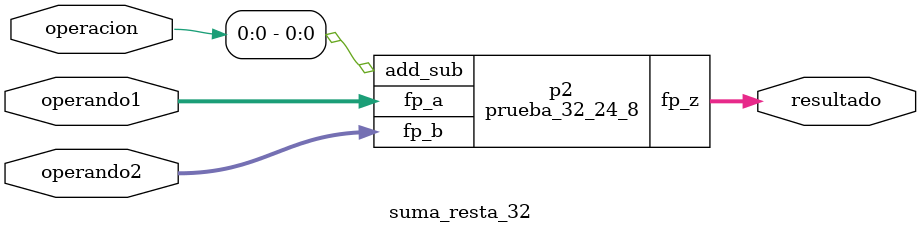
<source format=v>
/* Generated by Yosys 0.47+61 (git sha1 81011ad92, clang++ 18.1.8 -fPIC -O3) */

module clz_32_c4ea21bb365bbeeaf5f2c654883e56d11e43c44e(i_data, o_zeros, o_msb_zeros);
  wire ghdl_rtil_signal_00_;
  wire ghdl_rtil_signal_01_;
  wire ghdl_rtil_signal_02_;
  wire ghdl_rtil_signal_03_;
  wire ghdl_rtil_signal_04_;
  wire ghdl_rtil_signal_05_;
  wire ghdl_rtil_signal_06_;
  wire ghdl_rtil_signal_07_;
  wire ghdl_rtil_signal_08_;
  wire ghdl_rtil_signal_09_;
  wire ghdl_rtil_signal_10_;
  wire ghdl_rtil_signal_11_;
  wire ghdl_rtil_signal_12_;
  wire ghdl_rtil_signal_13_;
  wire ghdl_rtil_signal_14_;
  wire ghdl_rtil_signal_15_;
  wire ghdl_rtil_signal_16_;
  wire ghdl_rtil_signal_17_;
  wire ghdl_rtil_signal_18_;
  wire ghdl_rtil_signal_19_;
  wire ghdl_rtil_signal_20_;
  wire ghdl_rtil_signal_21_;
  wire ghdl_rtil_signal_22_;
  wire ghdl_rtil_signal_23_;
  wire ghdl_rtil_signal_24_;
  wire ghdl_rtil_signal_25_;
  wire ghdl_rtil_signal_26_;
  wire ghdl_rtil_signal_27_;
  input [31:0] i_data;
  wire [31:0] i_data;
  output o_msb_zeros;
  wire o_msb_zeros;
  output [4:0] o_zeros;
  wire [4:0] o_zeros;
  wire [4:0] s_zeros;
  wire [31:0] \u:1.aux ;
  wire [15:0] \u:2.aux ;
  wire [7:0] \u:3.aux ;
  wire [3:0] \u:4.aux ;
  wire [4:0] w_and;
  wire [159:0] w_or;
  assign \u:1.aux [0] = ~ i_data[1];
  assign w_or[96] = i_data[3] | i_data[2];
  assign \u:1.aux [1] = i_data[2] | \u:1.aux [0];
  assign ghdl_rtil_signal_00_ = ~ i_data[3];
  assign \u:1.aux [2] = ghdl_rtil_signal_00_ & \u:1.aux [1];
  assign w_or[97] = i_data[5] | i_data[4];
  assign \u:1.aux [3] = i_data[4] | \u:1.aux [2];
  assign ghdl_rtil_signal_01_ = ~ i_data[5];
  assign \u:1.aux [4] = ghdl_rtil_signal_01_ & \u:1.aux [3];
  assign w_or[98] = i_data[7] | i_data[6];
  assign \u:1.aux [5] = i_data[6] | \u:1.aux [4];
  assign ghdl_rtil_signal_02_ = ~ i_data[7];
  assign \u:1.aux [6] = ghdl_rtil_signal_02_ & \u:1.aux [5];
  assign w_or[99] = i_data[9] | i_data[8];
  assign \u:1.aux [7] = i_data[8] | \u:1.aux [6];
  assign ghdl_rtil_signal_03_ = ~ i_data[9];
  assign \u:1.aux [8] = ghdl_rtil_signal_03_ & \u:1.aux [7];
  assign w_or[100] = i_data[11] | i_data[10];
  assign \u:1.aux [9] = i_data[10] | \u:1.aux [8];
  assign ghdl_rtil_signal_04_ = ~ i_data[11];
  assign \u:1.aux [10] = ghdl_rtil_signal_04_ & \u:1.aux [9];
  assign w_or[101] = i_data[13] | i_data[12];
  assign \u:1.aux [11] = i_data[12] | \u:1.aux [10];
  assign ghdl_rtil_signal_05_ = ~ i_data[13];
  assign \u:1.aux [12] = ghdl_rtil_signal_05_ & \u:1.aux [11];
  assign w_or[102] = i_data[15] | i_data[14];
  assign \u:1.aux [13] = i_data[14] | \u:1.aux [12];
  assign ghdl_rtil_signal_06_ = ~ i_data[15];
  assign \u:1.aux [14] = ghdl_rtil_signal_06_ & \u:1.aux [13];
  assign w_or[103] = i_data[17] | i_data[16];
  assign \u:1.aux [15] = i_data[16] | \u:1.aux [14];
  assign ghdl_rtil_signal_07_ = ~ i_data[17];
  assign \u:1.aux [16] = ghdl_rtil_signal_07_ & \u:1.aux [15];
  assign w_or[104] = i_data[19] | i_data[18];
  assign \u:1.aux [17] = i_data[18] | \u:1.aux [16];
  assign ghdl_rtil_signal_08_ = ~ i_data[19];
  assign \u:1.aux [18] = ghdl_rtil_signal_08_ & \u:1.aux [17];
  assign w_or[105] = i_data[21] | i_data[20];
  assign \u:1.aux [19] = i_data[20] | \u:1.aux [18];
  assign ghdl_rtil_signal_09_ = ~ i_data[21];
  assign \u:1.aux [20] = ghdl_rtil_signal_09_ & \u:1.aux [19];
  assign w_or[106] = i_data[23] | i_data[22];
  assign \u:1.aux [21] = i_data[22] | \u:1.aux [20];
  assign ghdl_rtil_signal_10_ = ~ i_data[23];
  assign \u:1.aux [22] = ghdl_rtil_signal_10_ & \u:1.aux [21];
  assign w_or[107] = i_data[25] | i_data[24];
  assign \u:1.aux [23] = i_data[24] | \u:1.aux [22];
  assign ghdl_rtil_signal_11_ = ~ i_data[25];
  assign \u:1.aux [24] = ghdl_rtil_signal_11_ & \u:1.aux [23];
  assign w_or[108] = i_data[27] | i_data[26];
  assign \u:1.aux [25] = i_data[26] | \u:1.aux [24];
  assign ghdl_rtil_signal_12_ = ~ i_data[27];
  assign \u:1.aux [26] = ghdl_rtil_signal_12_ & \u:1.aux [25];
  assign w_or[109] = i_data[29] | i_data[28];
  assign \u:1.aux [27] = i_data[28] | \u:1.aux [26];
  assign ghdl_rtil_signal_13_ = ~ i_data[29];
  assign \u:1.aux [28] = ghdl_rtil_signal_13_ & \u:1.aux [27];
  assign w_or[110] = i_data[31] | i_data[30];
  assign \u:1.aux [29] = i_data[30] | \u:1.aux [28];
  assign ghdl_rtil_signal_14_ = ~ i_data[31];
  assign s_zeros[0] = ghdl_rtil_signal_14_ & \u:1.aux [29];
  assign \u:2.aux [0] = ~ w_or[96];
  assign w_or[64] = w_or[98] | w_or[97];
  assign \u:2.aux [1] = w_or[97] | \u:2.aux [0];
  assign ghdl_rtil_signal_15_ = ~ w_or[98];
  assign \u:2.aux [2] = ghdl_rtil_signal_15_ & \u:2.aux [1];
  assign w_or[65] = w_or[100] | w_or[99];
  assign \u:2.aux [3] = w_or[99] | \u:2.aux [2];
  assign ghdl_rtil_signal_16_ = ~ w_or[100];
  assign \u:2.aux [4] = ghdl_rtil_signal_16_ & \u:2.aux [3];
  assign w_or[66] = w_or[102] | w_or[101];
  assign \u:2.aux [5] = w_or[101] | \u:2.aux [4];
  assign ghdl_rtil_signal_17_ = ~ w_or[102];
  assign \u:2.aux [6] = ghdl_rtil_signal_17_ & \u:2.aux [5];
  assign w_or[67] = w_or[104] | w_or[103];
  assign \u:2.aux [7] = w_or[103] | \u:2.aux [6];
  assign ghdl_rtil_signal_18_ = ~ w_or[104];
  assign \u:2.aux [8] = ghdl_rtil_signal_18_ & \u:2.aux [7];
  assign w_or[68] = w_or[106] | w_or[105];
  assign \u:2.aux [9] = w_or[105] | \u:2.aux [8];
  assign ghdl_rtil_signal_19_ = ~ w_or[106];
  assign \u:2.aux [10] = ghdl_rtil_signal_19_ & \u:2.aux [9];
  assign w_or[69] = w_or[108] | w_or[107];
  assign \u:2.aux [11] = w_or[107] | \u:2.aux [10];
  assign ghdl_rtil_signal_20_ = ~ w_or[108];
  assign \u:2.aux [12] = ghdl_rtil_signal_20_ & \u:2.aux [11];
  assign w_or[70] = w_or[110] | w_or[109];
  assign \u:2.aux [13] = w_or[109] | \u:2.aux [12];
  assign ghdl_rtil_signal_21_ = ~ w_or[110];
  assign s_zeros[1] = ghdl_rtil_signal_21_ & \u:2.aux [13];
  assign \u:3.aux [0] = ~ w_or[64];
  assign w_or[32] = w_or[66] | w_or[65];
  assign \u:3.aux [1] = w_or[65] | \u:3.aux [0];
  assign ghdl_rtil_signal_22_ = ~ w_or[66];
  assign \u:3.aux [2] = ghdl_rtil_signal_22_ & \u:3.aux [1];
  assign w_or[33] = w_or[68] | w_or[67];
  assign \u:3.aux [3] = w_or[67] | \u:3.aux [2];
  assign ghdl_rtil_signal_23_ = ~ w_or[68];
  assign \u:3.aux [4] = ghdl_rtil_signal_23_ & \u:3.aux [3];
  assign w_or[34] = w_or[70] | w_or[69];
  assign \u:3.aux [5] = w_or[69] | \u:3.aux [4];
  assign ghdl_rtil_signal_24_ = ~ w_or[70];
  assign s_zeros[2] = ghdl_rtil_signal_24_ & \u:3.aux [5];
  assign \u:4.aux [0] = ~ w_or[32];
  assign w_or[0] = w_or[34] | w_or[33];
  assign \u:4.aux [1] = w_or[33] | \u:4.aux [0];
  assign ghdl_rtil_signal_25_ = ~ w_or[34];
  assign s_zeros[3] = ghdl_rtil_signal_25_ & \u:4.aux [1];
  assign s_zeros[4] = ~ w_or[0];
  assign w_and[1] = s_zeros[0] & s_zeros[1];
  assign o_zeros[1] = s_zeros[1] & ghdl_rtil_signal_26_;
  assign w_and[2] = w_and[1] & s_zeros[2];
  assign o_zeros[2] = s_zeros[2] & ghdl_rtil_signal_26_;
  assign w_and[3] = w_and[2] & s_zeros[3];
  assign o_zeros[3] = s_zeros[3] & ghdl_rtil_signal_26_;
  assign w_and[4] = w_and[3] & s_zeros[4];
  assign o_zeros[4] = s_zeros[4] & ghdl_rtil_signal_26_;
  assign ghdl_rtil_signal_27_ = ~ i_data[0];
  assign o_msb_zeros = ghdl_rtil_signal_27_ & w_and[4];
  assign ghdl_rtil_signal_26_ = ~ o_msb_zeros;
  assign o_zeros[0] = s_zeros[0] & ghdl_rtil_signal_26_;
  assign \u:1.aux [31:30] = { 1'hz, s_zeros[0] };
  assign \u:2.aux [15:14] = { 1'hz, s_zeros[1] };
  assign \u:3.aux [7:6] = { 1'hz, s_zeros[2] };
  assign \u:4.aux [3:2] = { 1'hz, s_zeros[3] };
  assign w_and[0] = s_zeros[0];
  assign w_or[31:1] = 31'hzzzzzzzz;
  assign w_or[63:35] = 29'hzzzzzzzz;
  assign w_or[95:71] = 25'hzzzzzzz;
  assign w_or[159:111] = { 1'h0, i_data[31:1], 17'hzzzzz };
endmodule

module comparator_6_0(i_data1, i_data2, o_result);
  wire ghdl_rtil_signal_0_;
  input [5:0] i_data1;
  wire [5:0] i_data1;
  input [5:0] i_data2;
  wire [5:0] i_data2;
  output o_result;
  wire o_result;
  assign ghdl_rtil_signal_0_ = i_data1 == i_data2;
  assign o_result = ghdl_rtil_signal_0_ ? 1'h1 : 1'h0;
endmodule

module comparator_6_2(i_data1, i_data2, o_result);
  wire ghdl_rtil_signal_0_;
  input [5:0] i_data1;
  wire [5:0] i_data1;
  input [5:0] i_data2;
  wire [5:0] i_data2;
  output o_result;
  wire o_result;
  assign ghdl_rtil_signal_0_ = i_data1 < i_data2;
  assign o_result = ghdl_rtil_signal_0_ ? 1'h1 : 1'h0;
endmodule

module comparator_8_1(i_data1, i_data2, o_result);
  wire ghdl_rtil_signal_0_;
  input [7:0] i_data1;
  wire [7:0] i_data1;
  input [7:0] i_data2;
  wire [7:0] i_data2;
  output o_result;
  wire o_result;
  assign ghdl_rtil_signal_0_ = i_data1 > i_data2;
  assign o_result = ghdl_rtil_signal_0_ ? 1'h1 : 1'h0;
endmodule

module cordic(iclk, ireset, istart, ientrada, osalida1, osalida2, oready);
  wire ghdl_rtil_signal_00_;
  wire ghdl_rtil_signal_01_;
  wire ghdl_rtil_signal_02_;
  wire ghdl_rtil_signal_03_;
  wire [4:0] ghdl_rtil_signal_04_;
  wire ghdl_rtil_signal_05_;
  wire ghdl_rtil_signal_06_;
  wire ghdl_rtil_signal_07_;
  wire [31:0] ghdl_rtil_signal_08_;
  wire [31:0] ghdl_rtil_signal_09_;
  wire [31:0] ghdl_rtil_signal_10_;
  wire ghdl_rtil_signal_11_;
  wire ghdl_rtil_signal_12_;
  wire ghdl_rtil_signal_13_;
  wire [31:0] ghdl_rtil_signal_14_;
  wire [31:0] ghdl_rtil_signal_15_;
  wire [31:0] ghdl_rtil_signal_16_;
  wire [31:0] ghdl_rtil_signal_17_;
  wire [4:0] ghdl_rtil_signal_18_;
  wire [4:0] ghdl_rtil_signal_19_;
  wire ghdl_rtil_signal_20_;
  wire ghdl_rtil_signal_21_;
  wire ghdl_rtil_signal_22_;
  wire ghdl_rtil_signal_23_;
  wire ghdl_rtil_signal_24_;
  wire [31:0] ghdl_rtil_signal_25_;
  wire [31:0] ghdl_rtil_signal_26_;
  wire [31:0] ghdl_rtil_signal_27_;
  wire [4:0] ghdl_rtil_signal_28_;
  wire [31:0] ghdl_rtil_signal_29_;
  wire [31:0] ghdl_rtil_signal_30_;
  reg [4:0] counteri;
  wire [31:0] di2_i;
  wire [31:0] diangulo;
  wire eni;
  wire enx;
  reg ep;
  input iclk;
  wire iclk;
  input [31:0] ientrada;
  wire [31:0] ientrada;
  input ireset;
  wire ireset;
  input istart;
  wire istart;
  output oready;
  wire oready;
  output [31:0] osalida1;
  reg [31:0] osalida1;
  output [31:0] osalida2;
  reg [31:0] osalida2;
  wire [31:0] prodx;
  wire [31:0] prody;
  wire seli;
  wire selx;
  wire [31:0] w_case_cos;
  wire w_case_en;
  wire [31:0] w_case_sin;
  wire [31:0] xsub;
  wire [31:0] yadd;
  reg [31:0] z;
  wire [31:0] zsub;
  reg [31:0] \232  [19:0];
  initial begin
    \232 [0] = 32'd905969664;
    \232 [1] = 32'd914358272;
    \232 [2] = 32'd922746880;
    \232 [3] = 32'd931135488;
    \232 [4] = 32'd939524096;
    \232 [5] = 32'd947912704;
    \232 [6] = 32'd956301312;
    \232 [7] = 32'd964689920;
    \232 [8] = 32'd973078528;
    \232 [9] = 32'd981467136;
    \232 [10] = 32'd989855744;
    \232 [11] = 32'd998244352;
    \232 [12] = 32'd1006632960;
    \232 [13] = 32'd1015021568;
    \232 [14] = 32'd1023410176;
    \232 [15] = 32'd1031798784;
    \232 [16] = 32'd1040187392;
    \232 [17] = 32'd1048576000;
    \232 [18] = 32'd1056964608;
    \232 [19] = 32'd1065353216;
  end
  assign { ghdl_rtil_signal_29_[31], di2_i[30:0] } = \232 [ghdl_rtil_signal_04_];
  reg [31:0] \235  [19:0];
  initial begin
    \235 [0] = 32'd905969664;
    \235 [1] = 32'd914358272;
    \235 [2] = 32'd922746880;
    \235 [3] = 32'd931135488;
    \235 [4] = 32'd939524096;
    \235 [5] = 32'd947912704;
    \235 [6] = 32'd956301312;
    \235 [7] = 32'd964689920;
    \235 [8] = 32'd973078527;
    \235 [9] = 32'd981467131;
    \235 [10] = 32'd989855723;
    \235 [11] = 32'd998244267;
    \235 [12] = 32'd1006632619;
    \235 [13] = 32'd1015020203;
    \235 [14] = 32'd1023404718;
    \235 [15] = 32'd1031776990;
    \235 [16] = 32'd1040100821;
    \235 [17] = 32'd1048239024;
    \235 [18] = 32'd1055744824;
    \235 [19] = 32'd1061752795;
  end
  assign { ghdl_rtil_signal_30_[31], diangulo[30:0] } = \235 [ghdl_rtil_signal_04_];
  always @(posedge iclk, negedge ireset)
    if (!ireset) osalida1 <= 32'd0;
    else if (enx) osalida1 <= ghdl_rtil_signal_25_;
  always @(posedge iclk, negedge ireset)
    if (!ireset) osalida2 <= 32'd0;
    else if (enx) osalida2 <= ghdl_rtil_signal_26_;
  always @(posedge iclk, negedge ireset)
    if (!ireset) z <= 32'd0;
    else if (enx) z <= ghdl_rtil_signal_27_;
  always @(posedge iclk, negedge ireset)
    if (!ireset) counteri <= 5'h00;
    else if (eni) counteri <= ghdl_rtil_signal_28_;
  assign ghdl_rtil_signal_11_ = osalida2[30:23] == 8'h7f;
  assign ghdl_rtil_signal_12_ = ! osalida2[22:0];
  assign ghdl_rtil_signal_13_ = ghdl_rtil_signal_12_ & ghdl_rtil_signal_11_;
  assign ghdl_rtil_signal_14_ = ghdl_rtil_signal_13_ ? 32'd1065353216 : yadd;
  assign ghdl_rtil_signal_15_ = w_case_en ? w_case_sin : ghdl_rtil_signal_14_;
  assign ghdl_rtil_signal_16_ = selx ? ghdl_rtil_signal_15_ : 32'd0;
  assign ghdl_rtil_signal_17_ = selx ? zsub : ientrada;
  assign ghdl_rtil_signal_18_ = counteri + 5'h01;
  assign ghdl_rtil_signal_19_ = seli ? ghdl_rtil_signal_18_ : 5'h00;
  assign ghdl_rtil_signal_20_ = istart ? 1'h1 : 1'h0;
  assign ghdl_rtil_signal_21_ = ~ ep;
  assign ghdl_rtil_signal_22_ = counteri == 5'h10;
  assign ghdl_rtil_signal_23_ = ghdl_rtil_signal_22_ | w_case_en;
  assign ghdl_rtil_signal_24_ = ghdl_rtil_signal_23_ ? 1'h0 : 1'h1;
  assign oready = ep ? 1'h0 : 1'h1;
  assign selx = ep ? 1'h1 : 1'h0;
  function [0:0] \213 ;
    input [0:0] a;
    input [1:0] b;
    input [1:0] s;
    casez (s) // synopsys parallel_case
      2'b?1:
        \213  = b[0:0];
      2'b1?:
        \213  = b[1:1];
      default:
        \213  = a;
    endcase
  endfunction
  assign enx = \213 (1'h0, { 1'h1, ghdl_rtil_signal_20_ }, { ep, ghdl_rtil_signal_21_ });
  assign seli = ep ? ghdl_rtil_signal_24_ : 1'h0;
  function [0:0] \218 ;
    input [0:0] a;
    input [1:0] b;
    input [1:0] s;
    casez (s) // synopsys parallel_case
      2'b?1:
        \218  = b[0:0];
      2'b1?:
        \218  = b[1:1];
      default:
        \218  = a;
    endcase
  endfunction
  assign eni = \218 (1'h0, { ghdl_rtil_signal_24_, ghdl_rtil_signal_20_ }, { ep, ghdl_rtil_signal_21_ });
  always @(posedge iclk, negedge ireset)
    if (!ireset) ep <= 1'h0;
    else ep <= eni;
  assign ghdl_rtil_signal_25_ = enx ? ghdl_rtil_signal_10_ : 32'hxxxxxxxx;
  assign ghdl_rtil_signal_26_ = enx ? ghdl_rtil_signal_16_ : 32'hxxxxxxxx;
  assign ghdl_rtil_signal_27_ = enx ? ghdl_rtil_signal_17_ : 32'hxxxxxxxx;
  assign ghdl_rtil_signal_28_ = eni ? ghdl_rtil_signal_19_ : 5'hxx;
  assign ghdl_rtil_signal_04_ = 5'h13 - counteri;
  assign ghdl_rtil_signal_05_ = osalida1[30:23] == 8'h7f;
  assign ghdl_rtil_signal_06_ = ! osalida1[22:0];
  assign ghdl_rtil_signal_07_ = ghdl_rtil_signal_06_ & ghdl_rtil_signal_05_;
  assign ghdl_rtil_signal_08_ = ghdl_rtil_signal_07_ ? 32'd1065353216 : xsub;
  assign ghdl_rtil_signal_09_ = w_case_en ? w_case_cos : ghdl_rtil_signal_08_;
  assign ghdl_rtil_signal_10_ = selx ? ghdl_rtil_signal_09_ : 32'd1058764014;
  suma_resta_32 fp_add_y (
    .operacion(4'h1),
    .operando1(osalida2),
    .operando2(prody),
    .resultado(yadd)
  );
  multfp fp_mul_x (
    .entrada_x(osalida2),
    .entrada_y({ z[31], di2_i[30:0] }),
    .overflow(ghdl_rtil_signal_01_),
    .salida(prodx),
    .underflow(ghdl_rtil_signal_00_)
  );
  multfp fp_mul_y (
    .entrada_x(osalida1),
    .entrada_y({ z[31], di2_i[30:0] }),
    .overflow(ghdl_rtil_signal_03_),
    .salida(prody),
    .underflow(ghdl_rtil_signal_02_)
  );
  suma_resta_32 fp_sub_x (
    .operacion(4'h2),
    .operando1(osalida1),
    .operando2(prodx),
    .resultado(xsub)
  );
  suma_resta_32 fp_sub_z (
    .operacion(4'h2),
    .operando1(z),
    .operando2({ z[31], diangulo[30:0] }),
    .resultado(zsub)
  );
  cordic_ieee ieeecase (
    .i_clk(iclk),
    .i_data(ientrada),
    .i_en(enx),
    .i_reset(ireset),
    .i_sel(selx),
    .o_case_cos(w_case_cos),
    .o_case_en(w_case_en),
    .o_case_sin(w_case_sin)
  );
  assign ghdl_rtil_signal_29_[30:0] = di2_i[30:0];
  assign ghdl_rtil_signal_30_[30:0] = diangulo[30:0];
  assign di2_i[31] = z[31];
  assign diangulo[31] = z[31];
endmodule

module cordic_ieee(i_reset, i_clk, i_data, i_en, i_sel, o_case_cos, o_case_sin, o_case_en);
  wire ghdl_rtil_signal_00_;
  wire [31:0] ghdl_rtil_signal_01_;
  wire ghdl_rtil_signal_02_;
  wire [31:0] ghdl_rtil_signal_03_;
  wire ghdl_rtil_signal_04_;
  wire [31:0] ghdl_rtil_signal_05_;
  wire [31:0] ghdl_rtil_signal_06_;
  wire ghdl_rtil_signal_07_;
  wire [31:0] ghdl_rtil_signal_08_;
  wire [31:0] ghdl_rtil_signal_09_;
  wire ghdl_rtil_signal_10_;
  input i_clk;
  wire i_clk;
  input [31:0] i_data;
  wire [31:0] i_data;
  input i_en;
  wire i_en;
  input i_reset;
  wire i_reset;
  input i_sel;
  wire i_sel;
  output [31:0] o_case_cos;
  reg [31:0] o_case_cos;
  output o_case_en;
  reg o_case_en;
  output [31:0] o_case_sin;
  reg [31:0] o_case_sin;
  always @(posedge i_clk, negedge i_reset)
    if (!i_reset) o_case_en <= 1'h0;
    else if (i_en) o_case_en <= ghdl_rtil_signal_10_;
  always @(posedge i_clk, negedge i_reset)
    if (!i_reset) o_case_cos <= 32'd0;
    else if (i_en) o_case_cos <= ghdl_rtil_signal_08_;
  always @(posedge i_clk, negedge i_reset)
    if (!i_reset) o_case_sin <= 32'd0;
    else if (i_en) o_case_sin <= ghdl_rtil_signal_09_;
  assign ghdl_rtil_signal_00_ = ! i_data[30:23];
  assign ghdl_rtil_signal_01_ = i_data[31] ? 32'd2147483648 : 32'd0;
  assign ghdl_rtil_signal_02_ = i_data[30:23] == 8'hff;
  assign ghdl_rtil_signal_03_ = ghdl_rtil_signal_02_ ? 32'd4294967295 : 32'd0;
  assign ghdl_rtil_signal_04_ = ghdl_rtil_signal_02_ ? 1'h1 : 1'h0;
  assign ghdl_rtil_signal_05_ = ghdl_rtil_signal_00_ ? 32'd1065353216 : ghdl_rtil_signal_03_;
  assign ghdl_rtil_signal_06_ = ghdl_rtil_signal_00_ ? ghdl_rtil_signal_01_ : ghdl_rtil_signal_03_;
  assign ghdl_rtil_signal_07_ = ghdl_rtil_signal_00_ ? 1'h1 : ghdl_rtil_signal_04_;
  assign ghdl_rtil_signal_08_ = i_sel ? ghdl_rtil_signal_05_ : 32'd0;
  assign ghdl_rtil_signal_09_ = i_sel ? ghdl_rtil_signal_06_ : 32'd0;
  assign ghdl_rtil_signal_10_ = i_sel ? ghdl_rtil_signal_07_ : 1'h0;
endmodule

module exp2_fp_23_8_64_23(i_x, o_exp2);
  wire ghdl_rtil_signal_0_;
  wire ghdl_rtil_signal_1_;
  wire ghdl_rtil_signal_2_;
  wire ghdl_rtil_signal_3_;
  wire ghdl_rtil_signal_4_;
  wire ghdl_rtil_signal_5_;
  wire ghdl_rtil_signal_6_;
  input [31:0] i_x;
  wire [31:0] i_x;
  output [31:0] o_exp2;
  wire [31:0] o_exp2;
  wire [6:0] w_addera;
  wire [6:0] w_adderb;
  wire [4:0] w_adderc;
  wire [22:0] w_adderd;
  wire [22:0] w_addere;
  wire [24:0] w_adderf;
  wire [29:0] w_c1_lshifter;
  wire [22:0] w_c1_lutb;
  wire [24:0] w_c1_mult;
  wire [22:0] w_c1_muxa;
  wire [1:0] w_case_en;
  wire w_comp_ctrlsubs;
  wire w_comp_eqexp;
  wire w_comp_eqseg;
  wire w_exp_msb_result;
  wire [31:0] w_ieeecase;
  wire [45:0] w_lshifter;
  wire [22:0] w_luta;
  wire [22:0] w_lutb;
  wire [45:0] w_mult;
  wire [22:0] w_muxa;
  wire [22:0] w_muxb;
  wire w_nxor_comp_ctrlsubs;
  wire w_xor_comp_ctrlsubs;
  assign ghdl_rtil_signal_2_ = ~ i_x[31];
  assign w_exp_msb_result = w_comp_eqexp & ghdl_rtil_signal_2_;
  assign w_muxa = w_comp_eqseg ? 23'h7fff5d : w_luta;
  assign w_xor_comp_ctrlsubs = w_comp_ctrlsubs ^ w_c1_lshifter[17];
  assign w_nxor_comp_ctrlsubs = ~ w_xor_comp_ctrlsubs;
  assign w_muxb = w_c1_lshifter[17] ? w_lutb : w_muxa;
  assign o_exp2 = w_case_en[0] ? w_ieeecase : { 1'h0, w_exp_msb_result, w_adderb, w_adderf[24:2] };
  sum_ripple_carry_adder_7_0 addera (
    .i_cin(1'h1),
    .i_term1(i_x[29:23]),
    .i_term2(7'h10),
    .o_cout(ghdl_rtil_signal_0_),
    .o_sum(w_addera)
  );
  sum_ripple_carry_adder_7_2 adderb (
    .i_cin(1'h1),
    .i_term1(w_c1_lshifter[29:23]),
    .i_term2(7'h01),
    .o_cout(ghdl_rtil_signal_1_),
    .o_sum(w_adderb)
  );
  sum_ripple_carry_adder_5_0 adderc (
    .i_cin(w_c1_lshifter[17]),
    .i_term1(w_c1_lshifter[22:18]),
    .i_term2(5'h00),
    .o_cout(ghdl_rtil_signal_3_),
    .o_sum(w_adderc)
  );
  sum_ripple_carry_adder_23_0 adderd (
    .i_cin(1'h0),
    .i_term1(w_muxb),
    .i_term2(w_c1_lshifter[22:0]),
    .o_cout(ghdl_rtil_signal_5_),
    .o_sum(w_adderd)
  );
  sum_ripple_carry_adder_25_0 adderf (
    .i_cin(w_comp_ctrlsubs),
    .i_term1({ w_adderd, 2'h0 }),
    .i_term2(w_c1_mult),
    .o_cout(ghdl_rtil_signal_6_),
    .o_sum(w_adderf)
  );
  comparator_6_2 comparator_control_lut (
    .i_data1(w_c1_lshifter[22:17]),
    .i_data2(6'h22),
    .o_result(w_comp_ctrlsubs)
  );
  comparator_8_1 comparator_eqexponent (
    .i_data1(i_x[30:23]),
    .i_data2(8'h7e),
    .o_result(w_comp_eqexp)
  );
  comparator_6_0 comparator_eqsegments (
    .i_data1(w_c1_lshifter[22:17]),
    .i_data2(6'h3f),
    .o_result(w_comp_eqseg)
  );
  sum_ripple_carry_adder_23_0 constants_sub (
    .i_cin(1'h1),
    .i_term1(w_c1_muxa),
    .i_term2(w_c1_lutb),
    .o_cout(ghdl_rtil_signal_4_),
    .o_sum(w_addere)
  );
  exp2_ieee_16 ieee32_case (
    .i_data(i_x),
    .o_case(w_ieeecase),
    .o_case_en(w_case_en[0])
  );
  left_shifter_46 lshifter (
    .i_data({ 23'h000001, i_x[22:0] }),
    .i_shifts(w_addera[5:0]),
    .o_datashift(w_lshifter)
  );
  exp2_luts_64x23b_64 \lut64c.lut64_23b  (
    .i_luta_addr(w_adderc),
    .i_lutb_addr(w_c1_lshifter[22:18]),
    .o_luta(w_luta),
    .o_lutb(w_lutb)
  );
  mult_23 multiplier (
    .i_term1(w_addere),
    .i_term2({ w_c1_lshifter[16:0], 6'h00 }),
    .o_product(w_mult)
  );
  ones_complement_30 ones_complement_lshifter (
    .i_data(w_lshifter[45:16]),
    .i_en(i_x[31]),
    .o_data(w_c1_lshifter)
  );
  ones_complement_23 ones_complement_lutb (
    .i_data(w_lutb),
    .i_en(w_xor_comp_ctrlsubs),
    .o_data(w_c1_lutb)
  );
  ones_complement_25 ones_complement_mult (
    .i_data(w_mult[45:21]),
    .i_en(w_comp_ctrlsubs),
    .o_data(w_c1_mult)
  );
  ones_complement_23 ones_complement_muxa (
    .i_data(w_muxa),
    .i_en(w_nxor_comp_ctrlsubs),
    .o_data(w_c1_muxa)
  );
  assign w_case_en[1] = 1'hz;
endmodule

module exp2_ieee_16(i_data, o_case, o_case_en);
  wire ghdl_rtil_signal_0_;
  wire ghdl_rtil_signal_1_;
  wire ghdl_rtil_signal_2_;
  wire ghdl_rtil_signal_3_;
  wire ghdl_rtil_signal_4_;
  wire [31:0] ghdl_rtil_signal_5_;
  wire [31:0] ghdl_rtil_signal_6_;
  wire [31:0] ghdl_rtil_signal_7_;
  wire ghdl_rtil_signal_8_;
  input [31:0] i_data;
  wire [31:0] i_data;
  output [31:0] o_case;
  wire [31:0] o_case;
  output o_case_en;
  wire o_case_en;
  assign ghdl_rtil_signal_0_ = $signed({ 24'h000000, i_data[30:23] }) < $signed(32'd111);
  assign ghdl_rtil_signal_1_ = i_data[30:23] > 8'h86;
  assign ghdl_rtil_signal_2_ = | i_data[22:0];
  assign ghdl_rtil_signal_3_ = i_data[30:23] == 8'hff;
  assign ghdl_rtil_signal_4_ = ghdl_rtil_signal_3_ & ghdl_rtil_signal_2_;
  assign ghdl_rtil_signal_5_ = i_data[31] ? 32'd0 : 32'd2139095040;
  assign ghdl_rtil_signal_6_ = ghdl_rtil_signal_4_ ? 32'd4294967295 : ghdl_rtil_signal_5_;
  assign ghdl_rtil_signal_7_ = ghdl_rtil_signal_1_ ? ghdl_rtil_signal_6_ : 32'd0;
  assign ghdl_rtil_signal_8_ = ghdl_rtil_signal_1_ ? 1'h1 : 1'h0;
  assign o_case = ghdl_rtil_signal_0_ ? 32'd1065353216 : ghdl_rtil_signal_7_;
  assign o_case_en = ghdl_rtil_signal_0_ ? 1'h1 : ghdl_rtil_signal_8_;
endmodule

module exp2_luts_64x23b_64(i_luta_addr, i_lutb_addr, o_luta, o_lutb);
  wire ghdl_rtil_signal_00_;
  wire ghdl_rtil_signal_01_;
  wire ghdl_rtil_signal_02_;
  wire ghdl_rtil_signal_03_;
  wire ghdl_rtil_signal_04_;
  wire ghdl_rtil_signal_05_;
  wire ghdl_rtil_signal_06_;
  wire ghdl_rtil_signal_07_;
  wire ghdl_rtil_signal_08_;
  wire ghdl_rtil_signal_09_;
  wire ghdl_rtil_signal_10_;
  wire ghdl_rtil_signal_11_;
  wire ghdl_rtil_signal_12_;
  wire ghdl_rtil_signal_13_;
  wire ghdl_rtil_signal_14_;
  wire ghdl_rtil_signal_15_;
  wire ghdl_rtil_signal_16_;
  wire ghdl_rtil_signal_17_;
  wire ghdl_rtil_signal_18_;
  wire ghdl_rtil_signal_19_;
  wire ghdl_rtil_signal_20_;
  wire ghdl_rtil_signal_21_;
  wire ghdl_rtil_signal_22_;
  wire ghdl_rtil_signal_23_;
  wire ghdl_rtil_signal_24_;
  wire ghdl_rtil_signal_25_;
  wire ghdl_rtil_signal_26_;
  wire ghdl_rtil_signal_27_;
  wire ghdl_rtil_signal_28_;
  wire ghdl_rtil_signal_29_;
  wire ghdl_rtil_signal_30_;
  wire ghdl_rtil_signal_31_;
  wire ghdl_rtil_signal_32_;
  wire ghdl_rtil_signal_33_;
  wire ghdl_rtil_signal_34_;
  wire ghdl_rtil_signal_35_;
  wire ghdl_rtil_signal_36_;
  wire ghdl_rtil_signal_37_;
  wire ghdl_rtil_signal_38_;
  wire ghdl_rtil_signal_39_;
  wire ghdl_rtil_signal_40_;
  wire ghdl_rtil_signal_41_;
  wire ghdl_rtil_signal_42_;
  wire ghdl_rtil_signal_43_;
  wire ghdl_rtil_signal_44_;
  wire ghdl_rtil_signal_45_;
  wire ghdl_rtil_signal_46_;
  wire ghdl_rtil_signal_47_;
  wire ghdl_rtil_signal_48_;
  wire ghdl_rtil_signal_49_;
  wire ghdl_rtil_signal_50_;
  wire ghdl_rtil_signal_51_;
  wire ghdl_rtil_signal_52_;
  wire ghdl_rtil_signal_53_;
  wire ghdl_rtil_signal_54_;
  wire ghdl_rtil_signal_55_;
  wire ghdl_rtil_signal_56_;
  wire ghdl_rtil_signal_57_;
  wire ghdl_rtil_signal_58_;
  wire ghdl_rtil_signal_59_;
  wire ghdl_rtil_signal_60_;
  wire ghdl_rtil_signal_61_;
  wire ghdl_rtil_signal_62_;
  input [4:0] i_luta_addr;
  wire [4:0] i_luta_addr;
  input [4:0] i_lutb_addr;
  wire [4:0] i_lutb_addr;
  output [22:0] o_luta;
  wire [22:0] o_luta;
  output [22:0] o_lutb;
  wire [22:0] o_lutb;
  assign ghdl_rtil_signal_00_ = i_luta_addr == 5'h01;
  assign ghdl_rtil_signal_01_ = i_luta_addr == 5'h02;
  assign ghdl_rtil_signal_02_ = i_luta_addr == 5'h03;
  assign ghdl_rtil_signal_03_ = i_luta_addr == 5'h04;
  assign ghdl_rtil_signal_04_ = i_luta_addr == 5'h05;
  assign ghdl_rtil_signal_05_ = i_luta_addr == 5'h06;
  assign ghdl_rtil_signal_06_ = i_luta_addr == 5'h07;
  assign ghdl_rtil_signal_07_ = i_luta_addr == 5'h08;
  assign ghdl_rtil_signal_08_ = i_luta_addr == 5'h09;
  assign ghdl_rtil_signal_09_ = i_luta_addr == 5'h0a;
  assign ghdl_rtil_signal_10_ = i_luta_addr == 5'h0b;
  assign ghdl_rtil_signal_11_ = i_luta_addr == 5'h0c;
  assign ghdl_rtil_signal_12_ = i_luta_addr == 5'h0d;
  assign ghdl_rtil_signal_13_ = i_luta_addr == 5'h0e;
  assign ghdl_rtil_signal_14_ = i_luta_addr == 5'h0f;
  assign ghdl_rtil_signal_15_ = i_luta_addr == 5'h10;
  assign ghdl_rtil_signal_16_ = i_luta_addr == 5'h11;
  assign ghdl_rtil_signal_17_ = i_luta_addr == 5'h12;
  assign ghdl_rtil_signal_18_ = i_luta_addr == 5'h13;
  assign ghdl_rtil_signal_19_ = i_luta_addr == 5'h14;
  assign ghdl_rtil_signal_20_ = i_luta_addr == 5'h15;
  assign ghdl_rtil_signal_21_ = i_luta_addr == 5'h16;
  assign ghdl_rtil_signal_22_ = i_luta_addr == 5'h17;
  assign ghdl_rtil_signal_23_ = i_luta_addr == 5'h18;
  assign ghdl_rtil_signal_24_ = i_luta_addr == 5'h19;
  assign ghdl_rtil_signal_25_ = i_luta_addr == 5'h1a;
  assign ghdl_rtil_signal_26_ = i_luta_addr == 5'h1b;
  assign ghdl_rtil_signal_27_ = i_luta_addr == 5'h1c;
  assign ghdl_rtil_signal_28_ = i_luta_addr == 5'h1d;
  assign ghdl_rtil_signal_29_ = i_luta_addr == 5'h1e;
  assign ghdl_rtil_signal_30_ = i_luta_addr == 5'h1f;
  function [22:0] \10281 ;
    input [22:0] a;
    input [712:0] b;
    input [30:0] s;
    casez (s) // synopsys parallel_case
      31'b??????????????????????????????1:
        \10281  = b[22:0];
      31'b?????????????????????????????1?:
        \10281  = b[45:23];
      31'b????????????????????????????1??:
        \10281  = b[68:46];
      31'b???????????????????????????1???:
        \10281  = b[91:69];
      31'b??????????????????????????1????:
        \10281  = b[114:92];
      31'b?????????????????????????1?????:
        \10281  = b[137:115];
      31'b????????????????????????1??????:
        \10281  = b[160:138];
      31'b???????????????????????1???????:
        \10281  = b[183:161];
      31'b??????????????????????1????????:
        \10281  = b[206:184];
      31'b?????????????????????1?????????:
        \10281  = b[229:207];
      31'b????????????????????1??????????:
        \10281  = b[252:230];
      31'b???????????????????1???????????:
        \10281  = b[275:253];
      31'b??????????????????1????????????:
        \10281  = b[298:276];
      31'b?????????????????1?????????????:
        \10281  = b[321:299];
      31'b????????????????1??????????????:
        \10281  = b[344:322];
      31'b???????????????1???????????????:
        \10281  = b[367:345];
      31'b??????????????1????????????????:
        \10281  = b[390:368];
      31'b?????????????1?????????????????:
        \10281  = b[413:391];
      31'b????????????1??????????????????:
        \10281  = b[436:414];
      31'b???????????1???????????????????:
        \10281  = b[459:437];
      31'b??????????1????????????????????:
        \10281  = b[482:460];
      31'b?????????1?????????????????????:
        \10281  = b[505:483];
      31'b????????1??????????????????????:
        \10281  = b[528:506];
      31'b???????1???????????????????????:
        \10281  = b[551:529];
      31'b??????1????????????????????????:
        \10281  = b[574:552];
      31'b?????1?????????????????????????:
        \10281  = b[597:575];
      31'b????1??????????????????????????:
        \10281  = b[620:598];
      31'b???1???????????????????????????:
        \10281  = b[643:621];
      31'b??1????????????????????????????:
        \10281  = b[666:644];
      31'b?1?????????????????????????????:
        \10281  = b[689:667];
      31'b1??????????????????????????????:
        \10281  = b[712:690];
      default:
        \10281  = a;
    endcase
  endfunction
  assign o_luta = \10281 (23'h000000, 713'h1fa0c4be92707be420f58063e6e1d3c6627f7fb2bee88e7da9e5fb120475b93ceacd59d4af47a8415f4fb39ea08ffd48e13aabe875a0eeebfcd9d9bf6fb7a66f78cd6f06f1fe3d243ce1bb7aa3def72ad3f25edfed5377ecd33, { ghdl_rtil_signal_30_, ghdl_rtil_signal_29_, ghdl_rtil_signal_28_, ghdl_rtil_signal_27_, ghdl_rtil_signal_26_, ghdl_rtil_signal_25_, ghdl_rtil_signal_24_, ghdl_rtil_signal_23_, ghdl_rtil_signal_22_, ghdl_rtil_signal_21_, ghdl_rtil_signal_20_, ghdl_rtil_signal_19_, ghdl_rtil_signal_18_, ghdl_rtil_signal_17_, ghdl_rtil_signal_16_, ghdl_rtil_signal_15_, ghdl_rtil_signal_14_, ghdl_rtil_signal_13_, ghdl_rtil_signal_12_, ghdl_rtil_signal_11_, ghdl_rtil_signal_10_, ghdl_rtil_signal_09_, ghdl_rtil_signal_08_, ghdl_rtil_signal_07_, ghdl_rtil_signal_06_, ghdl_rtil_signal_05_, ghdl_rtil_signal_04_, ghdl_rtil_signal_03_, ghdl_rtil_signal_02_, ghdl_rtil_signal_01_, ghdl_rtil_signal_00_ });
  assign ghdl_rtil_signal_31_ = ! { 27'h0000000, i_lutb_addr };
  assign ghdl_rtil_signal_32_ = i_lutb_addr == 5'h01;
  assign ghdl_rtil_signal_33_ = i_lutb_addr == 5'h02;
  assign ghdl_rtil_signal_34_ = i_lutb_addr == 5'h03;
  assign ghdl_rtil_signal_35_ = i_lutb_addr == 5'h04;
  assign ghdl_rtil_signal_36_ = i_lutb_addr == 5'h05;
  assign ghdl_rtil_signal_37_ = i_lutb_addr == 5'h06;
  assign ghdl_rtil_signal_38_ = i_lutb_addr == 5'h07;
  assign ghdl_rtil_signal_39_ = i_lutb_addr == 5'h08;
  assign ghdl_rtil_signal_40_ = i_lutb_addr == 5'h09;
  assign ghdl_rtil_signal_41_ = i_lutb_addr == 5'h0a;
  assign ghdl_rtil_signal_42_ = i_lutb_addr == 5'h0b;
  assign ghdl_rtil_signal_43_ = i_lutb_addr == 5'h0c;
  assign ghdl_rtil_signal_44_ = i_lutb_addr == 5'h0d;
  assign ghdl_rtil_signal_45_ = i_lutb_addr == 5'h0e;
  assign ghdl_rtil_signal_46_ = i_lutb_addr == 5'h0f;
  assign ghdl_rtil_signal_47_ = i_lutb_addr == 5'h10;
  assign ghdl_rtil_signal_48_ = i_lutb_addr == 5'h11;
  assign ghdl_rtil_signal_49_ = i_lutb_addr == 5'h12;
  assign ghdl_rtil_signal_50_ = i_lutb_addr == 5'h13;
  assign ghdl_rtil_signal_51_ = i_lutb_addr == 5'h14;
  assign ghdl_rtil_signal_52_ = i_lutb_addr == 5'h15;
  assign ghdl_rtil_signal_53_ = i_lutb_addr == 5'h16;
  assign ghdl_rtil_signal_54_ = i_lutb_addr == 5'h17;
  assign ghdl_rtil_signal_55_ = i_lutb_addr == 5'h18;
  assign ghdl_rtil_signal_56_ = i_lutb_addr == 5'h19;
  assign ghdl_rtil_signal_57_ = i_lutb_addr == 5'h1a;
  assign ghdl_rtil_signal_58_ = i_lutb_addr == 5'h1b;
  assign ghdl_rtil_signal_59_ = i_lutb_addr == 5'h1c;
  assign ghdl_rtil_signal_60_ = i_lutb_addr == 5'h1d;
  assign ghdl_rtil_signal_61_ = i_lutb_addr == 5'h1e;
  assign ghdl_rtil_signal_62_ = i_lutb_addr == 5'h1f;
  function [22:0] \10380 ;
    input [22:0] a;
    input [735:0] b;
    input [31:0] s;
    casez (s) // synopsys parallel_case
      32'b???????????????????????????????1:
        \10380  = b[22:0];
      32'b??????????????????????????????1?:
        \10380  = b[45:23];
      32'b?????????????????????????????1??:
        \10380  = b[68:46];
      32'b????????????????????????????1???:
        \10380  = b[91:69];
      32'b???????????????????????????1????:
        \10380  = b[114:92];
      32'b??????????????????????????1?????:
        \10380  = b[137:115];
      32'b?????????????????????????1??????:
        \10380  = b[160:138];
      32'b????????????????????????1???????:
        \10380  = b[183:161];
      32'b???????????????????????1????????:
        \10380  = b[206:184];
      32'b??????????????????????1?????????:
        \10380  = b[229:207];
      32'b?????????????????????1??????????:
        \10380  = b[252:230];
      32'b????????????????????1???????????:
        \10380  = b[275:253];
      32'b???????????????????1????????????:
        \10380  = b[298:276];
      32'b??????????????????1?????????????:
        \10380  = b[321:299];
      32'b?????????????????1??????????????:
        \10380  = b[344:322];
      32'b????????????????1???????????????:
        \10380  = b[367:345];
      32'b???????????????1????????????????:
        \10380  = b[390:368];
      32'b??????????????1?????????????????:
        \10380  = b[413:391];
      32'b?????????????1??????????????????:
        \10380  = b[436:414];
      32'b????????????1???????????????????:
        \10380  = b[459:437];
      32'b???????????1????????????????????:
        \10380  = b[482:460];
      32'b??????????1?????????????????????:
        \10380  = b[505:483];
      32'b?????????1??????????????????????:
        \10380  = b[528:506];
      32'b????????1???????????????????????:
        \10380  = b[551:529];
      32'b???????1????????????????????????:
        \10380  = b[574:552];
      32'b??????1?????????????????????????:
        \10380  = b[597:575];
      32'b?????1??????????????????????????:
        \10380  = b[620:598];
      32'b????1???????????????????????????:
        \10380  = b[643:621];
      32'b???1????????????????????????????:
        \10380  = b[666:644];
      32'b??1?????????????????????????????:
        \10380  = b[689:667];
      32'b?1??????????????????????????????:
        \10380  = b[712:690];
      32'b1???????????????????????????????:
        \10380  = b[735:713];
      default:
        \10380  = a;
    endcase
  endfunction
  assign o_lutb = \10380 (23'h000000, 736'hfe7ad5f74107e406e7b4e98f471ade4fbe3c3033779c8aede5a5d98abbaf5c9758cf5ea8ca1d45c7fa7f71f4fd1dea22a3d4ec27abce675cd28ec695bdabfabb9f3af7dfe3f1279be56737d18c07b1a85f828fbf47c2ff1cea7f647f, { ghdl_rtil_signal_62_, ghdl_rtil_signal_61_, ghdl_rtil_signal_60_, ghdl_rtil_signal_59_, ghdl_rtil_signal_58_, ghdl_rtil_signal_57_, ghdl_rtil_signal_56_, ghdl_rtil_signal_55_, ghdl_rtil_signal_54_, ghdl_rtil_signal_53_, ghdl_rtil_signal_52_, ghdl_rtil_signal_51_, ghdl_rtil_signal_50_, ghdl_rtil_signal_49_, ghdl_rtil_signal_48_, ghdl_rtil_signal_47_, ghdl_rtil_signal_46_, ghdl_rtil_signal_45_, ghdl_rtil_signal_44_, ghdl_rtil_signal_43_, ghdl_rtil_signal_42_, ghdl_rtil_signal_41_, ghdl_rtil_signal_40_, ghdl_rtil_signal_39_, ghdl_rtil_signal_38_, ghdl_rtil_signal_37_, ghdl_rtil_signal_36_, ghdl_rtil_signal_35_, ghdl_rtil_signal_34_, ghdl_rtil_signal_33_, ghdl_rtil_signal_32_, ghdl_rtil_signal_31_ });
endmodule

module fa(i_term1, i_term2, i_cin, o_sum, o_cout);
  wire ghdl_rtil_signal_0_;
  wire ghdl_rtil_signal_1_;
  input i_cin;
  wire i_cin;
  input i_term1;
  wire i_term1;
  input i_term2;
  wire i_term2;
  output o_cout;
  wire o_cout;
  output o_sum;
  wire o_sum;
  wire s_xor;
  assign s_xor = i_term1 ^ i_term2;
  assign ghdl_rtil_signal_0_ = i_term1 & i_term2;
  assign ghdl_rtil_signal_1_ = i_cin & s_xor;
  assign o_cout = ghdl_rtil_signal_0_ | ghdl_rtil_signal_1_;
  assign o_sum = s_xor ^ i_cin;
endmodule

module fp_leading_zeros_and_shift_27_8_4(frac, exp, frac_norm, exp_norm, underflow);
  wire ghdl_rtil_signal_000_;
  wire [4:0] ghdl_rtil_signal_001_;
  wire ghdl_rtil_signal_002_;
  wire ghdl_rtil_signal_003_;
  wire [4:0] ghdl_rtil_signal_004_;
  wire ghdl_rtil_signal_005_;
  wire ghdl_rtil_signal_006_;
  wire ghdl_rtil_signal_007_;
  wire ghdl_rtil_signal_008_;
  wire [4:0] ghdl_rtil_signal_009_;
  wire ghdl_rtil_signal_010_;
  wire ghdl_rtil_signal_011_;
  wire ghdl_rtil_signal_012_;
  wire ghdl_rtil_signal_013_;
  wire [4:0] ghdl_rtil_signal_014_;
  wire ghdl_rtil_signal_015_;
  wire ghdl_rtil_signal_016_;
  wire ghdl_rtil_signal_017_;
  wire ghdl_rtil_signal_018_;
  wire [4:0] ghdl_rtil_signal_019_;
  wire ghdl_rtil_signal_020_;
  wire ghdl_rtil_signal_021_;
  wire ghdl_rtil_signal_022_;
  wire ghdl_rtil_signal_023_;
  wire [4:0] ghdl_rtil_signal_024_;
  wire ghdl_rtil_signal_025_;
  wire ghdl_rtil_signal_026_;
  wire ghdl_rtil_signal_027_;
  wire ghdl_rtil_signal_028_;
  wire [4:0] ghdl_rtil_signal_029_;
  wire ghdl_rtil_signal_030_;
  wire ghdl_rtil_signal_031_;
  wire ghdl_rtil_signal_032_;
  wire ghdl_rtil_signal_033_;
  wire [4:0] ghdl_rtil_signal_034_;
  wire ghdl_rtil_signal_035_;
  wire ghdl_rtil_signal_036_;
  wire ghdl_rtil_signal_037_;
  wire ghdl_rtil_signal_038_;
  wire [4:0] ghdl_rtil_signal_039_;
  wire ghdl_rtil_signal_040_;
  wire ghdl_rtil_signal_041_;
  wire ghdl_rtil_signal_042_;
  wire ghdl_rtil_signal_043_;
  wire [4:0] ghdl_rtil_signal_044_;
  wire ghdl_rtil_signal_045_;
  wire ghdl_rtil_signal_046_;
  wire ghdl_rtil_signal_047_;
  wire ghdl_rtil_signal_048_;
  wire [4:0] ghdl_rtil_signal_049_;
  wire ghdl_rtil_signal_050_;
  wire ghdl_rtil_signal_051_;
  wire ghdl_rtil_signal_052_;
  wire ghdl_rtil_signal_053_;
  wire [4:0] ghdl_rtil_signal_054_;
  wire ghdl_rtil_signal_055_;
  wire ghdl_rtil_signal_056_;
  wire ghdl_rtil_signal_057_;
  wire ghdl_rtil_signal_058_;
  wire [4:0] ghdl_rtil_signal_059_;
  wire ghdl_rtil_signal_060_;
  wire ghdl_rtil_signal_061_;
  wire ghdl_rtil_signal_062_;
  wire ghdl_rtil_signal_063_;
  wire [4:0] ghdl_rtil_signal_064_;
  wire ghdl_rtil_signal_065_;
  wire ghdl_rtil_signal_066_;
  wire ghdl_rtil_signal_067_;
  wire ghdl_rtil_signal_068_;
  wire [4:0] ghdl_rtil_signal_069_;
  wire ghdl_rtil_signal_070_;
  wire ghdl_rtil_signal_071_;
  wire ghdl_rtil_signal_072_;
  wire ghdl_rtil_signal_073_;
  wire [4:0] ghdl_rtil_signal_074_;
  wire ghdl_rtil_signal_075_;
  wire ghdl_rtil_signal_076_;
  wire ghdl_rtil_signal_077_;
  wire ghdl_rtil_signal_078_;
  wire [4:0] ghdl_rtil_signal_079_;
  wire ghdl_rtil_signal_080_;
  wire ghdl_rtil_signal_081_;
  wire ghdl_rtil_signal_082_;
  wire ghdl_rtil_signal_083_;
  wire [4:0] ghdl_rtil_signal_084_;
  wire ghdl_rtil_signal_085_;
  wire ghdl_rtil_signal_086_;
  wire ghdl_rtil_signal_087_;
  wire ghdl_rtil_signal_088_;
  wire [4:0] ghdl_rtil_signal_089_;
  wire ghdl_rtil_signal_090_;
  wire ghdl_rtil_signal_091_;
  wire ghdl_rtil_signal_092_;
  wire ghdl_rtil_signal_093_;
  wire [4:0] ghdl_rtil_signal_094_;
  wire ghdl_rtil_signal_095_;
  wire ghdl_rtil_signal_096_;
  wire ghdl_rtil_signal_097_;
  wire ghdl_rtil_signal_098_;
  wire [4:0] ghdl_rtil_signal_099_;
  wire ghdl_rtil_signal_100_;
  wire ghdl_rtil_signal_101_;
  wire ghdl_rtil_signal_102_;
  wire ghdl_rtil_signal_103_;
  wire [4:0] ghdl_rtil_signal_104_;
  wire ghdl_rtil_signal_105_;
  wire ghdl_rtil_signal_106_;
  wire ghdl_rtil_signal_107_;
  wire ghdl_rtil_signal_108_;
  wire [4:0] ghdl_rtil_signal_109_;
  wire ghdl_rtil_signal_110_;
  wire ghdl_rtil_signal_111_;
  wire ghdl_rtil_signal_112_;
  wire ghdl_rtil_signal_113_;
  wire [4:0] ghdl_rtil_signal_114_;
  wire ghdl_rtil_signal_115_;
  wire ghdl_rtil_signal_116_;
  wire ghdl_rtil_signal_117_;
  wire ghdl_rtil_signal_118_;
  wire [4:0] ghdl_rtil_signal_119_;
  wire ghdl_rtil_signal_120_;
  wire ghdl_rtil_signal_121_;
  wire ghdl_rtil_signal_122_;
  wire ghdl_rtil_signal_123_;
  wire [4:0] ghdl_rtil_signal_124_;
  wire ghdl_rtil_signal_125_;
  wire ghdl_rtil_signal_126_;
  wire ghdl_rtil_signal_127_;
  wire ghdl_rtil_signal_128_;
  wire ghdl_rtil_signal_129_;
  wire ghdl_rtil_signal_130_;
  wire [7:0] ghdl_rtil_signal_131_;
  wire ghdl_rtil_signal_132_;
  wire ghdl_rtil_signal_133_;
  wire ghdl_rtil_signal_134_;
  wire [27:0] ghdl_rtil_signal_135_;
  wire [27:0] ghdl_rtil_signal_136_;
  wire [27:0] ghdl_rtil_signal_137_;
  wire [27:0] ghdl_rtil_signal_138_;
  input [7:0] exp;
  wire [7:0] exp;
  output [7:0] exp_norm;
  wire [7:0] exp_norm;
  input [27:0] frac;
  wire [27:0] frac;
  output [27:0] frac_norm;
  wire [27:0] frac_norm;
  wire isz;
  wire [4:0] leadzerosbin;
  output underflow;
  wire underflow;
  assign ghdl_rtil_signal_001_ = ghdl_rtil_signal_000_ ? 5'h1b : 5'h00;
  assign ghdl_rtil_signal_002_ = ghdl_rtil_signal_000_ ? 1'h0 : 1'h1;
  assign ghdl_rtil_signal_003_ = ! frac[26:1];
  assign ghdl_rtil_signal_004_ = ghdl_rtil_signal_007_ ? 5'h1a : ghdl_rtil_signal_001_;
  assign ghdl_rtil_signal_005_ = ghdl_rtil_signal_007_ ? 1'h0 : ghdl_rtil_signal_002_;
  assign ghdl_rtil_signal_006_ = ghdl_rtil_signal_002_ & ghdl_rtil_signal_003_;
  assign ghdl_rtil_signal_007_ = ghdl_rtil_signal_006_ & ghdl_rtil_signal_002_;
  assign ghdl_rtil_signal_008_ = ! frac[26:2];
  assign ghdl_rtil_signal_009_ = ghdl_rtil_signal_012_ ? 5'h19 : ghdl_rtil_signal_004_;
  assign ghdl_rtil_signal_010_ = ghdl_rtil_signal_012_ ? 1'h0 : ghdl_rtil_signal_005_;
  assign ghdl_rtil_signal_011_ = ghdl_rtil_signal_005_ & ghdl_rtil_signal_008_;
  assign ghdl_rtil_signal_012_ = ghdl_rtil_signal_011_ & ghdl_rtil_signal_005_;
  assign ghdl_rtil_signal_013_ = ! frac[26:3];
  assign ghdl_rtil_signal_014_ = ghdl_rtil_signal_017_ ? 5'h18 : ghdl_rtil_signal_009_;
  assign ghdl_rtil_signal_015_ = ghdl_rtil_signal_017_ ? 1'h0 : ghdl_rtil_signal_010_;
  assign ghdl_rtil_signal_016_ = ghdl_rtil_signal_010_ & ghdl_rtil_signal_013_;
  assign ghdl_rtil_signal_017_ = ghdl_rtil_signal_016_ & ghdl_rtil_signal_010_;
  assign ghdl_rtil_signal_018_ = ! frac[26:4];
  assign ghdl_rtil_signal_019_ = ghdl_rtil_signal_022_ ? 5'h17 : ghdl_rtil_signal_014_;
  assign ghdl_rtil_signal_020_ = ghdl_rtil_signal_022_ ? 1'h0 : ghdl_rtil_signal_015_;
  assign ghdl_rtil_signal_021_ = ghdl_rtil_signal_015_ & ghdl_rtil_signal_018_;
  assign ghdl_rtil_signal_022_ = ghdl_rtil_signal_021_ & ghdl_rtil_signal_015_;
  assign ghdl_rtil_signal_023_ = ! frac[26:5];
  assign ghdl_rtil_signal_024_ = ghdl_rtil_signal_027_ ? 5'h16 : ghdl_rtil_signal_019_;
  assign ghdl_rtil_signal_025_ = ghdl_rtil_signal_027_ ? 1'h0 : ghdl_rtil_signal_020_;
  assign ghdl_rtil_signal_026_ = ghdl_rtil_signal_020_ & ghdl_rtil_signal_023_;
  assign ghdl_rtil_signal_027_ = ghdl_rtil_signal_026_ & ghdl_rtil_signal_020_;
  assign ghdl_rtil_signal_028_ = ! frac[26:6];
  assign ghdl_rtil_signal_029_ = ghdl_rtil_signal_032_ ? 5'h15 : ghdl_rtil_signal_024_;
  assign ghdl_rtil_signal_030_ = ghdl_rtil_signal_032_ ? 1'h0 : ghdl_rtil_signal_025_;
  assign ghdl_rtil_signal_031_ = ghdl_rtil_signal_025_ & ghdl_rtil_signal_028_;
  assign ghdl_rtil_signal_032_ = ghdl_rtil_signal_031_ & ghdl_rtil_signal_025_;
  assign ghdl_rtil_signal_033_ = ! frac[26:7];
  assign ghdl_rtil_signal_034_ = ghdl_rtil_signal_037_ ? 5'h14 : ghdl_rtil_signal_029_;
  assign ghdl_rtil_signal_035_ = ghdl_rtil_signal_037_ ? 1'h0 : ghdl_rtil_signal_030_;
  assign ghdl_rtil_signal_036_ = ghdl_rtil_signal_030_ & ghdl_rtil_signal_033_;
  assign ghdl_rtil_signal_037_ = ghdl_rtil_signal_036_ & ghdl_rtil_signal_030_;
  assign ghdl_rtil_signal_038_ = ! frac[26:8];
  assign ghdl_rtil_signal_039_ = ghdl_rtil_signal_042_ ? 5'h13 : ghdl_rtil_signal_034_;
  assign ghdl_rtil_signal_040_ = ghdl_rtil_signal_042_ ? 1'h0 : ghdl_rtil_signal_035_;
  assign ghdl_rtil_signal_041_ = ghdl_rtil_signal_035_ & ghdl_rtil_signal_038_;
  assign ghdl_rtil_signal_042_ = ghdl_rtil_signal_041_ & ghdl_rtil_signal_035_;
  assign ghdl_rtil_signal_043_ = ! frac[26:9];
  assign ghdl_rtil_signal_044_ = ghdl_rtil_signal_047_ ? 5'h12 : ghdl_rtil_signal_039_;
  assign ghdl_rtil_signal_045_ = ghdl_rtil_signal_047_ ? 1'h0 : ghdl_rtil_signal_040_;
  assign ghdl_rtil_signal_046_ = ghdl_rtil_signal_040_ & ghdl_rtil_signal_043_;
  assign ghdl_rtil_signal_047_ = ghdl_rtil_signal_046_ & ghdl_rtil_signal_040_;
  assign ghdl_rtil_signal_048_ = ! frac[26:10];
  assign ghdl_rtil_signal_049_ = ghdl_rtil_signal_052_ ? 5'h11 : ghdl_rtil_signal_044_;
  assign ghdl_rtil_signal_050_ = ghdl_rtil_signal_052_ ? 1'h0 : ghdl_rtil_signal_045_;
  assign ghdl_rtil_signal_051_ = ghdl_rtil_signal_045_ & ghdl_rtil_signal_048_;
  assign ghdl_rtil_signal_052_ = ghdl_rtil_signal_051_ & ghdl_rtil_signal_045_;
  assign ghdl_rtil_signal_053_ = ! frac[26:11];
  assign ghdl_rtil_signal_054_ = ghdl_rtil_signal_057_ ? 5'h10 : ghdl_rtil_signal_049_;
  assign ghdl_rtil_signal_055_ = ghdl_rtil_signal_057_ ? 1'h0 : ghdl_rtil_signal_050_;
  assign ghdl_rtil_signal_056_ = ghdl_rtil_signal_050_ & ghdl_rtil_signal_053_;
  assign ghdl_rtil_signal_057_ = ghdl_rtil_signal_056_ & ghdl_rtil_signal_050_;
  assign ghdl_rtil_signal_058_ = ! frac[26:12];
  assign ghdl_rtil_signal_059_ = ghdl_rtil_signal_062_ ? 5'h0f : ghdl_rtil_signal_054_;
  assign ghdl_rtil_signal_060_ = ghdl_rtil_signal_062_ ? 1'h0 : ghdl_rtil_signal_055_;
  assign ghdl_rtil_signal_061_ = ghdl_rtil_signal_055_ & ghdl_rtil_signal_058_;
  assign ghdl_rtil_signal_062_ = ghdl_rtil_signal_061_ & ghdl_rtil_signal_055_;
  assign ghdl_rtil_signal_063_ = ! frac[26:13];
  assign ghdl_rtil_signal_064_ = ghdl_rtil_signal_067_ ? 5'h0e : ghdl_rtil_signal_059_;
  assign ghdl_rtil_signal_065_ = ghdl_rtil_signal_067_ ? 1'h0 : ghdl_rtil_signal_060_;
  assign ghdl_rtil_signal_066_ = ghdl_rtil_signal_060_ & ghdl_rtil_signal_063_;
  assign ghdl_rtil_signal_067_ = ghdl_rtil_signal_066_ & ghdl_rtil_signal_060_;
  assign ghdl_rtil_signal_068_ = ! frac[26:14];
  assign ghdl_rtil_signal_069_ = ghdl_rtil_signal_072_ ? 5'h0d : ghdl_rtil_signal_064_;
  assign ghdl_rtil_signal_070_ = ghdl_rtil_signal_072_ ? 1'h0 : ghdl_rtil_signal_065_;
  assign ghdl_rtil_signal_071_ = ghdl_rtil_signal_065_ & ghdl_rtil_signal_068_;
  assign ghdl_rtil_signal_072_ = ghdl_rtil_signal_071_ & ghdl_rtil_signal_065_;
  assign ghdl_rtil_signal_073_ = ! frac[26:15];
  assign ghdl_rtil_signal_074_ = ghdl_rtil_signal_077_ ? 5'h0c : ghdl_rtil_signal_069_;
  assign ghdl_rtil_signal_075_ = ghdl_rtil_signal_077_ ? 1'h0 : ghdl_rtil_signal_070_;
  assign ghdl_rtil_signal_076_ = ghdl_rtil_signal_070_ & ghdl_rtil_signal_073_;
  assign ghdl_rtil_signal_077_ = ghdl_rtil_signal_076_ & ghdl_rtil_signal_070_;
  assign ghdl_rtil_signal_078_ = ! frac[26:16];
  assign ghdl_rtil_signal_079_ = ghdl_rtil_signal_082_ ? 5'h0b : ghdl_rtil_signal_074_;
  assign ghdl_rtil_signal_080_ = ghdl_rtil_signal_082_ ? 1'h0 : ghdl_rtil_signal_075_;
  assign ghdl_rtil_signal_081_ = ghdl_rtil_signal_075_ & ghdl_rtil_signal_078_;
  assign ghdl_rtil_signal_082_ = ghdl_rtil_signal_081_ & ghdl_rtil_signal_075_;
  assign ghdl_rtil_signal_083_ = ! frac[26:17];
  assign ghdl_rtil_signal_084_ = ghdl_rtil_signal_087_ ? 5'h0a : ghdl_rtil_signal_079_;
  assign ghdl_rtil_signal_085_ = ghdl_rtil_signal_087_ ? 1'h0 : ghdl_rtil_signal_080_;
  assign ghdl_rtil_signal_086_ = ghdl_rtil_signal_080_ & ghdl_rtil_signal_083_;
  assign ghdl_rtil_signal_087_ = ghdl_rtil_signal_086_ & ghdl_rtil_signal_080_;
  assign ghdl_rtil_signal_088_ = ! frac[26:18];
  assign ghdl_rtil_signal_089_ = ghdl_rtil_signal_092_ ? 5'h09 : ghdl_rtil_signal_084_;
  assign ghdl_rtil_signal_090_ = ghdl_rtil_signal_092_ ? 1'h0 : ghdl_rtil_signal_085_;
  assign ghdl_rtil_signal_091_ = ghdl_rtil_signal_085_ & ghdl_rtil_signal_088_;
  assign ghdl_rtil_signal_092_ = ghdl_rtil_signal_091_ & ghdl_rtil_signal_085_;
  assign ghdl_rtil_signal_093_ = ! frac[26:19];
  assign ghdl_rtil_signal_094_ = ghdl_rtil_signal_097_ ? 5'h08 : ghdl_rtil_signal_089_;
  assign ghdl_rtil_signal_095_ = ghdl_rtil_signal_097_ ? 1'h0 : ghdl_rtil_signal_090_;
  assign ghdl_rtil_signal_096_ = ghdl_rtil_signal_090_ & ghdl_rtil_signal_093_;
  assign ghdl_rtil_signal_097_ = ghdl_rtil_signal_096_ & ghdl_rtil_signal_090_;
  assign ghdl_rtil_signal_098_ = ! frac[26:20];
  assign ghdl_rtil_signal_099_ = ghdl_rtil_signal_102_ ? 5'h07 : ghdl_rtil_signal_094_;
  assign ghdl_rtil_signal_100_ = ghdl_rtil_signal_102_ ? 1'h0 : ghdl_rtil_signal_095_;
  assign ghdl_rtil_signal_101_ = ghdl_rtil_signal_095_ & ghdl_rtil_signal_098_;
  assign ghdl_rtil_signal_102_ = ghdl_rtil_signal_101_ & ghdl_rtil_signal_095_;
  assign ghdl_rtil_signal_103_ = ! frac[26:21];
  assign ghdl_rtil_signal_104_ = ghdl_rtil_signal_107_ ? 5'h06 : ghdl_rtil_signal_099_;
  assign ghdl_rtil_signal_105_ = ghdl_rtil_signal_107_ ? 1'h0 : ghdl_rtil_signal_100_;
  assign ghdl_rtil_signal_106_ = ghdl_rtil_signal_100_ & ghdl_rtil_signal_103_;
  assign ghdl_rtil_signal_107_ = ghdl_rtil_signal_106_ & ghdl_rtil_signal_100_;
  assign ghdl_rtil_signal_108_ = ! frac[26:22];
  assign ghdl_rtil_signal_109_ = ghdl_rtil_signal_112_ ? 5'h05 : ghdl_rtil_signal_104_;
  assign ghdl_rtil_signal_110_ = ghdl_rtil_signal_112_ ? 1'h0 : ghdl_rtil_signal_105_;
  assign ghdl_rtil_signal_111_ = ghdl_rtil_signal_105_ & ghdl_rtil_signal_108_;
  assign ghdl_rtil_signal_112_ = ghdl_rtil_signal_111_ & ghdl_rtil_signal_105_;
  assign ghdl_rtil_signal_113_ = ! frac[26:23];
  assign ghdl_rtil_signal_114_ = ghdl_rtil_signal_117_ ? 5'h04 : ghdl_rtil_signal_109_;
  assign ghdl_rtil_signal_115_ = ghdl_rtil_signal_117_ ? 1'h0 : ghdl_rtil_signal_110_;
  assign ghdl_rtil_signal_116_ = ghdl_rtil_signal_110_ & ghdl_rtil_signal_113_;
  assign ghdl_rtil_signal_117_ = ghdl_rtil_signal_116_ & ghdl_rtil_signal_110_;
  assign ghdl_rtil_signal_118_ = ! frac[26:24];
  assign ghdl_rtil_signal_119_ = ghdl_rtil_signal_122_ ? 5'h03 : ghdl_rtil_signal_114_;
  assign ghdl_rtil_signal_120_ = ghdl_rtil_signal_122_ ? 1'h0 : ghdl_rtil_signal_115_;
  assign ghdl_rtil_signal_121_ = ghdl_rtil_signal_115_ & ghdl_rtil_signal_118_;
  assign ghdl_rtil_signal_122_ = ghdl_rtil_signal_121_ & ghdl_rtil_signal_115_;
  assign ghdl_rtil_signal_123_ = ! frac[26:25];
  assign ghdl_rtil_signal_124_ = ghdl_rtil_signal_127_ ? 5'h02 : ghdl_rtil_signal_119_;
  assign ghdl_rtil_signal_125_ = ghdl_rtil_signal_127_ ? 1'h0 : ghdl_rtil_signal_120_;
  assign ghdl_rtil_signal_126_ = ghdl_rtil_signal_120_ & ghdl_rtil_signal_123_;
  assign ghdl_rtil_signal_127_ = ghdl_rtil_signal_126_ & ghdl_rtil_signal_120_;
  assign ghdl_rtil_signal_128_ = ~ frac[26];
  assign leadzerosbin = ghdl_rtil_signal_130_ ? 5'h01 : ghdl_rtil_signal_124_;
  assign ghdl_rtil_signal_129_ = ghdl_rtil_signal_125_ & ghdl_rtil_signal_128_;
  assign ghdl_rtil_signal_130_ = ghdl_rtil_signal_129_ & ghdl_rtil_signal_125_;
  assign ghdl_rtil_signal_131_ = exp - { 3'h0, leadzerosbin };
  assign exp_norm = isz ? 8'h00 : ghdl_rtil_signal_131_;
  assign ghdl_rtil_signal_000_ = ! frac[26:0];
  assign isz = ghdl_rtil_signal_000_ ? 1'h1 : 1'h0;
  assign ghdl_rtil_signal_132_ = ~ isz;
  assign ghdl_rtil_signal_133_ = exp > { 3'h0, leadzerosbin };
  assign ghdl_rtil_signal_134_ = ghdl_rtil_signal_133_ & ghdl_rtil_signal_132_;
  assign underflow = ghdl_rtil_signal_134_ ? 1'h0 : 1'h1;
  assign ghdl_rtil_signal_135_ = leadzerosbin[4] ? { frac[11:0], 16'h0000 } : frac;
  assign ghdl_rtil_signal_136_ = leadzerosbin[3] ? { ghdl_rtil_signal_135_[19:0], 8'h00 } : ghdl_rtil_signal_135_;
  assign ghdl_rtil_signal_137_ = leadzerosbin[2] ? { ghdl_rtil_signal_136_[23:0], 4'h0 } : ghdl_rtil_signal_136_;
  assign ghdl_rtil_signal_138_ = leadzerosbin[1] ? { ghdl_rtil_signal_137_[25:0], 2'h0 } : ghdl_rtil_signal_137_;
  assign frac_norm = leadzerosbin[0] ? { ghdl_rtil_signal_138_[26:0], 1'h0 } : ghdl_rtil_signal_138_;
endmodule

module left_shifter_32(i_data, i_shifts, o_datashift);
  wire ghdl_rtil_signal_000_;
  wire ghdl_rtil_signal_001_;
  wire ghdl_rtil_signal_002_;
  wire ghdl_rtil_signal_003_;
  wire ghdl_rtil_signal_004_;
  wire ghdl_rtil_signal_005_;
  wire ghdl_rtil_signal_006_;
  wire ghdl_rtil_signal_007_;
  wire ghdl_rtil_signal_008_;
  wire ghdl_rtil_signal_009_;
  wire ghdl_rtil_signal_010_;
  wire ghdl_rtil_signal_011_;
  wire ghdl_rtil_signal_012_;
  wire ghdl_rtil_signal_013_;
  wire ghdl_rtil_signal_014_;
  wire ghdl_rtil_signal_015_;
  wire ghdl_rtil_signal_016_;
  wire ghdl_rtil_signal_017_;
  wire ghdl_rtil_signal_018_;
  wire ghdl_rtil_signal_019_;
  wire ghdl_rtil_signal_020_;
  wire ghdl_rtil_signal_021_;
  wire ghdl_rtil_signal_022_;
  wire ghdl_rtil_signal_023_;
  wire ghdl_rtil_signal_024_;
  wire ghdl_rtil_signal_025_;
  wire ghdl_rtil_signal_026_;
  wire ghdl_rtil_signal_027_;
  wire ghdl_rtil_signal_028_;
  wire ghdl_rtil_signal_029_;
  wire ghdl_rtil_signal_030_;
  wire ghdl_rtil_signal_031_;
  wire ghdl_rtil_signal_032_;
  wire ghdl_rtil_signal_033_;
  wire ghdl_rtil_signal_034_;
  wire ghdl_rtil_signal_035_;
  wire ghdl_rtil_signal_036_;
  wire ghdl_rtil_signal_037_;
  wire ghdl_rtil_signal_038_;
  wire ghdl_rtil_signal_039_;
  wire ghdl_rtil_signal_040_;
  wire ghdl_rtil_signal_041_;
  wire ghdl_rtil_signal_042_;
  wire ghdl_rtil_signal_043_;
  wire ghdl_rtil_signal_044_;
  wire ghdl_rtil_signal_045_;
  wire ghdl_rtil_signal_046_;
  wire ghdl_rtil_signal_047_;
  wire ghdl_rtil_signal_048_;
  wire ghdl_rtil_signal_049_;
  wire ghdl_rtil_signal_050_;
  wire ghdl_rtil_signal_051_;
  wire ghdl_rtil_signal_052_;
  wire ghdl_rtil_signal_053_;
  wire ghdl_rtil_signal_054_;
  wire ghdl_rtil_signal_055_;
  wire ghdl_rtil_signal_056_;
  wire ghdl_rtil_signal_057_;
  wire ghdl_rtil_signal_058_;
  wire ghdl_rtil_signal_059_;
  wire ghdl_rtil_signal_060_;
  wire ghdl_rtil_signal_061_;
  wire ghdl_rtil_signal_062_;
  wire ghdl_rtil_signal_063_;
  wire ghdl_rtil_signal_064_;
  wire ghdl_rtil_signal_065_;
  wire ghdl_rtil_signal_066_;
  wire ghdl_rtil_signal_067_;
  wire ghdl_rtil_signal_068_;
  wire ghdl_rtil_signal_069_;
  wire ghdl_rtil_signal_070_;
  wire ghdl_rtil_signal_071_;
  wire ghdl_rtil_signal_072_;
  wire ghdl_rtil_signal_073_;
  wire ghdl_rtil_signal_074_;
  wire ghdl_rtil_signal_075_;
  wire ghdl_rtil_signal_076_;
  wire ghdl_rtil_signal_077_;
  wire ghdl_rtil_signal_078_;
  wire ghdl_rtil_signal_079_;
  wire ghdl_rtil_signal_080_;
  wire ghdl_rtil_signal_081_;
  wire ghdl_rtil_signal_082_;
  wire ghdl_rtil_signal_083_;
  wire ghdl_rtil_signal_084_;
  wire ghdl_rtil_signal_085_;
  wire ghdl_rtil_signal_086_;
  wire ghdl_rtil_signal_087_;
  wire ghdl_rtil_signal_088_;
  wire ghdl_rtil_signal_089_;
  wire ghdl_rtil_signal_090_;
  wire ghdl_rtil_signal_091_;
  wire ghdl_rtil_signal_092_;
  wire ghdl_rtil_signal_093_;
  wire ghdl_rtil_signal_094_;
  wire ghdl_rtil_signal_095_;
  wire ghdl_rtil_signal_096_;
  wire ghdl_rtil_signal_097_;
  wire ghdl_rtil_signal_098_;
  wire ghdl_rtil_signal_099_;
  wire ghdl_rtil_signal_100_;
  wire ghdl_rtil_signal_101_;
  wire ghdl_rtil_signal_102_;
  wire ghdl_rtil_signal_103_;
  wire ghdl_rtil_signal_104_;
  wire ghdl_rtil_signal_105_;
  wire ghdl_rtil_signal_106_;
  wire ghdl_rtil_signal_107_;
  wire ghdl_rtil_signal_108_;
  wire ghdl_rtil_signal_109_;
  wire ghdl_rtil_signal_110_;
  wire ghdl_rtil_signal_111_;
  wire ghdl_rtil_signal_112_;
  wire ghdl_rtil_signal_113_;
  wire ghdl_rtil_signal_114_;
  wire ghdl_rtil_signal_115_;
  wire ghdl_rtil_signal_116_;
  wire ghdl_rtil_signal_117_;
  wire ghdl_rtil_signal_118_;
  wire ghdl_rtil_signal_119_;
  wire ghdl_rtil_signal_120_;
  wire ghdl_rtil_signal_121_;
  wire ghdl_rtil_signal_122_;
  wire ghdl_rtil_signal_123_;
  wire ghdl_rtil_signal_124_;
  wire ghdl_rtil_signal_125_;
  wire ghdl_rtil_signal_126_;
  wire ghdl_rtil_signal_127_;
  wire [4:0] ghdl_rtil_signal_128_;
  input [31:0] i_data;
  wire [31:0] i_data;
  input [4:0] i_shifts;
  wire [4:0] i_shifts;
  output [31:0] o_datashift;
  wire [31:0] o_datashift;
  assign ghdl_rtil_signal_009_ = ghdl_rtil_signal_128_[2] ? ghdl_rtil_signal_070_ : 1'h0;
  assign ghdl_rtil_signal_011_ = ghdl_rtil_signal_128_[2] ? ghdl_rtil_signal_073_ : 1'h0;
  assign ghdl_rtil_signal_013_ = ghdl_rtil_signal_128_[2] ? ghdl_rtil_signal_065_ : 1'h0;
  assign ghdl_rtil_signal_015_ = ghdl_rtil_signal_128_[2] ? ghdl_rtil_signal_068_ : ghdl_rtil_signal_067_;
  assign ghdl_rtil_signal_019_ = ghdl_rtil_signal_128_[2] ? ghdl_rtil_signal_074_ : ghdl_rtil_signal_073_;
  assign ghdl_rtil_signal_002_ = ghdl_rtil_signal_128_[0] ? i_data[2] : i_data[1];
  assign ghdl_rtil_signal_006_ = ghdl_rtil_signal_128_[0] ? i_data[6] : i_data[5];
  assign ghdl_rtil_signal_014_ = ghdl_rtil_signal_128_[0] ? i_data[10] : i_data[9];
  assign ghdl_rtil_signal_022_ = ghdl_rtil_signal_128_[0] ? i_data[14] : i_data[13];
  assign ghdl_rtil_signal_023_ = ghdl_rtil_signal_128_[2] ? ghdl_rtil_signal_078_ : ghdl_rtil_signal_068_;
  assign ghdl_rtil_signal_003_ = ghdl_rtil_signal_128_[0] ? i_data[3] : i_data[2];
  assign ghdl_rtil_signal_008_ = ghdl_rtil_signal_128_[0] ? i_data[7] : i_data[6];
  assign ghdl_rtil_signal_020_ = ghdl_rtil_signal_128_[0] ? i_data[13] : i_data[12];
  assign ghdl_rtil_signal_028_ = ghdl_rtil_signal_128_[0] ? i_data[17] : i_data[16];
  assign ghdl_rtil_signal_031_ = ghdl_rtil_signal_128_[2] ? ghdl_rtil_signal_086_ : ghdl_rtil_signal_078_;
  assign ghdl_rtil_signal_016_ = ghdl_rtil_signal_128_[0] ? i_data[11] : i_data[10];
  assign ghdl_rtil_signal_033_ = ghdl_rtil_signal_128_[2] ? ghdl_rtil_signal_088_ : ghdl_rtil_signal_080_;
  assign ghdl_rtil_signal_034_ = ghdl_rtil_signal_128_[0] ? i_data[20] : i_data[19];
  assign ghdl_rtil_signal_037_ = ghdl_rtil_signal_128_[2] ? ghdl_rtil_signal_092_ : ghdl_rtil_signal_084_;
  assign ghdl_rtil_signal_041_ = ghdl_rtil_signal_128_[2] ? ghdl_rtil_signal_097_ : ghdl_rtil_signal_088_;
  assign ghdl_rtil_signal_025_ = ghdl_rtil_signal_128_[2] ? ghdl_rtil_signal_080_ : ghdl_rtil_signal_071_;
  assign ghdl_rtil_signal_027_ = ghdl_rtil_signal_128_[2] ? ghdl_rtil_signal_082_ : ghdl_rtil_signal_074_;
  assign ghdl_rtil_signal_035_ = ghdl_rtil_signal_128_[2] ? ghdl_rtil_signal_090_ : ghdl_rtil_signal_082_;
  assign ghdl_rtil_signal_000_ = ghdl_rtil_signal_128_[0] ? i_data[0] : 1'h0;
  assign ghdl_rtil_signal_004_ = ghdl_rtil_signal_128_[0] ? i_data[4] : i_data[3];
  assign ghdl_rtil_signal_010_ = ghdl_rtil_signal_128_[0] ? i_data[8] : i_data[7];
  assign ghdl_rtil_signal_018_ = ghdl_rtil_signal_128_[0] ? i_data[12] : i_data[11];
  assign ghdl_rtil_signal_026_ = ghdl_rtil_signal_128_[0] ? i_data[16] : i_data[15];
  assign ghdl_rtil_signal_007_ = ghdl_rtil_signal_128_[2] ? ghdl_rtil_signal_067_ : 1'h0;
  assign ghdl_rtil_signal_039_ = ghdl_rtil_signal_128_[2] ? ghdl_rtil_signal_094_ : ghdl_rtil_signal_086_;
  assign ghdl_rtil_signal_001_ = ghdl_rtil_signal_128_[0] ? i_data[1] : i_data[0];
  assign ghdl_rtil_signal_005_ = ghdl_rtil_signal_128_[0] ? i_data[5] : i_data[4];
  assign ghdl_rtil_signal_012_ = ghdl_rtil_signal_128_[0] ? i_data[9] : i_data[8];
  assign ghdl_rtil_signal_043_ = ghdl_rtil_signal_128_[2] ? ghdl_rtil_signal_100_ : ghdl_rtil_signal_090_;
  assign ghdl_rtil_signal_024_ = ghdl_rtil_signal_128_[0] ? i_data[15] : i_data[14];
  assign ghdl_rtil_signal_032_ = ghdl_rtil_signal_128_[0] ? i_data[19] : i_data[18];
  assign ghdl_rtil_signal_045_ = ghdl_rtil_signal_128_[2] ? ghdl_rtil_signal_102_ : ghdl_rtil_signal_092_;
  assign ghdl_rtil_signal_047_ = ghdl_rtil_signal_128_[2] ? ghdl_rtil_signal_104_ : ghdl_rtil_signal_094_;
  assign ghdl_rtil_signal_036_ = ghdl_rtil_signal_128_[0] ? i_data[21] : i_data[20];
  assign ghdl_rtil_signal_017_ = ghdl_rtil_signal_128_[2] ? ghdl_rtil_signal_071_ : ghdl_rtil_signal_070_;
  assign ghdl_rtil_signal_049_ = ghdl_rtil_signal_128_[2] ? ghdl_rtil_signal_106_ : ghdl_rtil_signal_097_;
  assign ghdl_rtil_signal_030_ = ghdl_rtil_signal_128_[0] ? i_data[18] : i_data[17];
  assign ghdl_rtil_signal_038_ = ghdl_rtil_signal_128_[0] ? i_data[22] : i_data[21];
  assign ghdl_rtil_signal_051_ = ghdl_rtil_signal_128_[2] ? ghdl_rtil_signal_108_ : ghdl_rtil_signal_100_;
  assign ghdl_rtil_signal_040_ = ghdl_rtil_signal_128_[0] ? i_data[23] : i_data[22];
  assign ghdl_rtil_signal_021_ = ghdl_rtil_signal_128_[2] ? ghdl_rtil_signal_076_ : ghdl_rtil_signal_065_;
  assign ghdl_rtil_signal_053_ = ghdl_rtil_signal_128_[2] ? ghdl_rtil_signal_110_ : ghdl_rtil_signal_102_;
  assign ghdl_rtil_signal_042_ = ghdl_rtil_signal_128_[0] ? i_data[24] : i_data[23];
  assign ghdl_rtil_signal_054_ = ghdl_rtil_signal_128_[2] ? ghdl_rtil_signal_112_ : ghdl_rtil_signal_104_;
  assign ghdl_rtil_signal_044_ = ghdl_rtil_signal_128_[0] ? i_data[25] : i_data[24];
  assign ghdl_rtil_signal_055_ = ghdl_rtil_signal_128_[2] ? ghdl_rtil_signal_114_ : ghdl_rtil_signal_106_;
  assign ghdl_rtil_signal_046_ = ghdl_rtil_signal_128_[0] ? i_data[26] : i_data[25];
  assign ghdl_rtil_signal_056_ = ghdl_rtil_signal_128_[2] ? ghdl_rtil_signal_116_ : ghdl_rtil_signal_108_;
  assign ghdl_rtil_signal_048_ = ghdl_rtil_signal_128_[0] ? i_data[27] : i_data[26];
  assign ghdl_rtil_signal_029_ = ghdl_rtil_signal_128_[2] ? ghdl_rtil_signal_084_ : ghdl_rtil_signal_076_;
  assign ghdl_rtil_signal_057_ = ghdl_rtil_signal_128_[2] ? ghdl_rtil_signal_118_ : ghdl_rtil_signal_110_;
  assign ghdl_rtil_signal_050_ = ghdl_rtil_signal_128_[0] ? i_data[28] : i_data[27];
  assign ghdl_rtil_signal_058_ = ghdl_rtil_signal_128_[2] ? ghdl_rtil_signal_120_ : ghdl_rtil_signal_112_;
  assign ghdl_rtil_signal_052_ = ghdl_rtil_signal_128_[0] ? i_data[29] : i_data[28];
  assign ghdl_rtil_signal_059_ = ghdl_rtil_signal_128_[2] ? ghdl_rtil_signal_122_ : ghdl_rtil_signal_114_;
  assign ghdl_rtil_signal_060_ = ghdl_rtil_signal_128_[0] ? i_data[30] : i_data[29];
  assign ghdl_rtil_signal_061_ = ghdl_rtil_signal_128_[2] ? ghdl_rtil_signal_124_ : ghdl_rtil_signal_116_;
  assign ghdl_rtil_signal_062_ = ghdl_rtil_signal_128_[0] ? i_data[31] : i_data[30];
  assign ghdl_rtil_signal_063_ = ghdl_rtil_signal_128_[2] ? ghdl_rtil_signal_126_ : ghdl_rtil_signal_118_;
  assign ghdl_rtil_signal_098_ = ghdl_rtil_signal_128_[3] ? ghdl_rtil_signal_009_ : 1'h0;
  assign ghdl_rtil_signal_064_ = ghdl_rtil_signal_128_[3] ? ghdl_rtil_signal_011_ : 1'h0;
  assign ghdl_rtil_signal_066_ = ghdl_rtil_signal_128_[3] ? ghdl_rtil_signal_013_ : 1'h0;
  assign ghdl_rtil_signal_069_ = ghdl_rtil_signal_128_[3] ? ghdl_rtil_signal_015_ : 1'h0;
  assign ghdl_rtil_signal_071_ = ghdl_rtil_signal_128_[1] ? ghdl_rtil_signal_005_ : ghdl_rtil_signal_003_;
  assign ghdl_rtil_signal_073_ = ghdl_rtil_signal_128_[1] ? ghdl_rtil_signal_002_ : ghdl_rtil_signal_000_;
  assign ghdl_rtil_signal_074_ = ghdl_rtil_signal_128_[1] ? ghdl_rtil_signal_006_ : ghdl_rtil_signal_004_;
  assign ghdl_rtil_signal_075_ = ghdl_rtil_signal_128_[3] ? ghdl_rtil_signal_019_ : 1'h0;
  assign ghdl_rtil_signal_080_ = ghdl_rtil_signal_128_[1] ? ghdl_rtil_signal_012_ : ghdl_rtil_signal_008_;
  assign ghdl_rtil_signal_081_ = ghdl_rtil_signal_128_[3] ? ghdl_rtil_signal_025_ : ghdl_rtil_signal_009_;
  assign ghdl_rtil_signal_082_ = ghdl_rtil_signal_128_[1] ? ghdl_rtil_signal_014_ : ghdl_rtil_signal_010_;
  assign ghdl_rtil_signal_083_ = ghdl_rtil_signal_128_[3] ? ghdl_rtil_signal_027_ : ghdl_rtil_signal_011_;
  assign ghdl_rtil_signal_067_ = ghdl_rtil_signal_128_[1] ? ghdl_rtil_signal_000_ : 1'h0;
  assign ghdl_rtil_signal_068_ = ghdl_rtil_signal_128_[1] ? ghdl_rtil_signal_004_ : ghdl_rtil_signal_002_;
  assign ghdl_rtil_signal_078_ = ghdl_rtil_signal_128_[1] ? ghdl_rtil_signal_010_ : ghdl_rtil_signal_006_;
  assign ghdl_rtil_signal_086_ = ghdl_rtil_signal_128_[1] ? ghdl_rtil_signal_018_ : ghdl_rtil_signal_014_;
  assign ghdl_rtil_signal_091_ = ghdl_rtil_signal_128_[3] ? ghdl_rtil_signal_035_ : ghdl_rtil_signal_019_;
  assign ghdl_rtil_signal_084_ = ghdl_rtil_signal_128_[1] ? ghdl_rtil_signal_016_ : ghdl_rtil_signal_012_;
  assign ghdl_rtil_signal_092_ = ghdl_rtil_signal_128_[1] ? ghdl_rtil_signal_024_ : ghdl_rtil_signal_020_;
  assign ghdl_rtil_signal_093_ = ghdl_rtil_signal_128_[3] ? ghdl_rtil_signal_037_ : ghdl_rtil_signal_021_;
  assign ghdl_rtil_signal_094_ = ghdl_rtil_signal_128_[1] ? ghdl_rtil_signal_026_ : ghdl_rtil_signal_022_;
  assign ghdl_rtil_signal_095_ = ghdl_rtil_signal_128_[3] ? ghdl_rtil_signal_007_ : 1'h0;
  assign ghdl_rtil_signal_096_ = ghdl_rtil_signal_128_[3] ? ghdl_rtil_signal_039_ : ghdl_rtil_signal_023_;
  assign ghdl_rtil_signal_070_ = ghdl_rtil_signal_128_[1] ? ghdl_rtil_signal_001_ : 1'h0;
  assign ghdl_rtil_signal_099_ = ghdl_rtil_signal_128_[3] ? ghdl_rtil_signal_041_ : ghdl_rtil_signal_025_;
  assign ghdl_rtil_signal_090_ = ghdl_rtil_signal_128_[1] ? ghdl_rtil_signal_022_ : ghdl_rtil_signal_018_;
  assign ghdl_rtil_signal_101_ = ghdl_rtil_signal_128_[3] ? ghdl_rtil_signal_043_ : ghdl_rtil_signal_027_;
  assign ghdl_rtil_signal_102_ = ghdl_rtil_signal_128_[1] ? ghdl_rtil_signal_032_ : ghdl_rtil_signal_028_;
  assign ghdl_rtil_signal_103_ = ghdl_rtil_signal_128_[3] ? ghdl_rtil_signal_045_ : ghdl_rtil_signal_029_;
  assign ghdl_rtil_signal_104_ = ghdl_rtil_signal_128_[1] ? ghdl_rtil_signal_034_ : ghdl_rtil_signal_030_;
  assign ghdl_rtil_signal_105_ = ghdl_rtil_signal_128_[3] ? ghdl_rtil_signal_047_ : ghdl_rtil_signal_031_;
  assign ghdl_rtil_signal_088_ = ghdl_rtil_signal_128_[1] ? ghdl_rtil_signal_020_ : ghdl_rtil_signal_016_;
  assign ghdl_rtil_signal_097_ = ghdl_rtil_signal_128_[1] ? ghdl_rtil_signal_028_ : ghdl_rtil_signal_024_;
  assign ghdl_rtil_signal_106_ = ghdl_rtil_signal_128_[1] ? ghdl_rtil_signal_036_ : ghdl_rtil_signal_032_;
  assign ghdl_rtil_signal_072_ = ghdl_rtil_signal_128_[3] ? ghdl_rtil_signal_017_ : 1'h0;
  assign ghdl_rtil_signal_107_ = ghdl_rtil_signal_128_[3] ? ghdl_rtil_signal_049_ : ghdl_rtil_signal_033_;
  assign ghdl_rtil_signal_100_ = ghdl_rtil_signal_128_[1] ? ghdl_rtil_signal_030_ : ghdl_rtil_signal_026_;
  assign ghdl_rtil_signal_108_ = ghdl_rtil_signal_128_[1] ? ghdl_rtil_signal_038_ : ghdl_rtil_signal_034_;
  assign ghdl_rtil_signal_109_ = ghdl_rtil_signal_128_[3] ? ghdl_rtil_signal_051_ : ghdl_rtil_signal_035_;
  assign ghdl_rtil_signal_065_ = ghdl_rtil_signal_128_[1] ? ghdl_rtil_signal_003_ : ghdl_rtil_signal_001_;
  assign ghdl_rtil_signal_076_ = ghdl_rtil_signal_128_[1] ? ghdl_rtil_signal_008_ : ghdl_rtil_signal_005_;
  assign ghdl_rtil_signal_110_ = ghdl_rtil_signal_128_[1] ? ghdl_rtil_signal_040_ : ghdl_rtil_signal_036_;
  assign ghdl_rtil_signal_077_ = ghdl_rtil_signal_128_[3] ? ghdl_rtil_signal_021_ : 1'h0;
  assign ghdl_rtil_signal_111_ = ghdl_rtil_signal_128_[3] ? ghdl_rtil_signal_053_ : ghdl_rtil_signal_037_;
  assign ghdl_rtil_signal_112_ = ghdl_rtil_signal_128_[1] ? ghdl_rtil_signal_042_ : ghdl_rtil_signal_038_;
  assign ghdl_rtil_signal_079_ = ghdl_rtil_signal_128_[3] ? ghdl_rtil_signal_023_ : ghdl_rtil_signal_007_;
  assign ghdl_rtil_signal_113_ = ghdl_rtil_signal_128_[3] ? ghdl_rtil_signal_054_ : ghdl_rtil_signal_039_;
  assign ghdl_rtil_signal_114_ = ghdl_rtil_signal_128_[1] ? ghdl_rtil_signal_044_ : ghdl_rtil_signal_040_;
  assign ghdl_rtil_signal_115_ = ghdl_rtil_signal_128_[3] ? ghdl_rtil_signal_055_ : ghdl_rtil_signal_041_;
  assign ghdl_rtil_signal_116_ = ghdl_rtil_signal_128_[1] ? ghdl_rtil_signal_046_ : ghdl_rtil_signal_042_;
  assign ghdl_rtil_signal_117_ = ghdl_rtil_signal_128_[3] ? ghdl_rtil_signal_056_ : ghdl_rtil_signal_043_;
  assign ghdl_rtil_signal_118_ = ghdl_rtil_signal_128_[1] ? ghdl_rtil_signal_048_ : ghdl_rtil_signal_044_;
  assign ghdl_rtil_signal_085_ = ghdl_rtil_signal_128_[3] ? ghdl_rtil_signal_029_ : ghdl_rtil_signal_013_;
  assign ghdl_rtil_signal_119_ = ghdl_rtil_signal_128_[3] ? ghdl_rtil_signal_057_ : ghdl_rtil_signal_045_;
  assign ghdl_rtil_signal_120_ = ghdl_rtil_signal_128_[1] ? ghdl_rtil_signal_050_ : ghdl_rtil_signal_046_;
  assign ghdl_rtil_signal_087_ = ghdl_rtil_signal_128_[3] ? ghdl_rtil_signal_031_ : ghdl_rtil_signal_015_;
  assign ghdl_rtil_signal_121_ = ghdl_rtil_signal_128_[3] ? ghdl_rtil_signal_058_ : ghdl_rtil_signal_047_;
  assign ghdl_rtil_signal_122_ = ghdl_rtil_signal_128_[1] ? ghdl_rtil_signal_052_ : ghdl_rtil_signal_048_;
  assign ghdl_rtil_signal_089_ = ghdl_rtil_signal_128_[3] ? ghdl_rtil_signal_033_ : ghdl_rtil_signal_017_;
  assign ghdl_rtil_signal_123_ = ghdl_rtil_signal_128_[3] ? ghdl_rtil_signal_059_ : ghdl_rtil_signal_049_;
  assign ghdl_rtil_signal_124_ = ghdl_rtil_signal_128_[1] ? ghdl_rtil_signal_060_ : ghdl_rtil_signal_050_;
  assign ghdl_rtil_signal_125_ = ghdl_rtil_signal_128_[3] ? ghdl_rtil_signal_061_ : ghdl_rtil_signal_051_;
  assign ghdl_rtil_signal_126_ = ghdl_rtil_signal_128_[1] ? ghdl_rtil_signal_062_ : ghdl_rtil_signal_052_;
  assign ghdl_rtil_signal_127_ = ghdl_rtil_signal_128_[3] ? ghdl_rtil_signal_063_ : ghdl_rtil_signal_053_;
  assign ghdl_rtil_signal_128_ = 5'h1f - i_shifts;
  assign o_datashift[0] = ghdl_rtil_signal_128_[4] ? ghdl_rtil_signal_095_ : 1'h0;
  assign o_datashift[1] = ghdl_rtil_signal_128_[4] ? ghdl_rtil_signal_098_ : 1'h0;
  assign o_datashift[2] = ghdl_rtil_signal_128_[4] ? ghdl_rtil_signal_064_ : 1'h0;
  assign o_datashift[3] = ghdl_rtil_signal_128_[4] ? ghdl_rtil_signal_066_ : 1'h0;
  assign o_datashift[4] = ghdl_rtil_signal_128_[4] ? ghdl_rtil_signal_069_ : 1'h0;
  assign o_datashift[5] = ghdl_rtil_signal_128_[4] ? ghdl_rtil_signal_072_ : 1'h0;
  assign o_datashift[6] = ghdl_rtil_signal_128_[4] ? ghdl_rtil_signal_075_ : 1'h0;
  assign o_datashift[7] = ghdl_rtil_signal_128_[4] ? ghdl_rtil_signal_077_ : 1'h0;
  assign o_datashift[8] = ghdl_rtil_signal_128_[4] ? ghdl_rtil_signal_079_ : 1'h0;
  assign o_datashift[9] = ghdl_rtil_signal_128_[4] ? ghdl_rtil_signal_081_ : 1'h0;
  assign o_datashift[10] = ghdl_rtil_signal_128_[4] ? ghdl_rtil_signal_083_ : 1'h0;
  assign o_datashift[11] = ghdl_rtil_signal_128_[4] ? ghdl_rtil_signal_085_ : 1'h0;
  assign o_datashift[12] = ghdl_rtil_signal_128_[4] ? ghdl_rtil_signal_087_ : 1'h0;
  assign o_datashift[13] = ghdl_rtil_signal_128_[4] ? ghdl_rtil_signal_089_ : 1'h0;
  assign o_datashift[14] = ghdl_rtil_signal_128_[4] ? ghdl_rtil_signal_091_ : 1'h0;
  assign o_datashift[15] = ghdl_rtil_signal_128_[4] ? ghdl_rtil_signal_093_ : 1'h0;
  assign o_datashift[16] = ghdl_rtil_signal_128_[4] ? ghdl_rtil_signal_096_ : ghdl_rtil_signal_095_;
  assign o_datashift[17] = ghdl_rtil_signal_128_[4] ? ghdl_rtil_signal_099_ : ghdl_rtil_signal_098_;
  assign o_datashift[18] = ghdl_rtil_signal_128_[4] ? ghdl_rtil_signal_101_ : ghdl_rtil_signal_064_;
  assign o_datashift[19] = ghdl_rtil_signal_128_[4] ? ghdl_rtil_signal_103_ : ghdl_rtil_signal_066_;
  assign o_datashift[20] = ghdl_rtil_signal_128_[4] ? ghdl_rtil_signal_105_ : ghdl_rtil_signal_069_;
  assign o_datashift[21] = ghdl_rtil_signal_128_[4] ? ghdl_rtil_signal_107_ : ghdl_rtil_signal_072_;
  assign o_datashift[22] = ghdl_rtil_signal_128_[4] ? ghdl_rtil_signal_109_ : ghdl_rtil_signal_075_;
  assign o_datashift[23] = ghdl_rtil_signal_128_[4] ? ghdl_rtil_signal_111_ : ghdl_rtil_signal_077_;
  assign o_datashift[24] = ghdl_rtil_signal_128_[4] ? ghdl_rtil_signal_113_ : ghdl_rtil_signal_079_;
  assign o_datashift[25] = ghdl_rtil_signal_128_[4] ? ghdl_rtil_signal_115_ : ghdl_rtil_signal_081_;
  assign o_datashift[26] = ghdl_rtil_signal_128_[4] ? ghdl_rtil_signal_117_ : ghdl_rtil_signal_083_;
  assign o_datashift[27] = ghdl_rtil_signal_128_[4] ? ghdl_rtil_signal_119_ : ghdl_rtil_signal_085_;
  assign o_datashift[28] = ghdl_rtil_signal_128_[4] ? ghdl_rtil_signal_121_ : ghdl_rtil_signal_087_;
  assign o_datashift[29] = ghdl_rtil_signal_128_[4] ? ghdl_rtil_signal_123_ : ghdl_rtil_signal_089_;
  assign o_datashift[30] = ghdl_rtil_signal_128_[4] ? ghdl_rtil_signal_125_ : ghdl_rtil_signal_091_;
  assign o_datashift[31] = ghdl_rtil_signal_128_[4] ? ghdl_rtil_signal_127_ : ghdl_rtil_signal_093_;
endmodule

module left_shifter_46(i_data, i_shifts, o_datashift);
  wire ghdl_rtil_signal_000_;
  wire ghdl_rtil_signal_001_;
  wire ghdl_rtil_signal_002_;
  wire ghdl_rtil_signal_003_;
  wire ghdl_rtil_signal_004_;
  wire ghdl_rtil_signal_005_;
  wire ghdl_rtil_signal_006_;
  wire ghdl_rtil_signal_007_;
  wire ghdl_rtil_signal_008_;
  wire ghdl_rtil_signal_009_;
  wire ghdl_rtil_signal_010_;
  wire ghdl_rtil_signal_011_;
  wire ghdl_rtil_signal_012_;
  wire ghdl_rtil_signal_013_;
  wire ghdl_rtil_signal_014_;
  wire ghdl_rtil_signal_015_;
  wire ghdl_rtil_signal_016_;
  wire ghdl_rtil_signal_017_;
  wire ghdl_rtil_signal_018_;
  wire ghdl_rtil_signal_019_;
  wire ghdl_rtil_signal_020_;
  wire ghdl_rtil_signal_021_;
  wire ghdl_rtil_signal_022_;
  wire ghdl_rtil_signal_023_;
  wire ghdl_rtil_signal_024_;
  wire ghdl_rtil_signal_025_;
  wire ghdl_rtil_signal_026_;
  wire ghdl_rtil_signal_027_;
  wire ghdl_rtil_signal_028_;
  wire ghdl_rtil_signal_029_;
  wire ghdl_rtil_signal_030_;
  wire ghdl_rtil_signal_031_;
  wire ghdl_rtil_signal_032_;
  wire ghdl_rtil_signal_033_;
  wire ghdl_rtil_signal_034_;
  wire ghdl_rtil_signal_035_;
  wire ghdl_rtil_signal_036_;
  wire ghdl_rtil_signal_037_;
  wire ghdl_rtil_signal_038_;
  wire ghdl_rtil_signal_039_;
  wire ghdl_rtil_signal_040_;
  wire ghdl_rtil_signal_041_;
  wire ghdl_rtil_signal_042_;
  wire ghdl_rtil_signal_043_;
  wire ghdl_rtil_signal_044_;
  wire ghdl_rtil_signal_045_;
  wire ghdl_rtil_signal_046_;
  wire ghdl_rtil_signal_047_;
  wire ghdl_rtil_signal_048_;
  wire ghdl_rtil_signal_049_;
  wire ghdl_rtil_signal_050_;
  wire ghdl_rtil_signal_051_;
  wire ghdl_rtil_signal_052_;
  wire ghdl_rtil_signal_053_;
  wire ghdl_rtil_signal_054_;
  wire ghdl_rtil_signal_055_;
  wire ghdl_rtil_signal_056_;
  wire ghdl_rtil_signal_057_;
  wire ghdl_rtil_signal_058_;
  wire ghdl_rtil_signal_059_;
  wire ghdl_rtil_signal_060_;
  wire ghdl_rtil_signal_061_;
  wire ghdl_rtil_signal_062_;
  wire ghdl_rtil_signal_063_;
  wire ghdl_rtil_signal_064_;
  wire ghdl_rtil_signal_065_;
  wire ghdl_rtil_signal_066_;
  wire ghdl_rtil_signal_067_;
  wire ghdl_rtil_signal_068_;
  wire ghdl_rtil_signal_069_;
  wire ghdl_rtil_signal_070_;
  wire ghdl_rtil_signal_071_;
  wire ghdl_rtil_signal_072_;
  wire ghdl_rtil_signal_073_;
  wire ghdl_rtil_signal_074_;
  wire ghdl_rtil_signal_075_;
  wire ghdl_rtil_signal_076_;
  wire ghdl_rtil_signal_077_;
  wire ghdl_rtil_signal_078_;
  wire ghdl_rtil_signal_079_;
  wire ghdl_rtil_signal_080_;
  wire ghdl_rtil_signal_081_;
  wire ghdl_rtil_signal_082_;
  wire ghdl_rtil_signal_083_;
  wire ghdl_rtil_signal_084_;
  wire ghdl_rtil_signal_085_;
  wire ghdl_rtil_signal_086_;
  wire ghdl_rtil_signal_087_;
  wire ghdl_rtil_signal_088_;
  wire ghdl_rtil_signal_089_;
  wire ghdl_rtil_signal_090_;
  wire ghdl_rtil_signal_091_;
  wire ghdl_rtil_signal_092_;
  wire ghdl_rtil_signal_093_;
  wire ghdl_rtil_signal_094_;
  wire ghdl_rtil_signal_095_;
  wire ghdl_rtil_signal_096_;
  wire ghdl_rtil_signal_097_;
  wire ghdl_rtil_signal_098_;
  wire ghdl_rtil_signal_099_;
  wire ghdl_rtil_signal_100_;
  wire ghdl_rtil_signal_101_;
  wire ghdl_rtil_signal_102_;
  wire ghdl_rtil_signal_103_;
  wire ghdl_rtil_signal_104_;
  wire ghdl_rtil_signal_105_;
  wire ghdl_rtil_signal_106_;
  wire ghdl_rtil_signal_107_;
  wire ghdl_rtil_signal_108_;
  wire ghdl_rtil_signal_109_;
  wire ghdl_rtil_signal_110_;
  wire ghdl_rtil_signal_111_;
  wire ghdl_rtil_signal_112_;
  wire ghdl_rtil_signal_113_;
  wire ghdl_rtil_signal_114_;
  wire ghdl_rtil_signal_115_;
  wire ghdl_rtil_signal_116_;
  wire ghdl_rtil_signal_117_;
  wire ghdl_rtil_signal_118_;
  wire ghdl_rtil_signal_119_;
  wire ghdl_rtil_signal_120_;
  wire ghdl_rtil_signal_121_;
  wire ghdl_rtil_signal_122_;
  wire ghdl_rtil_signal_123_;
  wire ghdl_rtil_signal_124_;
  wire ghdl_rtil_signal_125_;
  wire ghdl_rtil_signal_126_;
  wire ghdl_rtil_signal_127_;
  wire ghdl_rtil_signal_128_;
  wire ghdl_rtil_signal_129_;
  wire ghdl_rtil_signal_130_;
  wire ghdl_rtil_signal_131_;
  wire ghdl_rtil_signal_132_;
  wire ghdl_rtil_signal_133_;
  wire ghdl_rtil_signal_134_;
  wire ghdl_rtil_signal_135_;
  wire ghdl_rtil_signal_136_;
  wire ghdl_rtil_signal_137_;
  wire [5:0] ghdl_rtil_signal_138_;
  wire ghdl_rtil_signal_139_;
  wire ghdl_rtil_signal_140_;
  wire ghdl_rtil_signal_141_;
  wire ghdl_rtil_signal_142_;
  wire ghdl_rtil_signal_143_;
  wire ghdl_rtil_signal_144_;
  wire ghdl_rtil_signal_145_;
  wire ghdl_rtil_signal_146_;
  wire ghdl_rtil_signal_147_;
  wire ghdl_rtil_signal_148_;
  wire ghdl_rtil_signal_149_;
  wire ghdl_rtil_signal_150_;
  wire ghdl_rtil_signal_151_;
  wire ghdl_rtil_signal_152_;
  wire ghdl_rtil_signal_153_;
  wire ghdl_rtil_signal_154_;
  wire ghdl_rtil_signal_155_;
  wire ghdl_rtil_signal_156_;
  wire ghdl_rtil_signal_157_;
  wire ghdl_rtil_signal_158_;
  wire ghdl_rtil_signal_159_;
  wire ghdl_rtil_signal_160_;
  wire ghdl_rtil_signal_161_;
  wire ghdl_rtil_signal_162_;
  wire ghdl_rtil_signal_163_;
  wire ghdl_rtil_signal_164_;
  wire ghdl_rtil_signal_165_;
  wire ghdl_rtil_signal_166_;
  wire ghdl_rtil_signal_167_;
  wire ghdl_rtil_signal_168_;
  wire ghdl_rtil_signal_169_;
  wire ghdl_rtil_signal_170_;
  wire ghdl_rtil_signal_171_;
  wire ghdl_rtil_signal_172_;
  wire ghdl_rtil_signal_173_;
  wire ghdl_rtil_signal_174_;
  wire ghdl_rtil_signal_175_;
  wire ghdl_rtil_signal_176_;
  wire ghdl_rtil_signal_177_;
  wire ghdl_rtil_signal_178_;
  wire ghdl_rtil_signal_179_;
  wire ghdl_rtil_signal_180_;
  wire ghdl_rtil_signal_181_;
  wire ghdl_rtil_signal_182_;
  wire ghdl_rtil_signal_183_;
  wire ghdl_rtil_signal_184_;
  wire ghdl_rtil_signal_185_;
  wire ghdl_rtil_signal_186_;
  wire ghdl_rtil_signal_187_;
  wire ghdl_rtil_signal_188_;
  wire ghdl_rtil_signal_189_;
  wire ghdl_rtil_signal_190_;
  wire ghdl_rtil_signal_191_;
  wire ghdl_rtil_signal_192_;
  wire ghdl_rtil_signal_193_;
  wire ghdl_rtil_signal_194_;
  wire ghdl_rtil_signal_195_;
  wire ghdl_rtil_signal_196_;
  wire ghdl_rtil_signal_197_;
  wire ghdl_rtil_signal_198_;
  wire ghdl_rtil_signal_199_;
  wire ghdl_rtil_signal_200_;
  wire ghdl_rtil_signal_201_;
  wire ghdl_rtil_signal_202_;
  wire ghdl_rtil_signal_203_;
  wire ghdl_rtil_signal_204_;
  wire ghdl_rtil_signal_205_;
  wire ghdl_rtil_signal_206_;
  wire ghdl_rtil_signal_207_;
  wire ghdl_rtil_signal_208_;
  wire ghdl_rtil_signal_209_;
  wire ghdl_rtil_signal_210_;
  wire ghdl_rtil_signal_211_;
  wire ghdl_rtil_signal_212_;
  wire ghdl_rtil_signal_213_;
  wire ghdl_rtil_signal_214_;
  wire ghdl_rtil_signal_215_;
  wire ghdl_rtil_signal_216_;
  wire ghdl_rtil_signal_217_;
  wire ghdl_rtil_signal_218_;
  wire ghdl_rtil_signal_219_;
  wire ghdl_rtil_signal_220_;
  wire ghdl_rtil_signal_221_;
  wire ghdl_rtil_signal_222_;
  wire ghdl_rtil_signal_223_;
  wire ghdl_rtil_signal_224_;
  wire ghdl_rtil_signal_225_;
  wire ghdl_rtil_signal_226_;
  wire ghdl_rtil_signal_227_;
  wire ghdl_rtil_signal_228_;
  wire ghdl_rtil_signal_229_;
  wire ghdl_rtil_signal_230_;
  input [45:0] i_data;
  wire [45:0] i_data;
  input [5:0] i_shifts;
  wire [5:0] i_shifts;
  output [45:0] o_datashift;
  wire [45:0] o_datashift;
  assign ghdl_rtil_signal_011_ = ghdl_rtil_signal_138_[2] ? ghdl_rtil_signal_143_ : 1'h0;
  assign ghdl_rtil_signal_017_ = ghdl_rtil_signal_138_[2] ? ghdl_rtil_signal_149_ : ghdl_rtil_signal_141_;
  assign ghdl_rtil_signal_019_ = ghdl_rtil_signal_138_[2] ? ghdl_rtil_signal_151_ : ghdl_rtil_signal_143_;
  assign ghdl_rtil_signal_002_ = ghdl_rtil_signal_138_[0] ? i_data[2] : i_data[1];
  assign ghdl_rtil_signal_006_ = ghdl_rtil_signal_138_[0] ? i_data[6] : i_data[5];
  assign ghdl_rtil_signal_014_ = ghdl_rtil_signal_138_[0] ? i_data[10] : i_data[9];
  assign ghdl_rtil_signal_022_ = ghdl_rtil_signal_138_[0] ? i_data[14] : i_data[13];
  assign ghdl_rtil_signal_023_ = ghdl_rtil_signal_138_[2] ? ghdl_rtil_signal_155_ : ghdl_rtil_signal_147_;
  assign ghdl_rtil_signal_029_ = ghdl_rtil_signal_138_[2] ? ghdl_rtil_signal_161_ : ghdl_rtil_signal_153_;
  assign ghdl_rtil_signal_031_ = ghdl_rtil_signal_138_[2] ? ghdl_rtil_signal_163_ : ghdl_rtil_signal_155_;
  assign ghdl_rtil_signal_001_ = ghdl_rtil_signal_138_[0] ? i_data[1] : i_data[0];
  assign ghdl_rtil_signal_005_ = ghdl_rtil_signal_138_[0] ? i_data[5] : i_data[4];
  assign ghdl_rtil_signal_012_ = ghdl_rtil_signal_138_[0] ? i_data[9] : i_data[8];
  assign ghdl_rtil_signal_020_ = ghdl_rtil_signal_138_[0] ? i_data[13] : i_data[12];
  assign ghdl_rtil_signal_028_ = ghdl_rtil_signal_138_[0] ? i_data[17] : i_data[16];
  assign ghdl_rtil_signal_036_ = ghdl_rtil_signal_138_[0] ? i_data[21] : i_data[20];
  assign ghdl_rtil_signal_044_ = ghdl_rtil_signal_138_[0] ? i_data[25] : i_data[24];
  assign ghdl_rtil_signal_052_ = ghdl_rtil_signal_138_[0] ? i_data[29] : i_data[28];
  assign ghdl_rtil_signal_053_ = ghdl_rtil_signal_138_[2] ? ghdl_rtil_signal_185_ : ghdl_rtil_signal_177_;
  assign ghdl_rtil_signal_030_ = ghdl_rtil_signal_138_[0] ? i_data[18] : i_data[17];
  assign ghdl_rtil_signal_038_ = ghdl_rtil_signal_138_[0] ? i_data[22] : i_data[21];
  assign ghdl_rtil_signal_046_ = ghdl_rtil_signal_138_[0] ? i_data[26] : i_data[25];
  assign ghdl_rtil_signal_054_ = ghdl_rtil_signal_138_[0] ? i_data[30] : i_data[29];
  assign ghdl_rtil_signal_025_ = ghdl_rtil_signal_138_[2] ? ghdl_rtil_signal_157_ : ghdl_rtil_signal_149_;
  assign ghdl_rtil_signal_058_ = ghdl_rtil_signal_138_[2] ? ghdl_rtil_signal_189_ : ghdl_rtil_signal_181_;
  assign ghdl_rtil_signal_059_ = ghdl_rtil_signal_138_[4] ? ghdl_rtil_signal_142_ : 1'h0;
  assign ghdl_rtil_signal_061_ = ghdl_rtil_signal_138_[2] ? ghdl_rtil_signal_191_ : ghdl_rtil_signal_183_;
  assign ghdl_rtil_signal_064_ = ghdl_rtil_signal_138_[2] ? ghdl_rtil_signal_193_ : ghdl_rtil_signal_185_;
  assign ghdl_rtil_signal_065_ = ghdl_rtil_signal_138_[4] ? ghdl_rtil_signal_146_ : 1'h0;
  assign ghdl_rtil_signal_070_ = ghdl_rtil_signal_138_[2] ? ghdl_rtil_signal_197_ : ghdl_rtil_signal_189_;
  assign ghdl_rtil_signal_071_ = ghdl_rtil_signal_138_[4] ? ghdl_rtil_signal_150_ : 1'h0;
  assign ghdl_rtil_signal_073_ = ghdl_rtil_signal_138_[2] ? ghdl_rtil_signal_199_ : ghdl_rtil_signal_191_;
  assign ghdl_rtil_signal_074_ = ghdl_rtil_signal_138_[4] ? ghdl_rtil_signal_152_ : 1'h0;
  assign ghdl_rtil_signal_086_ = ghdl_rtil_signal_138_[4] ? ghdl_rtil_signal_160_ : 1'h0;
  assign ghdl_rtil_signal_092_ = ghdl_rtil_signal_138_[4] ? ghdl_rtil_signal_164_ : 1'h0;
  assign ghdl_rtil_signal_056_ = ghdl_rtil_signal_138_[4] ? ghdl_rtil_signal_140_ : 1'h0;
  assign ghdl_rtil_signal_062_ = ghdl_rtil_signal_138_[4] ? ghdl_rtil_signal_144_ : 1'h0;
  assign ghdl_rtil_signal_015_ = ghdl_rtil_signal_138_[2] ? ghdl_rtil_signal_147_ : ghdl_rtil_signal_139_;
  assign ghdl_rtil_signal_068_ = ghdl_rtil_signal_138_[4] ? ghdl_rtil_signal_148_ : 1'h0;
  assign ghdl_rtil_signal_021_ = ghdl_rtil_signal_138_[2] ? ghdl_rtil_signal_153_ : ghdl_rtil_signal_145_;
  assign ghdl_rtil_signal_077_ = ghdl_rtil_signal_138_[4] ? ghdl_rtil_signal_154_ : 1'h0;
  assign ghdl_rtil_signal_080_ = ghdl_rtil_signal_138_[4] ? ghdl_rtil_signal_156_ : 1'h0;
  assign ghdl_rtil_signal_083_ = ghdl_rtil_signal_138_[4] ? ghdl_rtil_signal_158_ : 1'h0;
  assign ghdl_rtil_signal_027_ = ghdl_rtil_signal_138_[2] ? ghdl_rtil_signal_159_ : ghdl_rtil_signal_151_;
  assign ghdl_rtil_signal_089_ = ghdl_rtil_signal_138_[4] ? ghdl_rtil_signal_162_ : 1'h0;
  assign ghdl_rtil_signal_033_ = ghdl_rtil_signal_138_[2] ? ghdl_rtil_signal_165_ : ghdl_rtil_signal_157_;
  assign ghdl_rtil_signal_095_ = ghdl_rtil_signal_138_[4] ? ghdl_rtil_signal_166_ : 1'h0;
  assign ghdl_rtil_signal_035_ = ghdl_rtil_signal_138_[2] ? ghdl_rtil_signal_167_ : ghdl_rtil_signal_159_;
  assign ghdl_rtil_signal_096_ = ghdl_rtil_signal_138_[4] ? ghdl_rtil_signal_168_ : 1'h0;
  assign ghdl_rtil_signal_037_ = ghdl_rtil_signal_138_[2] ? ghdl_rtil_signal_169_ : ghdl_rtil_signal_161_;
  assign ghdl_rtil_signal_097_ = ghdl_rtil_signal_138_[4] ? ghdl_rtil_signal_170_ : 1'h0;
  assign ghdl_rtil_signal_004_ = ghdl_rtil_signal_138_[0] ? i_data[4] : i_data[3];
  assign ghdl_rtil_signal_010_ = ghdl_rtil_signal_138_[0] ? i_data[8] : i_data[7];
  assign ghdl_rtil_signal_018_ = ghdl_rtil_signal_138_[0] ? i_data[12] : i_data[11];
  assign ghdl_rtil_signal_026_ = ghdl_rtil_signal_138_[0] ? i_data[16] : i_data[15];
  assign ghdl_rtil_signal_007_ = ghdl_rtil_signal_138_[2] ? ghdl_rtil_signal_139_ : 1'h0;
  assign ghdl_rtil_signal_039_ = ghdl_rtil_signal_138_[2] ? ghdl_rtil_signal_171_ : ghdl_rtil_signal_163_;
  assign ghdl_rtil_signal_098_ = ghdl_rtil_signal_138_[4] ? ghdl_rtil_signal_172_ : ghdl_rtil_signal_140_;
  assign ghdl_rtil_signal_099_ = ghdl_rtil_signal_138_[4] ? ghdl_rtil_signal_174_ : ghdl_rtil_signal_142_;
  assign ghdl_rtil_signal_100_ = ghdl_rtil_signal_138_[4] ? ghdl_rtil_signal_176_ : ghdl_rtil_signal_144_;
  assign ghdl_rtil_signal_013_ = ghdl_rtil_signal_138_[2] ? ghdl_rtil_signal_145_ : 1'h0;
  assign ghdl_rtil_signal_045_ = ghdl_rtil_signal_138_[2] ? ghdl_rtil_signal_177_ : ghdl_rtil_signal_169_;
  assign ghdl_rtil_signal_101_ = ghdl_rtil_signal_138_[4] ? ghdl_rtil_signal_178_ : ghdl_rtil_signal_146_;
  assign ghdl_rtil_signal_047_ = ghdl_rtil_signal_138_[2] ? ghdl_rtil_signal_179_ : ghdl_rtil_signal_171_;
  assign ghdl_rtil_signal_102_ = ghdl_rtil_signal_138_[4] ? ghdl_rtil_signal_180_ : ghdl_rtil_signal_148_;
  assign ghdl_rtil_signal_103_ = ghdl_rtil_signal_138_[4] ? ghdl_rtil_signal_182_ : ghdl_rtil_signal_150_;
  assign ghdl_rtil_signal_051_ = ghdl_rtil_signal_138_[2] ? ghdl_rtil_signal_183_ : ghdl_rtil_signal_175_;
  assign ghdl_rtil_signal_104_ = ghdl_rtil_signal_138_[4] ? ghdl_rtil_signal_184_ : ghdl_rtil_signal_152_;
  assign ghdl_rtil_signal_105_ = ghdl_rtil_signal_138_[4] ? ghdl_rtil_signal_186_ : ghdl_rtil_signal_154_;
  assign ghdl_rtil_signal_055_ = ghdl_rtil_signal_138_[2] ? ghdl_rtil_signal_187_ : ghdl_rtil_signal_179_;
  assign ghdl_rtil_signal_106_ = ghdl_rtil_signal_138_[4] ? ghdl_rtil_signal_188_ : ghdl_rtil_signal_156_;
  assign ghdl_rtil_signal_107_ = ghdl_rtil_signal_138_[4] ? ghdl_rtil_signal_190_ : ghdl_rtil_signal_158_;
  assign ghdl_rtil_signal_108_ = ghdl_rtil_signal_138_[4] ? ghdl_rtil_signal_192_ : ghdl_rtil_signal_160_;
  assign ghdl_rtil_signal_109_ = ghdl_rtil_signal_138_[4] ? ghdl_rtil_signal_194_ : ghdl_rtil_signal_162_;
  assign ghdl_rtil_signal_067_ = ghdl_rtil_signal_138_[2] ? ghdl_rtil_signal_195_ : ghdl_rtil_signal_187_;
  assign ghdl_rtil_signal_110_ = ghdl_rtil_signal_138_[4] ? ghdl_rtil_signal_196_ : ghdl_rtil_signal_164_;
  assign ghdl_rtil_signal_111_ = ghdl_rtil_signal_138_[4] ? ghdl_rtil_signal_198_ : ghdl_rtil_signal_166_;
  assign ghdl_rtil_signal_112_ = ghdl_rtil_signal_138_[4] ? ghdl_rtil_signal_200_ : ghdl_rtil_signal_168_;
  assign ghdl_rtil_signal_003_ = ghdl_rtil_signal_138_[0] ? i_data[3] : i_data[2];
  assign ghdl_rtil_signal_008_ = ghdl_rtil_signal_138_[0] ? i_data[7] : i_data[6];
  assign ghdl_rtil_signal_016_ = ghdl_rtil_signal_138_[0] ? i_data[11] : i_data[10];
  assign ghdl_rtil_signal_024_ = ghdl_rtil_signal_138_[0] ? i_data[15] : i_data[14];
  assign ghdl_rtil_signal_032_ = ghdl_rtil_signal_138_[0] ? i_data[19] : i_data[18];
  assign ghdl_rtil_signal_040_ = ghdl_rtil_signal_138_[0] ? i_data[23] : i_data[22];
  assign ghdl_rtil_signal_048_ = ghdl_rtil_signal_138_[0] ? i_data[27] : i_data[26];
  assign ghdl_rtil_signal_057_ = ghdl_rtil_signal_138_[0] ? i_data[31] : i_data[30];
  assign ghdl_rtil_signal_076_ = ghdl_rtil_signal_138_[2] ? ghdl_rtil_signal_201_ : ghdl_rtil_signal_193_;
  assign ghdl_rtil_signal_113_ = ghdl_rtil_signal_138_[4] ? ghdl_rtil_signal_202_ : ghdl_rtil_signal_170_;
  assign ghdl_rtil_signal_000_ = ghdl_rtil_signal_138_[0] ? i_data[0] : 1'h0;
  assign ghdl_rtil_signal_034_ = ghdl_rtil_signal_138_[0] ? i_data[20] : i_data[19];
  assign ghdl_rtil_signal_042_ = ghdl_rtil_signal_138_[0] ? i_data[24] : i_data[23];
  assign ghdl_rtil_signal_050_ = ghdl_rtil_signal_138_[0] ? i_data[28] : i_data[27];
  assign ghdl_rtil_signal_060_ = ghdl_rtil_signal_138_[0] ? i_data[32] : i_data[31];
  assign ghdl_rtil_signal_079_ = ghdl_rtil_signal_138_[2] ? ghdl_rtil_signal_203_ : ghdl_rtil_signal_195_;
  assign ghdl_rtil_signal_114_ = ghdl_rtil_signal_138_[4] ? ghdl_rtil_signal_204_ : ghdl_rtil_signal_172_;
  assign ghdl_rtil_signal_063_ = ghdl_rtil_signal_138_[0] ? i_data[33] : i_data[32];
  assign ghdl_rtil_signal_009_ = ghdl_rtil_signal_138_[2] ? ghdl_rtil_signal_141_ : 1'h0;
  assign ghdl_rtil_signal_041_ = ghdl_rtil_signal_138_[2] ? ghdl_rtil_signal_173_ : ghdl_rtil_signal_165_;
  assign ghdl_rtil_signal_082_ = ghdl_rtil_signal_138_[2] ? ghdl_rtil_signal_205_ : ghdl_rtil_signal_197_;
  assign ghdl_rtil_signal_115_ = ghdl_rtil_signal_138_[4] ? ghdl_rtil_signal_206_ : ghdl_rtil_signal_174_;
  assign ghdl_rtil_signal_066_ = ghdl_rtil_signal_138_[0] ? i_data[34] : i_data[33];
  assign ghdl_rtil_signal_043_ = ghdl_rtil_signal_138_[2] ? ghdl_rtil_signal_175_ : ghdl_rtil_signal_167_;
  assign ghdl_rtil_signal_085_ = ghdl_rtil_signal_138_[2] ? ghdl_rtil_signal_207_ : ghdl_rtil_signal_199_;
  assign ghdl_rtil_signal_116_ = ghdl_rtil_signal_138_[4] ? ghdl_rtil_signal_208_ : ghdl_rtil_signal_176_;
  assign ghdl_rtil_signal_069_ = ghdl_rtil_signal_138_[0] ? i_data[35] : i_data[34];
  assign ghdl_rtil_signal_088_ = ghdl_rtil_signal_138_[2] ? ghdl_rtil_signal_209_ : ghdl_rtil_signal_201_;
  assign ghdl_rtil_signal_117_ = ghdl_rtil_signal_138_[4] ? ghdl_rtil_signal_210_ : ghdl_rtil_signal_178_;
  assign ghdl_rtil_signal_072_ = ghdl_rtil_signal_138_[0] ? i_data[36] : i_data[35];
  assign ghdl_rtil_signal_091_ = ghdl_rtil_signal_138_[2] ? ghdl_rtil_signal_211_ : ghdl_rtil_signal_203_;
  assign ghdl_rtil_signal_118_ = ghdl_rtil_signal_138_[4] ? ghdl_rtil_signal_212_ : ghdl_rtil_signal_180_;
  assign ghdl_rtil_signal_075_ = ghdl_rtil_signal_138_[0] ? i_data[37] : i_data[36];
  assign ghdl_rtil_signal_049_ = ghdl_rtil_signal_138_[2] ? ghdl_rtil_signal_181_ : ghdl_rtil_signal_173_;
  assign ghdl_rtil_signal_094_ = ghdl_rtil_signal_138_[2] ? ghdl_rtil_signal_213_ : ghdl_rtil_signal_205_;
  assign ghdl_rtil_signal_119_ = ghdl_rtil_signal_138_[4] ? ghdl_rtil_signal_214_ : ghdl_rtil_signal_182_;
  assign ghdl_rtil_signal_078_ = ghdl_rtil_signal_138_[0] ? i_data[38] : i_data[37];
  assign ghdl_rtil_signal_120_ = ghdl_rtil_signal_138_[2] ? ghdl_rtil_signal_215_ : ghdl_rtil_signal_207_;
  assign ghdl_rtil_signal_121_ = ghdl_rtil_signal_138_[4] ? ghdl_rtil_signal_216_ : ghdl_rtil_signal_184_;
  assign ghdl_rtil_signal_081_ = ghdl_rtil_signal_138_[0] ? i_data[39] : i_data[38];
  assign ghdl_rtil_signal_122_ = ghdl_rtil_signal_138_[2] ? ghdl_rtil_signal_217_ : ghdl_rtil_signal_209_;
  assign ghdl_rtil_signal_123_ = ghdl_rtil_signal_138_[4] ? ghdl_rtil_signal_218_ : ghdl_rtil_signal_186_;
  assign ghdl_rtil_signal_084_ = ghdl_rtil_signal_138_[0] ? i_data[40] : i_data[39];
  assign ghdl_rtil_signal_124_ = ghdl_rtil_signal_138_[2] ? ghdl_rtil_signal_219_ : ghdl_rtil_signal_211_;
  assign ghdl_rtil_signal_125_ = ghdl_rtil_signal_138_[4] ? ghdl_rtil_signal_220_ : ghdl_rtil_signal_188_;
  assign ghdl_rtil_signal_087_ = ghdl_rtil_signal_138_[0] ? i_data[41] : i_data[40];
  assign ghdl_rtil_signal_126_ = ghdl_rtil_signal_138_[2] ? ghdl_rtil_signal_221_ : ghdl_rtil_signal_213_;
  assign ghdl_rtil_signal_127_ = ghdl_rtil_signal_138_[4] ? ghdl_rtil_signal_222_ : ghdl_rtil_signal_190_;
  assign ghdl_rtil_signal_090_ = ghdl_rtil_signal_138_[0] ? i_data[42] : i_data[41];
  assign ghdl_rtil_signal_128_ = ghdl_rtil_signal_138_[2] ? ghdl_rtil_signal_223_ : ghdl_rtil_signal_215_;
  assign ghdl_rtil_signal_129_ = ghdl_rtil_signal_138_[4] ? ghdl_rtil_signal_224_ : ghdl_rtil_signal_192_;
  assign ghdl_rtil_signal_093_ = ghdl_rtil_signal_138_[0] ? i_data[43] : i_data[42];
  assign ghdl_rtil_signal_130_ = ghdl_rtil_signal_138_[2] ? ghdl_rtil_signal_225_ : ghdl_rtil_signal_217_;
  assign ghdl_rtil_signal_131_ = ghdl_rtil_signal_138_[4] ? ghdl_rtil_signal_226_ : ghdl_rtil_signal_194_;
  assign ghdl_rtil_signal_132_ = ghdl_rtil_signal_138_[0] ? i_data[44] : i_data[43];
  assign ghdl_rtil_signal_133_ = ghdl_rtil_signal_138_[2] ? ghdl_rtil_signal_227_ : ghdl_rtil_signal_219_;
  assign ghdl_rtil_signal_134_ = ghdl_rtil_signal_138_[4] ? ghdl_rtil_signal_228_ : ghdl_rtil_signal_196_;
  assign ghdl_rtil_signal_135_ = ghdl_rtil_signal_138_[0] ? i_data[45] : i_data[44];
  assign ghdl_rtil_signal_136_ = ghdl_rtil_signal_138_[2] ? ghdl_rtil_signal_229_ : ghdl_rtil_signal_221_;
  assign ghdl_rtil_signal_137_ = ghdl_rtil_signal_138_[4] ? ghdl_rtil_signal_230_ : ghdl_rtil_signal_198_;
  assign ghdl_rtil_signal_140_ = ghdl_rtil_signal_138_[3] ? ghdl_rtil_signal_007_ : 1'h0;
  assign o_datashift[0] = ghdl_rtil_signal_138_[5] ? ghdl_rtil_signal_056_ : 1'h0;
  assign o_datashift[1] = ghdl_rtil_signal_138_[5] ? ghdl_rtil_signal_059_ : 1'h0;
  assign ghdl_rtil_signal_144_ = ghdl_rtil_signal_138_[3] ? ghdl_rtil_signal_011_ : 1'h0;
  assign o_datashift[2] = ghdl_rtil_signal_138_[5] ? ghdl_rtil_signal_062_ : 1'h0;
  assign ghdl_rtil_signal_146_ = ghdl_rtil_signal_138_[3] ? ghdl_rtil_signal_013_ : 1'h0;
  assign o_datashift[3] = ghdl_rtil_signal_138_[5] ? ghdl_rtil_signal_065_ : 1'h0;
  assign o_datashift[4] = ghdl_rtil_signal_138_[5] ? ghdl_rtil_signal_068_ : 1'h0;
  assign o_datashift[5] = ghdl_rtil_signal_138_[5] ? ghdl_rtil_signal_071_ : 1'h0;
  assign ghdl_rtil_signal_143_ = ghdl_rtil_signal_138_[1] ? ghdl_rtil_signal_002_ : ghdl_rtil_signal_000_;
  assign ghdl_rtil_signal_151_ = ghdl_rtil_signal_138_[1] ? ghdl_rtil_signal_006_ : ghdl_rtil_signal_004_;
  assign o_datashift[6] = ghdl_rtil_signal_138_[5] ? ghdl_rtil_signal_074_ : 1'h0;
  assign ghdl_rtil_signal_154_ = ghdl_rtil_signal_138_[3] ? ghdl_rtil_signal_021_ : 1'h0;
  assign o_datashift[7] = ghdl_rtil_signal_138_[5] ? ghdl_rtil_signal_077_ : 1'h0;
  assign o_datashift[8] = ghdl_rtil_signal_138_[5] ? ghdl_rtil_signal_080_ : 1'h0;
  assign o_datashift[9] = ghdl_rtil_signal_138_[5] ? ghdl_rtil_signal_083_ : 1'h0;
  assign o_datashift[10] = ghdl_rtil_signal_138_[5] ? ghdl_rtil_signal_086_ : 1'h0;
  assign ghdl_rtil_signal_145_ = ghdl_rtil_signal_138_[1] ? ghdl_rtil_signal_003_ : ghdl_rtil_signal_001_;
  assign ghdl_rtil_signal_153_ = ghdl_rtil_signal_138_[1] ? ghdl_rtil_signal_008_ : ghdl_rtil_signal_005_;
  assign ghdl_rtil_signal_161_ = ghdl_rtil_signal_138_[1] ? ghdl_rtil_signal_016_ : ghdl_rtil_signal_012_;
  assign ghdl_rtil_signal_162_ = ghdl_rtil_signal_138_[3] ? ghdl_rtil_signal_029_ : ghdl_rtil_signal_013_;
  assign o_datashift[11] = ghdl_rtil_signal_138_[5] ? ghdl_rtil_signal_089_ : 1'h0;
  assign ghdl_rtil_signal_164_ = ghdl_rtil_signal_138_[3] ? ghdl_rtil_signal_031_ : ghdl_rtil_signal_015_;
  assign o_datashift[12] = ghdl_rtil_signal_138_[5] ? ghdl_rtil_signal_092_ : 1'h0;
  assign o_datashift[13] = ghdl_rtil_signal_138_[5] ? ghdl_rtil_signal_095_ : 1'h0;
  assign ghdl_rtil_signal_167_ = ghdl_rtil_signal_138_[1] ? ghdl_rtil_signal_022_ : ghdl_rtil_signal_018_;
  assign ghdl_rtil_signal_168_ = ghdl_rtil_signal_138_[3] ? ghdl_rtil_signal_035_ : ghdl_rtil_signal_019_;
  assign o_datashift[14] = ghdl_rtil_signal_138_[5] ? ghdl_rtil_signal_096_ : 1'h0;
  assign ghdl_rtil_signal_170_ = ghdl_rtil_signal_138_[3] ? ghdl_rtil_signal_037_ : ghdl_rtil_signal_021_;
  assign o_datashift[15] = ghdl_rtil_signal_138_[5] ? ghdl_rtil_signal_097_ : 1'h0;
  assign ghdl_rtil_signal_172_ = ghdl_rtil_signal_138_[3] ? ghdl_rtil_signal_039_ : ghdl_rtil_signal_023_;
  assign o_datashift[16] = ghdl_rtil_signal_138_[5] ? ghdl_rtil_signal_098_ : 1'h0;
  assign o_datashift[17] = ghdl_rtil_signal_138_[5] ? ghdl_rtil_signal_099_ : 1'h0;
  assign o_datashift[18] = ghdl_rtil_signal_138_[5] ? ghdl_rtil_signal_100_ : 1'h0;
  assign ghdl_rtil_signal_178_ = ghdl_rtil_signal_138_[3] ? ghdl_rtil_signal_045_ : ghdl_rtil_signal_029_;
  assign o_datashift[19] = ghdl_rtil_signal_138_[5] ? ghdl_rtil_signal_101_ : 1'h0;
  assign ghdl_rtil_signal_139_ = ghdl_rtil_signal_138_[1] ? ghdl_rtil_signal_000_ : 1'h0;
  assign ghdl_rtil_signal_147_ = ghdl_rtil_signal_138_[1] ? ghdl_rtil_signal_004_ : ghdl_rtil_signal_002_;
  assign o_datashift[20] = ghdl_rtil_signal_138_[5] ? ghdl_rtil_signal_102_ : 1'h0;
  assign ghdl_rtil_signal_181_ = ghdl_rtil_signal_138_[1] ? ghdl_rtil_signal_036_ : ghdl_rtil_signal_032_;
  assign o_datashift[21] = ghdl_rtil_signal_138_[5] ? ghdl_rtil_signal_103_ : 1'h0;
  assign ghdl_rtil_signal_175_ = ghdl_rtil_signal_138_[1] ? ghdl_rtil_signal_030_ : ghdl_rtil_signal_026_;
  assign ghdl_rtil_signal_183_ = ghdl_rtil_signal_138_[1] ? ghdl_rtil_signal_038_ : ghdl_rtil_signal_034_;
  assign ghdl_rtil_signal_152_ = ghdl_rtil_signal_138_[3] ? ghdl_rtil_signal_019_ : 1'h0;
  assign ghdl_rtil_signal_184_ = ghdl_rtil_signal_138_[3] ? ghdl_rtil_signal_051_ : ghdl_rtil_signal_035_;
  assign o_datashift[22] = ghdl_rtil_signal_138_[5] ? ghdl_rtil_signal_104_ : 1'h0;
  assign ghdl_rtil_signal_169_ = ghdl_rtil_signal_138_[1] ? ghdl_rtil_signal_024_ : ghdl_rtil_signal_020_;
  assign ghdl_rtil_signal_186_ = ghdl_rtil_signal_138_[3] ? ghdl_rtil_signal_053_ : ghdl_rtil_signal_037_;
  assign o_datashift[23] = ghdl_rtil_signal_138_[5] ? ghdl_rtil_signal_105_ : 1'h0;
  assign ghdl_rtil_signal_155_ = ghdl_rtil_signal_138_[1] ? ghdl_rtil_signal_010_ : ghdl_rtil_signal_006_;
  assign ghdl_rtil_signal_163_ = ghdl_rtil_signal_138_[1] ? ghdl_rtil_signal_018_ : ghdl_rtil_signal_014_;
  assign ghdl_rtil_signal_171_ = ghdl_rtil_signal_138_[1] ? ghdl_rtil_signal_026_ : ghdl_rtil_signal_022_;
  assign ghdl_rtil_signal_179_ = ghdl_rtil_signal_138_[1] ? ghdl_rtil_signal_034_ : ghdl_rtil_signal_030_;
  assign ghdl_rtil_signal_187_ = ghdl_rtil_signal_138_[1] ? ghdl_rtil_signal_042_ : ghdl_rtil_signal_038_;
  assign ghdl_rtil_signal_156_ = ghdl_rtil_signal_138_[3] ? ghdl_rtil_signal_023_ : ghdl_rtil_signal_007_;
  assign ghdl_rtil_signal_188_ = ghdl_rtil_signal_138_[3] ? ghdl_rtil_signal_055_ : ghdl_rtil_signal_039_;
  assign o_datashift[24] = ghdl_rtil_signal_138_[5] ? ghdl_rtil_signal_106_ : 1'h0;
  assign ghdl_rtil_signal_158_ = ghdl_rtil_signal_138_[3] ? ghdl_rtil_signal_025_ : ghdl_rtil_signal_009_;
  assign ghdl_rtil_signal_190_ = ghdl_rtil_signal_138_[3] ? ghdl_rtil_signal_058_ : ghdl_rtil_signal_041_;
  assign o_datashift[25] = ghdl_rtil_signal_138_[5] ? ghdl_rtil_signal_107_ : 1'h0;
  assign ghdl_rtil_signal_159_ = ghdl_rtil_signal_138_[1] ? ghdl_rtil_signal_014_ : ghdl_rtil_signal_010_;
  assign o_datashift[26] = ghdl_rtil_signal_138_[5] ? ghdl_rtil_signal_108_ : 1'h0;
  assign o_datashift[27] = ghdl_rtil_signal_138_[5] ? ghdl_rtil_signal_109_ : 1'h0;
  assign ghdl_rtil_signal_196_ = ghdl_rtil_signal_138_[3] ? ghdl_rtil_signal_067_ : ghdl_rtil_signal_047_;
  assign o_datashift[28] = ghdl_rtil_signal_138_[5] ? ghdl_rtil_signal_110_ : 1'h0;
  assign ghdl_rtil_signal_166_ = ghdl_rtil_signal_138_[3] ? ghdl_rtil_signal_033_ : ghdl_rtil_signal_017_;
  assign ghdl_rtil_signal_198_ = ghdl_rtil_signal_138_[3] ? ghdl_rtil_signal_070_ : ghdl_rtil_signal_049_;
  assign o_datashift[29] = ghdl_rtil_signal_138_[5] ? ghdl_rtil_signal_111_ : 1'h0;
  assign ghdl_rtil_signal_200_ = ghdl_rtil_signal_138_[3] ? ghdl_rtil_signal_073_ : ghdl_rtil_signal_051_;
  assign o_datashift[30] = ghdl_rtil_signal_138_[5] ? ghdl_rtil_signal_112_ : 1'h0;
  assign ghdl_rtil_signal_177_ = ghdl_rtil_signal_138_[1] ? ghdl_rtil_signal_032_ : ghdl_rtil_signal_028_;
  assign ghdl_rtil_signal_185_ = ghdl_rtil_signal_138_[1] ? ghdl_rtil_signal_040_ : ghdl_rtil_signal_036_;
  assign ghdl_rtil_signal_193_ = ghdl_rtil_signal_138_[1] ? ghdl_rtil_signal_048_ : ghdl_rtil_signal_044_;
  assign ghdl_rtil_signal_201_ = ghdl_rtil_signal_138_[1] ? ghdl_rtil_signal_057_ : ghdl_rtil_signal_052_;
  assign ghdl_rtil_signal_202_ = ghdl_rtil_signal_138_[3] ? ghdl_rtil_signal_076_ : ghdl_rtil_signal_053_;
  assign o_datashift[31] = ghdl_rtil_signal_138_[5] ? ghdl_rtil_signal_113_ : 1'h0;
  assign ghdl_rtil_signal_195_ = ghdl_rtil_signal_138_[1] ? ghdl_rtil_signal_050_ : ghdl_rtil_signal_046_;
  assign ghdl_rtil_signal_203_ = ghdl_rtil_signal_138_[1] ? ghdl_rtil_signal_060_ : ghdl_rtil_signal_054_;
  assign ghdl_rtil_signal_204_ = ghdl_rtil_signal_138_[3] ? ghdl_rtil_signal_079_ : ghdl_rtil_signal_055_;
  assign o_datashift[32] = ghdl_rtil_signal_138_[5] ? ghdl_rtil_signal_114_ : ghdl_rtil_signal_056_;
  assign ghdl_rtil_signal_141_ = ghdl_rtil_signal_138_[1] ? ghdl_rtil_signal_001_ : 1'h0;
  assign ghdl_rtil_signal_149_ = ghdl_rtil_signal_138_[1] ? ghdl_rtil_signal_005_ : ghdl_rtil_signal_003_;
  assign ghdl_rtil_signal_157_ = ghdl_rtil_signal_138_[1] ? ghdl_rtil_signal_012_ : ghdl_rtil_signal_008_;
  assign ghdl_rtil_signal_165_ = ghdl_rtil_signal_138_[1] ? ghdl_rtil_signal_020_ : ghdl_rtil_signal_016_;
  assign ghdl_rtil_signal_173_ = ghdl_rtil_signal_138_[1] ? ghdl_rtil_signal_028_ : ghdl_rtil_signal_024_;
  assign ghdl_rtil_signal_189_ = ghdl_rtil_signal_138_[1] ? ghdl_rtil_signal_044_ : ghdl_rtil_signal_040_;
  assign ghdl_rtil_signal_197_ = ghdl_rtil_signal_138_[1] ? ghdl_rtil_signal_052_ : ghdl_rtil_signal_048_;
  assign ghdl_rtil_signal_205_ = ghdl_rtil_signal_138_[1] ? ghdl_rtil_signal_063_ : ghdl_rtil_signal_057_;
  assign ghdl_rtil_signal_142_ = ghdl_rtil_signal_138_[3] ? ghdl_rtil_signal_009_ : 1'h0;
  assign ghdl_rtil_signal_174_ = ghdl_rtil_signal_138_[3] ? ghdl_rtil_signal_041_ : ghdl_rtil_signal_025_;
  assign ghdl_rtil_signal_206_ = ghdl_rtil_signal_138_[3] ? ghdl_rtil_signal_082_ : ghdl_rtil_signal_058_;
  assign o_datashift[33] = ghdl_rtil_signal_138_[5] ? ghdl_rtil_signal_115_ : ghdl_rtil_signal_059_;
  assign ghdl_rtil_signal_191_ = ghdl_rtil_signal_138_[1] ? ghdl_rtil_signal_046_ : ghdl_rtil_signal_042_;
  assign ghdl_rtil_signal_199_ = ghdl_rtil_signal_138_[1] ? ghdl_rtil_signal_054_ : ghdl_rtil_signal_050_;
  assign ghdl_rtil_signal_207_ = ghdl_rtil_signal_138_[1] ? ghdl_rtil_signal_066_ : ghdl_rtil_signal_060_;
  assign ghdl_rtil_signal_176_ = ghdl_rtil_signal_138_[3] ? ghdl_rtil_signal_043_ : ghdl_rtil_signal_027_;
  assign ghdl_rtil_signal_208_ = ghdl_rtil_signal_138_[3] ? ghdl_rtil_signal_085_ : ghdl_rtil_signal_061_;
  assign o_datashift[34] = ghdl_rtil_signal_138_[5] ? ghdl_rtil_signal_116_ : ghdl_rtil_signal_062_;
  assign ghdl_rtil_signal_209_ = ghdl_rtil_signal_138_[1] ? ghdl_rtil_signal_069_ : ghdl_rtil_signal_063_;
  assign ghdl_rtil_signal_210_ = ghdl_rtil_signal_138_[3] ? ghdl_rtil_signal_088_ : ghdl_rtil_signal_064_;
  assign o_datashift[35] = ghdl_rtil_signal_138_[5] ? ghdl_rtil_signal_117_ : ghdl_rtil_signal_065_;
  assign ghdl_rtil_signal_211_ = ghdl_rtil_signal_138_[1] ? ghdl_rtil_signal_072_ : ghdl_rtil_signal_066_;
  assign ghdl_rtil_signal_148_ = ghdl_rtil_signal_138_[3] ? ghdl_rtil_signal_015_ : 1'h0;
  assign ghdl_rtil_signal_180_ = ghdl_rtil_signal_138_[3] ? ghdl_rtil_signal_047_ : ghdl_rtil_signal_031_;
  assign ghdl_rtil_signal_212_ = ghdl_rtil_signal_138_[3] ? ghdl_rtil_signal_091_ : ghdl_rtil_signal_067_;
  assign o_datashift[36] = ghdl_rtil_signal_138_[5] ? ghdl_rtil_signal_118_ : ghdl_rtil_signal_068_;
  assign ghdl_rtil_signal_213_ = ghdl_rtil_signal_138_[1] ? ghdl_rtil_signal_075_ : ghdl_rtil_signal_069_;
  assign ghdl_rtil_signal_150_ = ghdl_rtil_signal_138_[3] ? ghdl_rtil_signal_017_ : 1'h0;
  assign ghdl_rtil_signal_182_ = ghdl_rtil_signal_138_[3] ? ghdl_rtil_signal_049_ : ghdl_rtil_signal_033_;
  assign ghdl_rtil_signal_214_ = ghdl_rtil_signal_138_[3] ? ghdl_rtil_signal_094_ : ghdl_rtil_signal_070_;
  assign o_datashift[37] = ghdl_rtil_signal_138_[5] ? ghdl_rtil_signal_119_ : ghdl_rtil_signal_071_;
  assign ghdl_rtil_signal_215_ = ghdl_rtil_signal_138_[1] ? ghdl_rtil_signal_078_ : ghdl_rtil_signal_072_;
  assign ghdl_rtil_signal_216_ = ghdl_rtil_signal_138_[3] ? ghdl_rtil_signal_120_ : ghdl_rtil_signal_073_;
  assign o_datashift[38] = ghdl_rtil_signal_138_[5] ? ghdl_rtil_signal_121_ : ghdl_rtil_signal_074_;
  assign ghdl_rtil_signal_217_ = ghdl_rtil_signal_138_[1] ? ghdl_rtil_signal_081_ : ghdl_rtil_signal_075_;
  assign ghdl_rtil_signal_218_ = ghdl_rtil_signal_138_[3] ? ghdl_rtil_signal_122_ : ghdl_rtil_signal_076_;
  assign o_datashift[39] = ghdl_rtil_signal_138_[5] ? ghdl_rtil_signal_123_ : ghdl_rtil_signal_077_;
  assign ghdl_rtil_signal_219_ = ghdl_rtil_signal_138_[1] ? ghdl_rtil_signal_084_ : ghdl_rtil_signal_078_;
  assign ghdl_rtil_signal_220_ = ghdl_rtil_signal_138_[3] ? ghdl_rtil_signal_124_ : ghdl_rtil_signal_079_;
  assign o_datashift[40] = ghdl_rtil_signal_138_[5] ? ghdl_rtil_signal_125_ : ghdl_rtil_signal_080_;
  assign ghdl_rtil_signal_221_ = ghdl_rtil_signal_138_[1] ? ghdl_rtil_signal_087_ : ghdl_rtil_signal_081_;
  assign ghdl_rtil_signal_222_ = ghdl_rtil_signal_138_[3] ? ghdl_rtil_signal_126_ : ghdl_rtil_signal_082_;
  assign o_datashift[41] = ghdl_rtil_signal_138_[5] ? ghdl_rtil_signal_127_ : ghdl_rtil_signal_083_;
  assign ghdl_rtil_signal_223_ = ghdl_rtil_signal_138_[1] ? ghdl_rtil_signal_090_ : ghdl_rtil_signal_084_;
  assign ghdl_rtil_signal_160_ = ghdl_rtil_signal_138_[3] ? ghdl_rtil_signal_027_ : ghdl_rtil_signal_011_;
  assign ghdl_rtil_signal_192_ = ghdl_rtil_signal_138_[3] ? ghdl_rtil_signal_061_ : ghdl_rtil_signal_043_;
  assign ghdl_rtil_signal_224_ = ghdl_rtil_signal_138_[3] ? ghdl_rtil_signal_128_ : ghdl_rtil_signal_085_;
  assign o_datashift[42] = ghdl_rtil_signal_138_[5] ? ghdl_rtil_signal_129_ : ghdl_rtil_signal_086_;
  assign ghdl_rtil_signal_225_ = ghdl_rtil_signal_138_[1] ? ghdl_rtil_signal_093_ : ghdl_rtil_signal_087_;
  assign ghdl_rtil_signal_194_ = ghdl_rtil_signal_138_[3] ? ghdl_rtil_signal_064_ : ghdl_rtil_signal_045_;
  assign ghdl_rtil_signal_226_ = ghdl_rtil_signal_138_[3] ? ghdl_rtil_signal_130_ : ghdl_rtil_signal_088_;
  assign o_datashift[43] = ghdl_rtil_signal_138_[5] ? ghdl_rtil_signal_131_ : ghdl_rtil_signal_089_;
  assign ghdl_rtil_signal_227_ = ghdl_rtil_signal_138_[1] ? ghdl_rtil_signal_132_ : ghdl_rtil_signal_090_;
  assign ghdl_rtil_signal_228_ = ghdl_rtil_signal_138_[3] ? ghdl_rtil_signal_133_ : ghdl_rtil_signal_091_;
  assign o_datashift[44] = ghdl_rtil_signal_138_[5] ? ghdl_rtil_signal_134_ : ghdl_rtil_signal_092_;
  assign ghdl_rtil_signal_229_ = ghdl_rtil_signal_138_[1] ? ghdl_rtil_signal_135_ : ghdl_rtil_signal_093_;
  assign ghdl_rtil_signal_230_ = ghdl_rtil_signal_138_[3] ? ghdl_rtil_signal_136_ : ghdl_rtil_signal_094_;
  assign o_datashift[45] = ghdl_rtil_signal_138_[5] ? ghdl_rtil_signal_137_ : ghdl_rtil_signal_095_;
  assign ghdl_rtil_signal_138_ = 6'h3f - i_shifts;
endmodule

module log2_fp_23_8_64_23(i_x, o_log2);
  wire ghdl_rtil_signal_0_;
  wire ghdl_rtil_signal_1_;
  wire ghdl_rtil_signal_2_;
  wire ghdl_rtil_signal_3_;
  wire ghdl_rtil_signal_4_;
  wire ghdl_rtil_signal_5_;
  input [31:0] i_x;
  wire [31:0] i_x;
  output [31:0] o_log2;
  wire [31:0] o_log2;
  wire [22:0] w_adderb;
  wire w_adderb_cout;
  wire [25:0] w_adderc;
  wire [31:0] w_adderc_c1;
  wire [6:0] w_adderd;
  wire [6:0] w_adderd_c1;
  wire [31:0] w_addere;
  wire [31:0] w_addere_shift;
  wire [6:0] w_adderf;
  wire [4:0] w_clz;
  wire w_comp_c1_ctrl;
  wire w_comp_c1_ctrl_n;
  wire w_comp_c1_ctrl_xnor;
  wire w_comp_c1_ctrl_xor;
  wire w_comp_eqseg;
  wire [22:0] w_constants_sub;
  wire w_coutf;
  wire w_exp_comp;
  wire w_exp_ncomp;
  wire [31:0] w_ieeecase;
  wire w_ieeecase_en;
  wire [22:0] w_luta;
  wire [4:0] w_luta_adder;
  wire [22:0] w_lutb;
  wire [22:0] w_lutb_c1;
  wire [45:0] w_mult;
  wire [25:0] w_mult_c1;
  wire [22:0] w_mux_luta;
  wire [22:0] w_mux_luta_c1;
  wire [22:0] w_muxa;
  assign w_mux_luta = w_comp_eqseg ? 23'h00003d : w_luta;
  assign w_comp_c1_ctrl_n = ~ w_comp_c1_ctrl;
  assign w_comp_c1_ctrl_xor = w_comp_c1_ctrl_n ^ i_x[17];
  assign w_comp_c1_ctrl_xnor = ~ w_comp_c1_ctrl_xor;
  assign w_muxa = i_x[17] ? w_lutb : w_mux_luta;
  assign w_exp_ncomp = ~ w_exp_comp;
  assign o_log2 = w_ieeecase_en ? w_ieeecase : { w_exp_comp, w_coutf, w_adderf, w_addere_shift[30:8] };
  sum_ripple_carry_adder_5_0 adder_luta (
    .i_cin(i_x[17]),
    .i_term1(i_x[22:18]),
    .i_term2(5'h00),
    .o_cout(ghdl_rtil_signal_0_),
    .o_sum(w_luta_adder)
  );
  sum_ripple_carry_adder_23_0 adderb (
    .i_cin(1'h0),
    .i_term1(w_muxa),
    .i_term2(i_x[22:0]),
    .o_cout(w_adderb_cout),
    .o_sum(w_adderb)
  );
  sum_ripple_carry_adder_26_0 adderc (
    .i_cin(w_comp_c1_ctrl_n),
    .i_term1({ w_adderb_cout, w_adderb, 2'h0 }),
    .i_term2(w_mult_c1),
    .o_cout(ghdl_rtil_signal_2_),
    .o_sum(w_adderc)
  );
  sum_ripple_carry_adder_7_0 adderd (
    .i_cin(w_exp_ncomp),
    .i_term1(i_x[29:23]),
    .i_term2(7'h00),
    .o_cout(ghdl_rtil_signal_3_),
    .o_sum(w_adderd)
  );
  sum_ripple_carry_adder_32_0 addere (
    .i_cin(w_exp_comp),
    .i_term1(w_adderc_c1),
    .i_term2({ w_adderd_c1, 25'h0000000 }),
    .o_cout(ghdl_rtil_signal_4_),
    .o_sum(w_addere)
  );
  sum_ripple_carry_adder_7_1 adderf (
    .i_cin(1'h0),
    .i_term1({ 2'h0, w_clz }),
    .i_term2(7'h06),
    .o_cout(w_coutf),
    .o_sum(w_adderf)
  );
  log2_ieee case_ieee32 (
    .i_data(i_x),
    .o_case(w_ieeecase),
    .o_case_en(w_ieeecase_en)
  );
  comparator_6_2 comparator_control_lut (
    .i_data1(i_x[22:17]),
    .i_data2(6'h1c),
    .o_result(w_comp_c1_ctrl)
  );
  comparator_6_0 comparator_eqsegments (
    .i_data1(i_x[22:17]),
    .i_data2(6'h3f),
    .o_result(w_comp_eqseg)
  );
  sum_ripple_carry_adder_23_0 constants_sub (
    .i_cin(1'h1),
    .i_term1(w_mux_luta_c1),
    .i_term2(w_lutb_c1),
    .o_cout(ghdl_rtil_signal_1_),
    .o_sum(w_constants_sub)
  );
  comparator_8_1 exp_comparator (
    .i_data1(8'h7f),
    .i_data2(i_x[30:23]),
    .o_result(w_exp_comp)
  );
  clz_32_c4ea21bb365bbeeaf5f2c654883e56d11e43c44e leading_zeros (
    .i_data(w_addere),
    .o_msb_zeros(ghdl_rtil_signal_5_),
    .o_zeros(w_clz)
  );
  log2_luts_64x23b_64 \lut64c.lut64_23b  (
    .i_luta_addr(w_luta_adder),
    .i_lutb_addr(i_x[22:18]),
    .o_luta(w_luta),
    .o_lutb(w_lutb)
  );
  mult_23 multiplier (
    .i_term1(w_constants_sub),
    .i_term2({ i_x[16:0], 6'h00 }),
    .o_product(w_mult)
  );
  ones_complement_32 ones_complement_adderc (
    .i_data({ 6'h00, w_adderc }),
    .i_en(w_exp_comp),
    .o_data(w_adderc_c1)
  );
  ones_complement_7 ones_complement_adderd (
    .i_data(w_adderd),
    .i_en(w_exp_comp),
    .o_data(w_adderd_c1)
  );
  ones_complement_23 ones_complement_luta (
    .i_data(w_mux_luta),
    .i_en(w_comp_c1_ctrl_xnor),
    .o_data(w_mux_luta_c1)
  );
  ones_complement_23 ones_complement_lutb (
    .i_data(w_lutb),
    .i_en(w_comp_c1_ctrl_xor),
    .o_data(w_lutb_c1)
  );
  ones_complement_26 ones_complement_mult (
    .i_data({ 1'h0, w_mult[45:21] }),
    .i_en(w_comp_c1_ctrl_n),
    .o_data(w_mult_c1)
  );
  left_shifter_32 shifter (
    .i_data(w_addere),
    .i_shifts(w_clz),
    .o_datashift(w_addere_shift)
  );
endmodule

module log2_ieee(i_data, o_case, o_case_en);
  wire ghdl_rtil_signal_00_;
  wire ghdl_rtil_signal_01_;
  wire ghdl_rtil_signal_02_;
  wire ghdl_rtil_signal_03_;
  wire ghdl_rtil_signal_04_;
  wire [31:0] ghdl_rtil_signal_05_;
  wire ghdl_rtil_signal_06_;
  wire ghdl_rtil_signal_07_;
  wire ghdl_rtil_signal_08_;
  wire [31:0] ghdl_rtil_signal_09_;
  wire ghdl_rtil_signal_10_;
  wire [31:0] ghdl_rtil_signal_11_;
  wire ghdl_rtil_signal_12_;
  wire [31:0] ghdl_rtil_signal_13_;
  wire ghdl_rtil_signal_14_;
  input [31:0] i_data;
  wire [31:0] i_data;
  output [31:0] o_case;
  wire [31:0] o_case;
  output o_case_en;
  wire o_case_en;
  assign ghdl_rtil_signal_00_ = ! i_data[30:23];
  assign ghdl_rtil_signal_01_ = i_data[30:23] == 8'hff;
  assign ghdl_rtil_signal_04_ = ghdl_rtil_signal_03_ & ghdl_rtil_signal_02_;
  assign ghdl_rtil_signal_05_ = ghdl_rtil_signal_04_ ? 32'd2139095040 : 32'd4294967295;
  assign ghdl_rtil_signal_06_ = i_data[30:23] == 8'h7f;
  assign ghdl_rtil_signal_03_ = ! i_data[22:0];
  assign ghdl_rtil_signal_07_ = ghdl_rtil_signal_03_ & ghdl_rtil_signal_06_;
  assign ghdl_rtil_signal_02_ = ~ i_data[31];
  assign ghdl_rtil_signal_08_ = ghdl_rtil_signal_02_ & ghdl_rtil_signal_07_;
  assign ghdl_rtil_signal_09_ = i_data[31] ? 32'd4294967295 : 32'd0;
  assign ghdl_rtil_signal_10_ = i_data[31] ? 1'h1 : 1'h0;
  assign ghdl_rtil_signal_11_ = ghdl_rtil_signal_08_ ? 32'd0 : ghdl_rtil_signal_09_;
  assign ghdl_rtil_signal_12_ = ghdl_rtil_signal_08_ ? 1'h1 : ghdl_rtil_signal_10_;
  assign ghdl_rtil_signal_13_ = ghdl_rtil_signal_01_ ? ghdl_rtil_signal_05_ : ghdl_rtil_signal_11_;
  assign ghdl_rtil_signal_14_ = ghdl_rtil_signal_01_ ? 1'h1 : ghdl_rtil_signal_12_;
  assign o_case = ghdl_rtil_signal_00_ ? 32'd4286578688 : ghdl_rtil_signal_13_;
  assign o_case_en = ghdl_rtil_signal_00_ ? 1'h1 : ghdl_rtil_signal_14_;
endmodule

module log2_luts_64x23b_64(i_luta_addr, i_lutb_addr, o_luta, o_lutb);
  wire ghdl_rtil_signal_00_;
  wire ghdl_rtil_signal_01_;
  wire ghdl_rtil_signal_02_;
  wire ghdl_rtil_signal_03_;
  wire ghdl_rtil_signal_04_;
  wire ghdl_rtil_signal_05_;
  wire ghdl_rtil_signal_06_;
  wire ghdl_rtil_signal_07_;
  wire ghdl_rtil_signal_08_;
  wire ghdl_rtil_signal_09_;
  wire ghdl_rtil_signal_10_;
  wire ghdl_rtil_signal_11_;
  wire ghdl_rtil_signal_12_;
  wire ghdl_rtil_signal_13_;
  wire ghdl_rtil_signal_14_;
  wire ghdl_rtil_signal_15_;
  wire ghdl_rtil_signal_16_;
  wire ghdl_rtil_signal_17_;
  wire ghdl_rtil_signal_18_;
  wire ghdl_rtil_signal_19_;
  wire ghdl_rtil_signal_20_;
  wire ghdl_rtil_signal_21_;
  wire ghdl_rtil_signal_22_;
  wire ghdl_rtil_signal_23_;
  wire ghdl_rtil_signal_24_;
  wire ghdl_rtil_signal_25_;
  wire ghdl_rtil_signal_26_;
  wire ghdl_rtil_signal_27_;
  wire ghdl_rtil_signal_28_;
  wire ghdl_rtil_signal_29_;
  wire ghdl_rtil_signal_30_;
  wire ghdl_rtil_signal_31_;
  wire ghdl_rtil_signal_32_;
  wire ghdl_rtil_signal_33_;
  wire ghdl_rtil_signal_34_;
  wire ghdl_rtil_signal_35_;
  wire ghdl_rtil_signal_36_;
  wire ghdl_rtil_signal_37_;
  wire ghdl_rtil_signal_38_;
  wire ghdl_rtil_signal_39_;
  wire ghdl_rtil_signal_40_;
  wire ghdl_rtil_signal_41_;
  wire ghdl_rtil_signal_42_;
  wire ghdl_rtil_signal_43_;
  wire ghdl_rtil_signal_44_;
  wire ghdl_rtil_signal_45_;
  wire ghdl_rtil_signal_46_;
  wire ghdl_rtil_signal_47_;
  wire ghdl_rtil_signal_48_;
  wire ghdl_rtil_signal_49_;
  wire ghdl_rtil_signal_50_;
  wire ghdl_rtil_signal_51_;
  wire ghdl_rtil_signal_52_;
  wire ghdl_rtil_signal_53_;
  wire ghdl_rtil_signal_54_;
  wire ghdl_rtil_signal_55_;
  wire ghdl_rtil_signal_56_;
  wire ghdl_rtil_signal_57_;
  wire ghdl_rtil_signal_58_;
  wire ghdl_rtil_signal_59_;
  wire ghdl_rtil_signal_60_;
  wire ghdl_rtil_signal_61_;
  wire ghdl_rtil_signal_62_;
  input [4:0] i_luta_addr;
  wire [4:0] i_luta_addr;
  input [4:0] i_lutb_addr;
  wire [4:0] i_lutb_addr;
  output [22:0] o_luta;
  wire [22:0] o_luta;
  output [22:0] o_lutb;
  wire [22:0] o_lutb;
  assign ghdl_rtil_signal_00_ = i_luta_addr == 5'h01;
  assign ghdl_rtil_signal_01_ = i_luta_addr == 5'h02;
  assign ghdl_rtil_signal_02_ = i_luta_addr == 5'h03;
  assign ghdl_rtil_signal_03_ = i_luta_addr == 5'h04;
  assign ghdl_rtil_signal_04_ = i_luta_addr == 5'h05;
  assign ghdl_rtil_signal_05_ = i_luta_addr == 5'h06;
  assign ghdl_rtil_signal_06_ = i_luta_addr == 5'h07;
  assign ghdl_rtil_signal_07_ = i_luta_addr == 5'h08;
  assign ghdl_rtil_signal_08_ = i_luta_addr == 5'h09;
  assign ghdl_rtil_signal_09_ = i_luta_addr == 5'h0a;
  assign ghdl_rtil_signal_10_ = i_luta_addr == 5'h0b;
  assign ghdl_rtil_signal_11_ = i_luta_addr == 5'h0c;
  assign ghdl_rtil_signal_12_ = i_luta_addr == 5'h0d;
  assign ghdl_rtil_signal_13_ = i_luta_addr == 5'h0e;
  assign ghdl_rtil_signal_14_ = i_luta_addr == 5'h0f;
  assign ghdl_rtil_signal_15_ = i_luta_addr == 5'h10;
  assign ghdl_rtil_signal_16_ = i_luta_addr == 5'h11;
  assign ghdl_rtil_signal_17_ = i_luta_addr == 5'h12;
  assign ghdl_rtil_signal_18_ = i_luta_addr == 5'h13;
  assign ghdl_rtil_signal_19_ = i_luta_addr == 5'h14;
  assign ghdl_rtil_signal_20_ = i_luta_addr == 5'h15;
  assign ghdl_rtil_signal_21_ = i_luta_addr == 5'h16;
  assign ghdl_rtil_signal_22_ = i_luta_addr == 5'h17;
  assign ghdl_rtil_signal_23_ = i_luta_addr == 5'h18;
  assign ghdl_rtil_signal_24_ = i_luta_addr == 5'h19;
  assign ghdl_rtil_signal_25_ = i_luta_addr == 5'h1a;
  assign ghdl_rtil_signal_26_ = i_luta_addr == 5'h1b;
  assign ghdl_rtil_signal_27_ = i_luta_addr == 5'h1c;
  assign ghdl_rtil_signal_28_ = i_luta_addr == 5'h1d;
  assign ghdl_rtil_signal_29_ = i_luta_addr == 5'h1e;
  assign ghdl_rtil_signal_30_ = i_luta_addr == 5'h1f;
  function [22:0] \1190 ;
    input [22:0] a;
    input [712:0] b;
    input [30:0] s;
    casez (s) // synopsys parallel_case
      31'b??????????????????????????????1:
        \1190  = b[22:0];
      31'b?????????????????????????????1?:
        \1190  = b[45:23];
      31'b????????????????????????????1??:
        \1190  = b[68:46];
      31'b???????????????????????????1???:
        \1190  = b[91:69];
      31'b??????????????????????????1????:
        \1190  = b[114:92];
      31'b?????????????????????????1?????:
        \1190  = b[137:115];
      31'b????????????????????????1??????:
        \1190  = b[160:138];
      31'b???????????????????????1???????:
        \1190  = b[183:161];
      31'b??????????????????????1????????:
        \1190  = b[206:184];
      31'b?????????????????????1?????????:
        \1190  = b[229:207];
      31'b????????????????????1??????????:
        \1190  = b[252:230];
      31'b???????????????????1???????????:
        \1190  = b[275:253];
      31'b??????????????????1????????????:
        \1190  = b[298:276];
      31'b?????????????????1?????????????:
        \1190  = b[321:299];
      31'b????????????????1??????????????:
        \1190  = b[344:322];
      31'b???????????????1???????????????:
        \1190  = b[367:345];
      31'b??????????????1????????????????:
        \1190  = b[390:368];
      31'b?????????????1?????????????????:
        \1190  = b[413:391];
      31'b????????????1??????????????????:
        \1190  = b[436:414];
      31'b???????????1???????????????????:
        \1190  = b[459:437];
      31'b??????????1????????????????????:
        \1190  = b[482:460];
      31'b?????????1?????????????????????:
        \1190  = b[505:483];
      31'b????????1??????????????????????:
        \1190  = b[528:506];
      31'b???????1???????????????????????:
        \1190  = b[551:529];
      31'b??????1????????????????????????:
        \1190  = b[574:552];
      31'b?????1?????????????????????????:
        \1190  = b[597:575];
      31'b????1??????????????????????????:
        \1190  = b[620:598];
      31'b???1???????????????????????????:
        \1190  = b[643:621];
      31'b??1????????????????????????????:
        \1190  = b[666:644];
      31'b?1?????????????????????????????:
        \1190  = b[689:667];
      31'b1??????????????????????????????:
        \1190  = b[712:690];
      default:
        \1190  = a;
    endcase
  endfunction
  assign o_luta = \1190 (23'h000000, 713'h0045f00111ad8322a9082a8413eae42e94d869c700eaf6c200fa84503e092cd71350ba28499c535220aaf3715c0f02bf4d0582440af584159e4e2a417451c0089c4d6126b162222c43de6086d0120b81b01234841996801af97, { ghdl_rtil_signal_30_, ghdl_rtil_signal_29_, ghdl_rtil_signal_28_, ghdl_rtil_signal_27_, ghdl_rtil_signal_26_, ghdl_rtil_signal_25_, ghdl_rtil_signal_24_, ghdl_rtil_signal_23_, ghdl_rtil_signal_22_, ghdl_rtil_signal_21_, ghdl_rtil_signal_20_, ghdl_rtil_signal_19_, ghdl_rtil_signal_18_, ghdl_rtil_signal_17_, ghdl_rtil_signal_16_, ghdl_rtil_signal_15_, ghdl_rtil_signal_14_, ghdl_rtil_signal_13_, ghdl_rtil_signal_12_, ghdl_rtil_signal_11_, ghdl_rtil_signal_10_, ghdl_rtil_signal_09_, ghdl_rtil_signal_08_, ghdl_rtil_signal_07_, ghdl_rtil_signal_06_, ghdl_rtil_signal_05_, ghdl_rtil_signal_04_, ghdl_rtil_signal_03_, ghdl_rtil_signal_02_, ghdl_rtil_signal_01_, ghdl_rtil_signal_00_ });
  assign ghdl_rtil_signal_31_ = ! { 27'h0000000, i_lutb_addr };
  assign ghdl_rtil_signal_32_ = i_lutb_addr == 5'h01;
  assign ghdl_rtil_signal_33_ = i_lutb_addr == 5'h02;
  assign ghdl_rtil_signal_34_ = i_lutb_addr == 5'h03;
  assign ghdl_rtil_signal_35_ = i_lutb_addr == 5'h04;
  assign ghdl_rtil_signal_36_ = i_lutb_addr == 5'h05;
  assign ghdl_rtil_signal_37_ = i_lutb_addr == 5'h06;
  assign ghdl_rtil_signal_38_ = i_lutb_addr == 5'h07;
  assign ghdl_rtil_signal_39_ = i_lutb_addr == 5'h08;
  assign ghdl_rtil_signal_40_ = i_lutb_addr == 5'h09;
  assign ghdl_rtil_signal_41_ = i_lutb_addr == 5'h0a;
  assign ghdl_rtil_signal_42_ = i_lutb_addr == 5'h0b;
  assign ghdl_rtil_signal_43_ = i_lutb_addr == 5'h0c;
  assign ghdl_rtil_signal_44_ = i_lutb_addr == 5'h0d;
  assign ghdl_rtil_signal_45_ = i_lutb_addr == 5'h0e;
  assign ghdl_rtil_signal_46_ = i_lutb_addr == 5'h0f;
  assign ghdl_rtil_signal_47_ = i_lutb_addr == 5'h10;
  assign ghdl_rtil_signal_48_ = i_lutb_addr == 5'h11;
  assign ghdl_rtil_signal_49_ = i_lutb_addr == 5'h12;
  assign ghdl_rtil_signal_50_ = i_lutb_addr == 5'h13;
  assign ghdl_rtil_signal_51_ = i_lutb_addr == 5'h14;
  assign ghdl_rtil_signal_52_ = i_lutb_addr == 5'h15;
  assign ghdl_rtil_signal_53_ = i_lutb_addr == 5'h16;
  assign ghdl_rtil_signal_54_ = i_lutb_addr == 5'h17;
  assign ghdl_rtil_signal_55_ = i_lutb_addr == 5'h18;
  assign ghdl_rtil_signal_56_ = i_lutb_addr == 5'h19;
  assign ghdl_rtil_signal_57_ = i_lutb_addr == 5'h1a;
  assign ghdl_rtil_signal_58_ = i_lutb_addr == 5'h1b;
  assign ghdl_rtil_signal_59_ = i_lutb_addr == 5'h1c;
  assign ghdl_rtil_signal_60_ = i_lutb_addr == 5'h1d;
  assign ghdl_rtil_signal_61_ = i_lutb_addr == 5'h1e;
  assign ghdl_rtil_signal_62_ = i_lutb_addr == 5'h1f;
  function [22:0] \1289 ;
    input [22:0] a;
    input [735:0] b;
    input [31:0] s;
    casez (s) // synopsys parallel_case
      32'b???????????????????????????????1:
        \1289  = b[22:0];
      32'b??????????????????????????????1?:
        \1289  = b[45:23];
      32'b?????????????????????????????1??:
        \1289  = b[68:46];
      32'b????????????????????????????1???:
        \1289  = b[91:69];
      32'b???????????????????????????1????:
        \1289  = b[114:92];
      32'b??????????????????????????1?????:
        \1289  = b[137:115];
      32'b?????????????????????????1??????:
        \1289  = b[160:138];
      32'b????????????????????????1???????:
        \1289  = b[183:161];
      32'b???????????????????????1????????:
        \1289  = b[206:184];
      32'b??????????????????????1?????????:
        \1289  = b[229:207];
      32'b?????????????????????1??????????:
        \1289  = b[252:230];
      32'b????????????????????1???????????:
        \1289  = b[275:253];
      32'b???????????????????1????????????:
        \1289  = b[298:276];
      32'b??????????????????1?????????????:
        \1289  = b[321:299];
      32'b?????????????????1??????????????:
        \1289  = b[344:322];
      32'b????????????????1???????????????:
        \1289  = b[367:345];
      32'b???????????????1????????????????:
        \1289  = b[390:368];
      32'b??????????????1?????????????????:
        \1289  = b[413:391];
      32'b?????????????1??????????????????:
        \1289  = b[436:414];
      32'b????????????1???????????????????:
        \1289  = b[459:437];
      32'b???????????1????????????????????:
        \1289  = b[482:460];
      32'b??????????1?????????????????????:
        \1289  = b[505:483];
      32'b?????????1??????????????????????:
        \1289  = b[528:506];
      32'b????????1???????????????????????:
        \1289  = b[551:529];
      32'b???????1????????????????????????:
        \1289  = b[574:552];
      32'b??????1?????????????????????????:
        \1289  = b[597:575];
      32'b?????1??????????????????????????:
        \1289  = b[620:598];
      32'b????1???????????????????????????:
        \1289  = b[643:621];
      32'b???1????????????????????????????:
        \1289  = b[666:644];
      32'b??1?????????????????????????????:
        \1289  = b[689:667];
      32'b?1??????????????????????????????:
        \1289  = b[712:690];
      32'b1???????????????????????????????:
        \1289  = b[735:713];
      default:
        \1289  = a;
    endcase
  endfunction
  assign o_lutb = \1289 (23'h000000, 736'h011aea067c4415249039d9309135215a19031ca786fbed0f5f762150c04745d096cbf13bf3a29029c547938aca5a15e2ea2c0e6857ff08ae5521565c4299dd0500ed0980cb11c5ce209ad83a54e864ce50a575a0f93c013b3c00dddc, { ghdl_rtil_signal_62_, ghdl_rtil_signal_61_, ghdl_rtil_signal_60_, ghdl_rtil_signal_59_, ghdl_rtil_signal_58_, ghdl_rtil_signal_57_, ghdl_rtil_signal_56_, ghdl_rtil_signal_55_, ghdl_rtil_signal_54_, ghdl_rtil_signal_53_, ghdl_rtil_signal_52_, ghdl_rtil_signal_51_, ghdl_rtil_signal_50_, ghdl_rtil_signal_49_, ghdl_rtil_signal_48_, ghdl_rtil_signal_47_, ghdl_rtil_signal_46_, ghdl_rtil_signal_45_, ghdl_rtil_signal_44_, ghdl_rtil_signal_43_, ghdl_rtil_signal_42_, ghdl_rtil_signal_41_, ghdl_rtil_signal_40_, ghdl_rtil_signal_39_, ghdl_rtil_signal_38_, ghdl_rtil_signal_37_, ghdl_rtil_signal_36_, ghdl_rtil_signal_35_, ghdl_rtil_signal_34_, ghdl_rtil_signal_33_, ghdl_rtil_signal_32_, ghdl_rtil_signal_31_ });
endmodule

module mult_23(i_term1, i_term2, o_product);
  input [22:0] i_term1;
  wire [22:0] i_term1;
  input [22:0] i_term2;
  wire [22:0] i_term2;
  output [45:0] o_product;
  wire [45:0] o_product;
  assign o_product = { 23'h000000, i_term1 } * { 23'h000000, i_term2 };
endmodule

module multfp(entrada_x, entrada_y, salida, underflow, overflow);
  wire [22:0] ghdl_rtil_signal_000_;
  wire [22:0] ghdl_rtil_signal_001_;
  wire [22:0] ghdl_rtil_signal_002_;
  wire [22:0] ghdl_rtil_signal_003_;
  wire [22:0] ghdl_rtil_signal_004_;
  wire [22:0] ghdl_rtil_signal_005_;
  wire [22:0] ghdl_rtil_signal_006_;
  wire [22:0] ghdl_rtil_signal_007_;
  wire [22:0] ghdl_rtil_signal_008_;
  wire [22:0] ghdl_rtil_signal_009_;
  wire [22:0] ghdl_rtil_signal_010_;
  wire [22:0] ghdl_rtil_signal_011_;
  wire [22:0] ghdl_rtil_signal_012_;
  wire [22:0] ghdl_rtil_signal_013_;
  wire [22:0] ghdl_rtil_signal_014_;
  wire [22:0] ghdl_rtil_signal_015_;
  wire [22:0] ghdl_rtil_signal_016_;
  wire [22:0] ghdl_rtil_signal_017_;
  wire [22:0] ghdl_rtil_signal_018_;
  wire [22:0] ghdl_rtil_signal_019_;
  wire [22:0] ghdl_rtil_signal_020_;
  wire [22:0] ghdl_rtil_signal_021_;
  wire [22:0] ghdl_rtil_signal_022_;
  wire [22:0] ghdl_rtil_signal_023_;
  wire [22:0] ghdl_rtil_signal_024_;
  wire [22:0] ghdl_rtil_signal_025_;
  wire [22:0] ghdl_rtil_signal_026_;
  wire [22:0] ghdl_rtil_signal_027_;
  wire [22:0] ghdl_rtil_signal_028_;
  wire [22:0] ghdl_rtil_signal_029_;
  wire ghdl_rtil_signal_030_;
  wire ghdl_rtil_signal_031_;
  wire ghdl_rtil_signal_032_;
  wire ghdl_rtil_signal_033_;
  wire ghdl_rtil_signal_034_;
  wire ghdl_rtil_signal_035_;
  wire ghdl_rtil_signal_036_;
  wire ghdl_rtil_signal_037_;
  wire [9:0] ghdl_rtil_signal_038_;
  wire [9:0] ghdl_rtil_signal_039_;
  wire [9:0] ghdl_rtil_signal_040_;
  wire ghdl_rtil_signal_041_;
  wire ghdl_rtil_signal_042_;
  wire [30:0] ghdl_rtil_signal_043_;
  wire ghdl_rtil_signal_044_;
  wire ghdl_rtil_signal_045_;
  wire [31:0] ghdl_rtil_signal_046_;
  wire [31:0] ghdl_rtil_signal_047_;
  wire [31:0] ghdl_rtil_signal_048_;
  wire [31:0] ghdl_rtil_signal_049_;
  wire [31:0] ghdl_rtil_signal_050_;
  wire [31:0] ghdl_rtil_signal_051_;
  wire [31:0] ghdl_rtil_signal_052_;
  wire [31:0] ghdl_rtil_signal_053_;
  wire [31:0] ghdl_rtil_signal_054_;
  wire [31:0] ghdl_rtil_signal_055_;
  wire [31:0] ghdl_rtil_signal_056_;
  wire [31:0] ghdl_rtil_signal_057_;
  wire [31:0] ghdl_rtil_signal_058_;
  wire [31:0] ghdl_rtil_signal_059_;
  wire [31:0] ghdl_rtil_signal_060_;
  wire [31:0] ghdl_rtil_signal_061_;
  wire [31:0] ghdl_rtil_signal_062_;
  wire [31:0] ghdl_rtil_signal_063_;
  wire [31:0] ghdl_rtil_signal_064_;
  wire [31:0] ghdl_rtil_signal_065_;
  wire [31:0] ghdl_rtil_signal_066_;
  wire [31:0] ghdl_rtil_signal_067_;
  wire [31:0] ghdl_rtil_signal_068_;
  wire [31:0] ghdl_rtil_signal_069_;
  wire [31:0] ghdl_rtil_signal_070_;
  wire [31:0] ghdl_rtil_signal_071_;
  wire [31:0] ghdl_rtil_signal_072_;
  wire [31:0] ghdl_rtil_signal_073_;
  wire [31:0] ghdl_rtil_signal_074_;
  wire [31:0] ghdl_rtil_signal_075_;
  wire [31:0] ghdl_rtil_signal_076_;
  wire [31:0] ghdl_rtil_signal_077_;
  wire [31:0] ghdl_rtil_signal_078_;
  wire [31:0] ghdl_rtil_signal_079_;
  wire [31:0] ghdl_rtil_signal_080_;
  wire [31:0] ghdl_rtil_signal_081_;
  wire [31:0] ghdl_rtil_signal_082_;
  wire [31:0] ghdl_rtil_signal_083_;
  wire [31:0] ghdl_rtil_signal_084_;
  wire [31:0] ghdl_rtil_signal_085_;
  wire [31:0] ghdl_rtil_signal_086_;
  wire [31:0] ghdl_rtil_signal_087_;
  wire [31:0] ghdl_rtil_signal_088_;
  wire [31:0] ghdl_rtil_signal_089_;
  wire [31:0] ghdl_rtil_signal_090_;
  wire [31:0] ghdl_rtil_signal_091_;
  wire [31:0] ghdl_rtil_signal_092_;
  wire [5:0] ghdl_rtil_signal_093_;
  wire [22:0] ghdl_rtil_signal_094_;
  wire [22:0] ghdl_rtil_signal_095_;
  wire [22:0] ghdl_rtil_signal_096_;
  wire [22:0] ghdl_rtil_signal_097_;
  wire [22:0] ghdl_rtil_signal_098_;
  wire [22:0] ghdl_rtil_signal_099_;
  wire [22:0] ghdl_rtil_signal_100_;
  wire [22:0] ghdl_rtil_signal_101_;
  wire [22:0] ghdl_rtil_signal_102_;
  wire [22:0] ghdl_rtil_signal_103_;
  wire [22:0] ghdl_rtil_signal_104_;
  wire [22:0] ghdl_rtil_signal_105_;
  wire [22:0] ghdl_rtil_signal_106_;
  wire [22:0] ghdl_rtil_signal_107_;
  wire [22:0] ghdl_rtil_signal_108_;
  wire [22:0] ghdl_rtil_signal_109_;
  input [31:0] entrada_x;
  wire [31:0] entrada_x;
  input [31:0] entrada_y;
  wire [31:0] entrada_y;
  wire [9:0] exponente_final;
  wire [47:0] mantisa_final;
  wire [22:0] mantisa_real;
  output overflow;
  wire overflow;
  wire [31:0] resultado;
  output [31:0] salida;
  wire [31:0] salida;
  wire soverflow;
  wire sunderflow;
  output underflow;
  wire underflow;
  assign ghdl_rtil_signal_000_ = ghdl_rtil_signal_093_[0] ? mantisa_final[45:23] : mantisa_final[46:24];
  assign ghdl_rtil_signal_001_ = ghdl_rtil_signal_093_[0] ? mantisa_final[41:19] : mantisa_final[42:20];
  assign ghdl_rtil_signal_002_ = ghdl_rtil_signal_093_[0] ? mantisa_final[37:15] : mantisa_final[38:16];
  assign ghdl_rtil_signal_003_ = ghdl_rtil_signal_093_[0] ? mantisa_final[33:11] : mantisa_final[34:12];
  assign ghdl_rtil_signal_004_ = ghdl_rtil_signal_093_[0] ? mantisa_final[29:7] : mantisa_final[30:8];
  assign ghdl_rtil_signal_005_ = ghdl_rtil_signal_093_[0] ? mantisa_final[25:3] : mantisa_final[26:4];
  assign ghdl_rtil_signal_006_ = ghdl_rtil_signal_093_[0] ? { mantisa_final[21:0], 1'h0 } : mantisa_final[22:0];
  assign ghdl_rtil_signal_007_ = ghdl_rtil_signal_093_[0] ? { mantisa_final[17:0], 5'h00 } : { mantisa_final[18:0], 4'h0 };
  assign ghdl_rtil_signal_008_ = ghdl_rtil_signal_093_[0] ? { mantisa_final[13:0], 9'h000 } : { mantisa_final[14:0], 8'h00 };
  assign ghdl_rtil_signal_009_ = ghdl_rtil_signal_093_[0] ? { mantisa_final[9:0], 13'h0000 } : { mantisa_final[10:0], 12'h000 };
  assign ghdl_rtil_signal_010_ = ghdl_rtil_signal_093_[0] ? { mantisa_final[5:0], 17'h00000 } : { mantisa_final[6:0], 16'h0000 };
  assign ghdl_rtil_signal_011_ = ghdl_rtil_signal_093_[0] ? { mantisa_final[1:0], 21'h000000 } : { mantisa_final[2:0], 20'h00000 };
  assign ghdl_rtil_signal_012_ = ghdl_rtil_signal_093_[2] ? ghdl_rtil_signal_095_ : ghdl_rtil_signal_094_;
  assign ghdl_rtil_signal_013_ = ghdl_rtil_signal_093_[2] ? ghdl_rtil_signal_099_ : ghdl_rtil_signal_098_;
  assign ghdl_rtil_signal_014_ = ghdl_rtil_signal_093_[2] ? ghdl_rtil_signal_103_ : ghdl_rtil_signal_102_;
  assign ghdl_rtil_signal_015_ = ghdl_rtil_signal_093_[0] ? mantisa_final[43:21] : mantisa_final[44:22];
  assign ghdl_rtil_signal_016_ = ghdl_rtil_signal_093_[0] ? mantisa_final[39:17] : mantisa_final[40:18];
  assign ghdl_rtil_signal_017_ = ghdl_rtil_signal_093_[0] ? mantisa_final[35:13] : mantisa_final[36:14];
  assign ghdl_rtil_signal_018_ = ghdl_rtil_signal_093_[0] ? mantisa_final[31:9] : mantisa_final[32:10];
  assign ghdl_rtil_signal_019_ = ghdl_rtil_signal_093_[0] ? mantisa_final[27:5] : mantisa_final[28:6];
  assign ghdl_rtil_signal_020_ = ghdl_rtil_signal_093_[0] ? mantisa_final[23:1] : mantisa_final[24:2];
  assign ghdl_rtil_signal_021_ = ghdl_rtil_signal_093_[0] ? { mantisa_final[19:0], 3'h0 } : { mantisa_final[20:0], 2'h0 };
  assign ghdl_rtil_signal_022_ = ghdl_rtil_signal_093_[0] ? { mantisa_final[15:0], 7'h00 } : { mantisa_final[16:0], 6'h00 };
  assign ghdl_rtil_signal_023_ = ghdl_rtil_signal_093_[0] ? { mantisa_final[11:0], 11'h000 } : { mantisa_final[12:0], 10'h000 };
  assign ghdl_rtil_signal_024_ = ghdl_rtil_signal_093_[0] ? { mantisa_final[7:0], 15'h0000 } : { mantisa_final[8:0], 14'h0000 };
  assign ghdl_rtil_signal_025_ = ghdl_rtil_signal_093_[0] ? { mantisa_final[3:0], 19'h00000 } : { mantisa_final[4:0], 18'h00000 };
  assign ghdl_rtil_signal_026_ = ghdl_rtil_signal_093_[0] ? 23'h000000 : { mantisa_final[0], 22'h000000 };
  assign ghdl_rtil_signal_027_ = ghdl_rtil_signal_093_[2] ? ghdl_rtil_signal_097_ : ghdl_rtil_signal_096_;
  assign ghdl_rtil_signal_028_ = ghdl_rtil_signal_093_[2] ? ghdl_rtil_signal_101_ : ghdl_rtil_signal_100_;
  assign ghdl_rtil_signal_029_ = ghdl_rtil_signal_093_[2] ? ghdl_rtil_signal_105_ : ghdl_rtil_signal_104_;
  assign ghdl_rtil_signal_094_ = ghdl_rtil_signal_093_[1] ? ghdl_rtil_signal_015_ : ghdl_rtil_signal_000_;
  assign ghdl_rtil_signal_095_ = ghdl_rtil_signal_093_[1] ? ghdl_rtil_signal_016_ : ghdl_rtil_signal_001_;
  assign ghdl_rtil_signal_096_ = ghdl_rtil_signal_093_[1] ? ghdl_rtil_signal_017_ : ghdl_rtil_signal_002_;
  assign ghdl_rtil_signal_097_ = ghdl_rtil_signal_093_[1] ? ghdl_rtil_signal_018_ : ghdl_rtil_signal_003_;
  assign ghdl_rtil_signal_098_ = ghdl_rtil_signal_093_[1] ? ghdl_rtil_signal_019_ : ghdl_rtil_signal_004_;
  assign ghdl_rtil_signal_099_ = ghdl_rtil_signal_093_[1] ? ghdl_rtil_signal_020_ : ghdl_rtil_signal_005_;
  assign ghdl_rtil_signal_100_ = ghdl_rtil_signal_093_[1] ? ghdl_rtil_signal_021_ : ghdl_rtil_signal_006_;
  assign ghdl_rtil_signal_101_ = ghdl_rtil_signal_093_[1] ? ghdl_rtil_signal_022_ : ghdl_rtil_signal_007_;
  assign ghdl_rtil_signal_102_ = ghdl_rtil_signal_093_[1] ? ghdl_rtil_signal_023_ : ghdl_rtil_signal_008_;
  assign ghdl_rtil_signal_103_ = ghdl_rtil_signal_093_[1] ? ghdl_rtil_signal_024_ : ghdl_rtil_signal_009_;
  assign ghdl_rtil_signal_104_ = ghdl_rtil_signal_093_[1] ? ghdl_rtil_signal_025_ : ghdl_rtil_signal_010_;
  assign ghdl_rtil_signal_105_ = ghdl_rtil_signal_093_[1] ? ghdl_rtil_signal_026_ : ghdl_rtil_signal_011_;
  assign ghdl_rtil_signal_106_ = ghdl_rtil_signal_093_[3] ? ghdl_rtil_signal_027_ : ghdl_rtil_signal_012_;
  assign ghdl_rtil_signal_107_ = ghdl_rtil_signal_093_[3] ? ghdl_rtil_signal_028_ : ghdl_rtil_signal_013_;
  assign ghdl_rtil_signal_108_ = ghdl_rtil_signal_093_[3] ? ghdl_rtil_signal_029_ : ghdl_rtil_signal_014_;
  assign mantisa_final = { 25'h0000001, entrada_x[22:0] } * { 25'h0000001, entrada_y[22:0] };
  assign ghdl_rtil_signal_030_ = ! entrada_x;
  assign ghdl_rtil_signal_031_ = ! entrada_y;
  assign ghdl_rtil_signal_032_ = ghdl_rtil_signal_030_ | ghdl_rtil_signal_031_;
  assign ghdl_rtil_signal_033_ = entrada_x == 32'd2147483648;
  assign ghdl_rtil_signal_034_ = ghdl_rtil_signal_032_ | ghdl_rtil_signal_033_;
  assign ghdl_rtil_signal_035_ = entrada_y == 32'd2147483648;
  assign ghdl_rtil_signal_036_ = ghdl_rtil_signal_034_ | ghdl_rtil_signal_035_;
  assign ghdl_rtil_signal_037_ = entrada_x[31] ^ entrada_y[31];
  assign salida = ghdl_rtil_signal_036_ ? 32'd0 : { ghdl_rtil_signal_037_, resultado[30:0] };
  assign underflow = ghdl_rtil_signal_036_ ? 1'h0 : sunderflow;
  assign overflow = ghdl_rtil_signal_036_ ? 1'h0 : soverflow;
  assign ghdl_rtil_signal_039_ = ghdl_rtil_signal_038_ - 10'h07e;
  assign ghdl_rtil_signal_038_ = { 2'h0, entrada_x[30:23] } + { 2'h0, entrada_y[30:23] };
  assign ghdl_rtil_signal_040_ = ghdl_rtil_signal_038_ - 10'h07f;
  assign exponente_final = mantisa_final[47] ? ghdl_rtil_signal_039_ : ghdl_rtil_signal_040_;
  assign ghdl_rtil_signal_041_ = $signed(exponente_final) > $signed(10'h0ff);
  assign ghdl_rtil_signal_042_ = $signed(exponente_final) < $signed(10'h000);
  assign ghdl_rtil_signal_043_ = ghdl_rtil_signal_042_ ? 31'h00000000 : { exponente_final[7:0], mantisa_real };
  assign ghdl_rtil_signal_044_ = ghdl_rtil_signal_042_ ? 1'h0 : resultado[31];
  assign ghdl_rtil_signal_045_ = ghdl_rtil_signal_042_ ? 1'h1 : 1'h0;
  assign resultado = ghdl_rtil_signal_041_ ? 32'd0 : { ghdl_rtil_signal_044_, ghdl_rtil_signal_043_ };
  assign sunderflow = ghdl_rtil_signal_041_ ? 1'h0 : ghdl_rtil_signal_045_;
  assign soverflow = ghdl_rtil_signal_041_ ? 1'h1 : 1'h0;
  assign ghdl_rtil_signal_046_ = mantisa_final[1] ? 32'd1 : 32'd0;
  assign ghdl_rtil_signal_047_ = mantisa_final[2] ? 32'd2 : ghdl_rtil_signal_046_;
  assign ghdl_rtil_signal_048_ = mantisa_final[3] ? 32'd3 : ghdl_rtil_signal_047_;
  assign ghdl_rtil_signal_049_ = mantisa_final[4] ? 32'd4 : ghdl_rtil_signal_048_;
  assign ghdl_rtil_signal_050_ = mantisa_final[5] ? 32'd5 : ghdl_rtil_signal_049_;
  assign ghdl_rtil_signal_051_ = mantisa_final[6] ? 32'd6 : ghdl_rtil_signal_050_;
  assign ghdl_rtil_signal_052_ = mantisa_final[7] ? 32'd7 : ghdl_rtil_signal_051_;
  assign ghdl_rtil_signal_053_ = mantisa_final[8] ? 32'd8 : ghdl_rtil_signal_052_;
  assign ghdl_rtil_signal_054_ = mantisa_final[9] ? 32'd9 : ghdl_rtil_signal_053_;
  assign ghdl_rtil_signal_055_ = mantisa_final[10] ? 32'd10 : ghdl_rtil_signal_054_;
  assign ghdl_rtil_signal_056_ = mantisa_final[11] ? 32'd11 : ghdl_rtil_signal_055_;
  assign ghdl_rtil_signal_057_ = mantisa_final[12] ? 32'd12 : ghdl_rtil_signal_056_;
  assign ghdl_rtil_signal_058_ = mantisa_final[13] ? 32'd13 : ghdl_rtil_signal_057_;
  assign ghdl_rtil_signal_059_ = mantisa_final[14] ? 32'd14 : ghdl_rtil_signal_058_;
  assign ghdl_rtil_signal_060_ = mantisa_final[15] ? 32'd15 : ghdl_rtil_signal_059_;
  assign ghdl_rtil_signal_061_ = mantisa_final[16] ? 32'd16 : ghdl_rtil_signal_060_;
  assign ghdl_rtil_signal_062_ = mantisa_final[17] ? 32'd17 : ghdl_rtil_signal_061_;
  assign ghdl_rtil_signal_063_ = mantisa_final[18] ? 32'd18 : ghdl_rtil_signal_062_;
  assign ghdl_rtil_signal_064_ = mantisa_final[19] ? 32'd19 : ghdl_rtil_signal_063_;
  assign ghdl_rtil_signal_065_ = mantisa_final[20] ? 32'd20 : ghdl_rtil_signal_064_;
  assign ghdl_rtil_signal_066_ = mantisa_final[21] ? 32'd21 : ghdl_rtil_signal_065_;
  assign ghdl_rtil_signal_067_ = mantisa_final[22] ? 32'd22 : ghdl_rtil_signal_066_;
  assign ghdl_rtil_signal_068_ = mantisa_final[23] ? 32'd23 : ghdl_rtil_signal_067_;
  assign ghdl_rtil_signal_069_ = mantisa_final[24] ? 32'd24 : ghdl_rtil_signal_068_;
  assign ghdl_rtil_signal_070_ = mantisa_final[25] ? 32'd25 : ghdl_rtil_signal_069_;
  assign ghdl_rtil_signal_071_ = mantisa_final[26] ? 32'd26 : ghdl_rtil_signal_070_;
  assign ghdl_rtil_signal_072_ = mantisa_final[27] ? 32'd27 : ghdl_rtil_signal_071_;
  assign ghdl_rtil_signal_073_ = mantisa_final[28] ? 32'd28 : ghdl_rtil_signal_072_;
  assign ghdl_rtil_signal_074_ = mantisa_final[29] ? 32'd29 : ghdl_rtil_signal_073_;
  assign ghdl_rtil_signal_075_ = mantisa_final[30] ? 32'd30 : ghdl_rtil_signal_074_;
  assign ghdl_rtil_signal_076_ = mantisa_final[31] ? 32'd31 : ghdl_rtil_signal_075_;
  assign ghdl_rtil_signal_077_ = mantisa_final[32] ? 32'd32 : ghdl_rtil_signal_076_;
  assign ghdl_rtil_signal_078_ = mantisa_final[33] ? 32'd33 : ghdl_rtil_signal_077_;
  assign ghdl_rtil_signal_079_ = mantisa_final[34] ? 32'd34 : ghdl_rtil_signal_078_;
  assign ghdl_rtil_signal_080_ = mantisa_final[35] ? 32'd35 : ghdl_rtil_signal_079_;
  assign ghdl_rtil_signal_081_ = mantisa_final[36] ? 32'd36 : ghdl_rtil_signal_080_;
  assign ghdl_rtil_signal_082_ = mantisa_final[37] ? 32'd37 : ghdl_rtil_signal_081_;
  assign ghdl_rtil_signal_083_ = mantisa_final[38] ? 32'd38 : ghdl_rtil_signal_082_;
  assign ghdl_rtil_signal_084_ = mantisa_final[39] ? 32'd39 : ghdl_rtil_signal_083_;
  assign ghdl_rtil_signal_085_ = mantisa_final[40] ? 32'd40 : ghdl_rtil_signal_084_;
  assign ghdl_rtil_signal_086_ = mantisa_final[41] ? 32'd41 : ghdl_rtil_signal_085_;
  assign ghdl_rtil_signal_087_ = mantisa_final[42] ? 32'd42 : ghdl_rtil_signal_086_;
  assign ghdl_rtil_signal_088_ = mantisa_final[43] ? 32'd43 : ghdl_rtil_signal_087_;
  assign ghdl_rtil_signal_089_ = mantisa_final[44] ? 32'd44 : ghdl_rtil_signal_088_;
  assign ghdl_rtil_signal_090_ = mantisa_final[45] ? 32'd45 : ghdl_rtil_signal_089_;
  assign ghdl_rtil_signal_091_ = mantisa_final[46] ? 32'd46 : ghdl_rtil_signal_090_;
  assign ghdl_rtil_signal_092_ = mantisa_final[47] ? 32'd47 : ghdl_rtil_signal_091_;
  assign ghdl_rtil_signal_093_ = 6'h2f - ghdl_rtil_signal_092_[5:0];
  assign ghdl_rtil_signal_109_ = ghdl_rtil_signal_093_[4] ? ghdl_rtil_signal_107_ : ghdl_rtil_signal_106_;
  assign mantisa_real = ghdl_rtil_signal_093_[5] ? ghdl_rtil_signal_108_ : ghdl_rtil_signal_109_;
endmodule

module ones_complement_23(i_data, i_en, o_data);
  input [22:0] i_data;
  wire [22:0] i_data;
  input i_en;
  wire i_en;
  output [22:0] o_data;
  wire [22:0] o_data;
  assign o_data[0] = i_data[0] ^ i_en;
  assign o_data[1] = i_data[1] ^ i_en;
  assign o_data[2] = i_data[2] ^ i_en;
  assign o_data[3] = i_data[3] ^ i_en;
  assign o_data[4] = i_data[4] ^ i_en;
  assign o_data[5] = i_data[5] ^ i_en;
  assign o_data[6] = i_data[6] ^ i_en;
  assign o_data[7] = i_data[7] ^ i_en;
  assign o_data[8] = i_data[8] ^ i_en;
  assign o_data[9] = i_data[9] ^ i_en;
  assign o_data[10] = i_data[10] ^ i_en;
  assign o_data[11] = i_data[11] ^ i_en;
  assign o_data[12] = i_data[12] ^ i_en;
  assign o_data[13] = i_data[13] ^ i_en;
  assign o_data[14] = i_data[14] ^ i_en;
  assign o_data[15] = i_data[15] ^ i_en;
  assign o_data[16] = i_data[16] ^ i_en;
  assign o_data[17] = i_data[17] ^ i_en;
  assign o_data[18] = i_data[18] ^ i_en;
  assign o_data[19] = i_data[19] ^ i_en;
  assign o_data[20] = i_data[20] ^ i_en;
  assign o_data[21] = i_data[21] ^ i_en;
  assign o_data[22] = i_data[22] ^ i_en;
endmodule

module ones_complement_25(i_data, i_en, o_data);
  input [24:0] i_data;
  wire [24:0] i_data;
  input i_en;
  wire i_en;
  output [24:0] o_data;
  wire [24:0] o_data;
  assign o_data[0] = i_data[0] ^ i_en;
  assign o_data[1] = i_data[1] ^ i_en;
  assign o_data[2] = i_data[2] ^ i_en;
  assign o_data[3] = i_data[3] ^ i_en;
  assign o_data[4] = i_data[4] ^ i_en;
  assign o_data[5] = i_data[5] ^ i_en;
  assign o_data[6] = i_data[6] ^ i_en;
  assign o_data[7] = i_data[7] ^ i_en;
  assign o_data[8] = i_data[8] ^ i_en;
  assign o_data[9] = i_data[9] ^ i_en;
  assign o_data[10] = i_data[10] ^ i_en;
  assign o_data[11] = i_data[11] ^ i_en;
  assign o_data[12] = i_data[12] ^ i_en;
  assign o_data[13] = i_data[13] ^ i_en;
  assign o_data[14] = i_data[14] ^ i_en;
  assign o_data[15] = i_data[15] ^ i_en;
  assign o_data[16] = i_data[16] ^ i_en;
  assign o_data[17] = i_data[17] ^ i_en;
  assign o_data[18] = i_data[18] ^ i_en;
  assign o_data[19] = i_data[19] ^ i_en;
  assign o_data[20] = i_data[20] ^ i_en;
  assign o_data[21] = i_data[21] ^ i_en;
  assign o_data[22] = i_data[22] ^ i_en;
  assign o_data[23] = i_data[23] ^ i_en;
  assign o_data[24] = i_data[24] ^ i_en;
endmodule

module ones_complement_26(i_data, i_en, o_data);
  input [25:0] i_data;
  wire [25:0] i_data;
  input i_en;
  wire i_en;
  output [25:0] o_data;
  wire [25:0] o_data;
  assign o_data[0] = i_data[0] ^ i_en;
  assign o_data[1] = i_data[1] ^ i_en;
  assign o_data[2] = i_data[2] ^ i_en;
  assign o_data[3] = i_data[3] ^ i_en;
  assign o_data[4] = i_data[4] ^ i_en;
  assign o_data[5] = i_data[5] ^ i_en;
  assign o_data[6] = i_data[6] ^ i_en;
  assign o_data[7] = i_data[7] ^ i_en;
  assign o_data[8] = i_data[8] ^ i_en;
  assign o_data[9] = i_data[9] ^ i_en;
  assign o_data[10] = i_data[10] ^ i_en;
  assign o_data[11] = i_data[11] ^ i_en;
  assign o_data[12] = i_data[12] ^ i_en;
  assign o_data[13] = i_data[13] ^ i_en;
  assign o_data[14] = i_data[14] ^ i_en;
  assign o_data[15] = i_data[15] ^ i_en;
  assign o_data[16] = i_data[16] ^ i_en;
  assign o_data[17] = i_data[17] ^ i_en;
  assign o_data[18] = i_data[18] ^ i_en;
  assign o_data[19] = i_data[19] ^ i_en;
  assign o_data[20] = i_data[20] ^ i_en;
  assign o_data[21] = i_data[21] ^ i_en;
  assign o_data[22] = i_data[22] ^ i_en;
  assign o_data[23] = i_data[23] ^ i_en;
  assign o_data[24] = i_data[24] ^ i_en;
  assign o_data[25] = i_data[25] ^ i_en;
endmodule

module ones_complement_30(i_data, i_en, o_data);
  input [29:0] i_data;
  wire [29:0] i_data;
  input i_en;
  wire i_en;
  output [29:0] o_data;
  wire [29:0] o_data;
  assign o_data[0] = i_data[0] ^ i_en;
  assign o_data[1] = i_data[1] ^ i_en;
  assign o_data[2] = i_data[2] ^ i_en;
  assign o_data[3] = i_data[3] ^ i_en;
  assign o_data[4] = i_data[4] ^ i_en;
  assign o_data[5] = i_data[5] ^ i_en;
  assign o_data[6] = i_data[6] ^ i_en;
  assign o_data[7] = i_data[7] ^ i_en;
  assign o_data[8] = i_data[8] ^ i_en;
  assign o_data[9] = i_data[9] ^ i_en;
  assign o_data[10] = i_data[10] ^ i_en;
  assign o_data[11] = i_data[11] ^ i_en;
  assign o_data[12] = i_data[12] ^ i_en;
  assign o_data[13] = i_data[13] ^ i_en;
  assign o_data[14] = i_data[14] ^ i_en;
  assign o_data[15] = i_data[15] ^ i_en;
  assign o_data[16] = i_data[16] ^ i_en;
  assign o_data[17] = i_data[17] ^ i_en;
  assign o_data[18] = i_data[18] ^ i_en;
  assign o_data[19] = i_data[19] ^ i_en;
  assign o_data[20] = i_data[20] ^ i_en;
  assign o_data[21] = i_data[21] ^ i_en;
  assign o_data[22] = i_data[22] ^ i_en;
  assign o_data[23] = i_data[23] ^ i_en;
  assign o_data[24] = i_data[24] ^ i_en;
  assign o_data[25] = i_data[25] ^ i_en;
  assign o_data[26] = i_data[26] ^ i_en;
  assign o_data[27] = i_data[27] ^ i_en;
  assign o_data[28] = i_data[28] ^ i_en;
  assign o_data[29] = i_data[29] ^ i_en;
endmodule

module ones_complement_32(i_data, i_en, o_data);
  input [31:0] i_data;
  wire [31:0] i_data;
  input i_en;
  wire i_en;
  output [31:0] o_data;
  wire [31:0] o_data;
  assign o_data[0] = i_data[0] ^ i_en;
  assign o_data[1] = i_data[1] ^ i_en;
  assign o_data[2] = i_data[2] ^ i_en;
  assign o_data[3] = i_data[3] ^ i_en;
  assign o_data[4] = i_data[4] ^ i_en;
  assign o_data[5] = i_data[5] ^ i_en;
  assign o_data[6] = i_data[6] ^ i_en;
  assign o_data[7] = i_data[7] ^ i_en;
  assign o_data[8] = i_data[8] ^ i_en;
  assign o_data[9] = i_data[9] ^ i_en;
  assign o_data[10] = i_data[10] ^ i_en;
  assign o_data[11] = i_data[11] ^ i_en;
  assign o_data[12] = i_data[12] ^ i_en;
  assign o_data[13] = i_data[13] ^ i_en;
  assign o_data[14] = i_data[14] ^ i_en;
  assign o_data[15] = i_data[15] ^ i_en;
  assign o_data[16] = i_data[16] ^ i_en;
  assign o_data[17] = i_data[17] ^ i_en;
  assign o_data[18] = i_data[18] ^ i_en;
  assign o_data[19] = i_data[19] ^ i_en;
  assign o_data[20] = i_data[20] ^ i_en;
  assign o_data[21] = i_data[21] ^ i_en;
  assign o_data[22] = i_data[22] ^ i_en;
  assign o_data[23] = i_data[23] ^ i_en;
  assign o_data[24] = i_data[24] ^ i_en;
  assign o_data[25] = i_data[25] ^ i_en;
  assign o_data[26] = i_data[26] ^ i_en;
  assign o_data[27] = i_data[27] ^ i_en;
  assign o_data[28] = i_data[28] ^ i_en;
  assign o_data[29] = i_data[29] ^ i_en;
  assign o_data[30] = i_data[30] ^ i_en;
  assign o_data[31] = i_data[31] ^ i_en;
endmodule

module ones_complement_7(i_data, i_en, o_data);
  input [6:0] i_data;
  wire [6:0] i_data;
  input i_en;
  wire i_en;
  output [6:0] o_data;
  wire [6:0] o_data;
  assign o_data[0] = i_data[0] ^ i_en;
  assign o_data[1] = i_data[1] ^ i_en;
  assign o_data[2] = i_data[2] ^ i_en;
  assign o_data[3] = i_data[3] ^ i_en;
  assign o_data[4] = i_data[4] ^ i_en;
  assign o_data[5] = i_data[5] ^ i_en;
  assign o_data[6] = i_data[6] ^ i_en;
endmodule

module prueba_32_24_8(fp_a, fp_b, add_sub, fp_z);
  wire ghdl_rtil_signal_00_;
  wire ghdl_rtil_signal_01_;
  wire ghdl_rtil_signal_02_;
  wire ghdl_rtil_signal_03_;
  wire ghdl_rtil_signal_04_;
  wire ghdl_rtil_signal_05_;
  wire ghdl_rtil_signal_06_;
  wire ghdl_rtil_signal_07_;
  wire ghdl_rtil_signal_08_;
  wire ghdl_rtil_signal_09_;
  wire ghdl_rtil_signal_10_;
  wire ghdl_rtil_signal_11_;
  wire ghdl_rtil_signal_12_;
  wire ghdl_rtil_signal_13_;
  wire ghdl_rtil_signal_14_;
  wire [27:0] ghdl_rtil_signal_15_;
  wire ghdl_rtil_signal_16_;
  wire ghdl_rtil_signal_17_;
  wire ghdl_rtil_signal_18_;
  wire ghdl_rtil_signal_19_;
  wire [27:0] ghdl_rtil_signal_20_;
  wire ghdl_rtil_signal_21_;
  wire ghdl_rtil_signal_22_;
  wire ghdl_rtil_signal_23_;
  wire ghdl_rtil_signal_24_;
  wire ghdl_rtil_signal_25_;
  wire ghdl_rtil_signal_26_;
  wire ghdl_rtil_signal_27_;
  wire ghdl_rtil_signal_28_;
  wire ghdl_rtil_signal_29_;
  wire ghdl_rtil_signal_30_;
  wire ghdl_rtil_signal_31_;
  wire ghdl_rtil_signal_32_;
  wire [31:0] ghdl_rtil_signal_33_;
  wire [31:0] ghdl_rtil_signal_34_;
  wire [31:0] ghdl_rtil_signal_35_;
  input add_sub;
  wire add_sub;
  wire [27:0] addab;
  wire [27:0] addsubab;
  wire didnorm1;
  wire [8:0] diffexp;
  wire [8:0] diffexpab;
  wire [8:0] diffexpba;
  wire [8:0] efectexp;
  wire [27:0] efectfraca;
  wire [27:0] efectfracb;
  wire [27:0] efectfracb_align;
  wire [7:0] exp_add_norm1;
  wire [7:0] exp_add_norm1_aux;
  wire [7:0] exp_norm1;
  wire [7:0] exp_sub_norm1;
  wire expa_ff;
  wire expa_z;
  wire expb_ff;
  wire expb_z;
  input [31:0] fp_a;
  wire [31:0] fp_a;
  input [31:0] fp_b;
  wire [31:0] fp_b;
  output [31:0] fp_z;
  wire [31:0] fp_z;
  wire [27:0] frac;
  wire [27:0] frac_add_norm1;
  wire [27:0] frac_norm1;
  wire [22:0] frac_norm2;
  wire [27:0] frac_sub_norm1;
  wire fraca_z;
  wire fracb_z;
  wire isinf;
  wire isnan;
  wire isnan_a;
  wire isnan_b;
  wire isroundup;
  wire issub;
  wire istwo;
  wire iszero_a;
  wire iszero_aorb;
  wire iszero_b;
  wire overflow;
  wire sign;
  wire sign_b;
  wire [27:0] subab;
  wire [27:0] subbaexpeq;
  wire \subtraction_norm:10832 ;
  wire underflow;
  assign ghdl_rtil_signal_00_ = fp_a[30:23] == 8'hff;
  assign expa_ff = ghdl_rtil_signal_00_ ? 1'h1 : 1'h0;
  assign ghdl_rtil_signal_01_ = fp_b[30:23] == 8'hff;
  assign expb_ff = ghdl_rtil_signal_01_ ? 1'h1 : 1'h0;
  assign ghdl_rtil_signal_02_ = ! fp_a[30:23];
  assign expa_z = ghdl_rtil_signal_02_ ? 1'h1 : 1'h0;
  assign ghdl_rtil_signal_03_ = ! fp_b[30:23];
  assign expb_z = ghdl_rtil_signal_03_ ? 1'h1 : 1'h0;
  assign ghdl_rtil_signal_04_ = ! fp_a[22:0];
  assign fraca_z = ghdl_rtil_signal_04_ ? 1'h1 : 1'h0;
  assign ghdl_rtil_signal_05_ = ! fp_b[22:0];
  assign fracb_z = ghdl_rtil_signal_05_ ? 1'h1 : 1'h0;
  assign ghdl_rtil_signal_06_ = ~ fraca_z;
  assign isnan_a = expa_ff & ghdl_rtil_signal_06_;
  assign ghdl_rtil_signal_07_ = ~ fracb_z;
  assign isnan_b = expb_ff & ghdl_rtil_signal_07_;
  assign iszero_a = expa_z & fraca_z;
  assign iszero_b = expb_z & fracb_z;
  assign iszero_aorb = iszero_a | iszero_b;
  assign ghdl_rtil_signal_08_ = isnan_a | isnan_b;
  assign ghdl_rtil_signal_10_ = ghdl_rtil_signal_09_ & issub;
  assign isnan = ghdl_rtil_signal_08_ | ghdl_rtil_signal_10_;
  assign ghdl_rtil_signal_11_ = expa_ff ^ expb_ff;
  assign ghdl_rtil_signal_09_ = expa_ff & expb_ff;
  assign ghdl_rtil_signal_13_ = ghdl_rtil_signal_09_ & ghdl_rtil_signal_12_;
  assign isinf = ghdl_rtil_signal_11_ | ghdl_rtil_signal_13_;
  assign sign_b = add_sub ? fp_b[31] : ghdl_rtil_signal_14_;
  assign ghdl_rtil_signal_14_ = ~ fp_b[31];
  assign issub = fp_a[31] ^ sign_b;
  assign diffexpab = { 1'h0, fp_a[30:23] } - { 1'h0, fp_b[30:23] };
  assign diffexpba = { 1'h0, fp_b[30:23] } - { 1'h0, fp_a[30:23] };
  assign diffexp = diffexpab[8] ? diffexpba : { 1'h0, diffexpab[7:0] };
  assign efectfraca = diffexpab[8] ? { 2'h1, fp_b[22:0], 3'h0 } : { 2'h1, fp_a[22:0], 3'h0 };
  assign efectfracb = diffexpab[8] ? { 2'h1, fp_a[22:0], 3'h0 } : { 2'h1, fp_b[22:0], 3'h0 };
  assign efectexp = diffexpab[8] ? { 1'h0, fp_b[30:23] } : { 1'h0, fp_a[30:23] };
  assign addab = efectfraca + efectfracb_align;
  assign subab = efectfraca - efectfracb_align;
  assign addsubab = issub ? subab : addab;
  assign subbaexpeq[27:3] = { 2'h1, fp_b[22:0] } - { 2'h1, fp_a[22:0] };
  assign frac = iszero_a ? { 2'h1, fp_b[22:0], 3'h0 } : ghdl_rtil_signal_15_;
  assign ghdl_rtil_signal_15_ = iszero_b ? { 2'h1, fp_a[22:0], 3'h0 } : ghdl_rtil_signal_20_;
  assign ghdl_rtil_signal_16_ = ~ subbaexpeq[27];
  assign ghdl_rtil_signal_17_ = fp_a[30:23] == fp_b[30:23];
  assign ghdl_rtil_signal_18_ = ghdl_rtil_signal_17_ & ghdl_rtil_signal_16_;
  assign ghdl_rtil_signal_19_ = issub & ghdl_rtil_signal_18_;
  assign ghdl_rtil_signal_20_ = ghdl_rtil_signal_19_ ? { subbaexpeq[27:3], 3'h0 } : addsubab;
  assign ghdl_rtil_signal_21_ = fp_a[31] == sign_b;
  assign sign = ghdl_rtil_signal_21_ ? fp_a[31] : ghdl_rtil_signal_22_;
  assign ghdl_rtil_signal_22_ = diffexpab[8] ? sign_b : ghdl_rtil_signal_23_;
  assign ghdl_rtil_signal_23_ = addsubab[27] ? sign_b : fp_a[31];
  assign ghdl_rtil_signal_24_ = frac[1] | frac[0];
  assign frac_add_norm1 = frac[27] ? { 2'h1, frac[26:2], ghdl_rtil_signal_24_ } : { 1'h0, frac[26:0] };
  assign didnorm1 = frac[27] ? 1'h1 : 1'h0;
  assign ghdl_rtil_signal_25_ = frac[26:2] == 25'h1ffffff;
  assign istwo = ghdl_rtil_signal_25_ ? 1'h1 : 1'h0;
  assign exp_add_norm1_aux[0] = didnorm1 | istwo;
  assign exp_add_norm1 = efectexp[7:0] + { 7'h00, exp_add_norm1_aux[0] };
  assign frac_norm1 = issub ? frac_sub_norm1 : frac_add_norm1;
  assign exp_norm1 = issub ? exp_sub_norm1 : exp_add_norm1;
  assign ghdl_rtil_signal_26_ = frac_norm1[1] | frac_norm1[0];
  assign ghdl_rtil_signal_27_ = ghdl_rtil_signal_26_ & frac_norm1[2];
  assign ghdl_rtil_signal_28_ = frac_norm1[3:0] == 4'hc;
  assign ghdl_rtil_signal_29_ = ghdl_rtil_signal_27_ | ghdl_rtil_signal_28_;
  assign isroundup = ghdl_rtil_signal_29_ ? 1'h1 : 1'h0;
  assign frac_norm2 = frac_norm1[25:3] + { 22'h000000, isroundup };
  assign ghdl_rtil_signal_30_ = exp_norm1 == 8'hff;
  assign ghdl_rtil_signal_12_ = ~ issub;
  assign ghdl_rtil_signal_31_ = ghdl_rtil_signal_12_ & ghdl_rtil_signal_30_;
  assign overflow = ghdl_rtil_signal_31_ ? 1'h1 : 1'h0;
  assign underflow = issub ? \subtraction_norm:10832  : 1'h0;
  assign fp_z = isnan ? { sign, 31'h7f800001 } : ghdl_rtil_signal_33_;
  assign ghdl_rtil_signal_32_ = isinf | overflow;
  assign ghdl_rtil_signal_33_ = ghdl_rtil_signal_32_ ? { sign, 31'h7f800000 } : ghdl_rtil_signal_34_;
  assign ghdl_rtil_signal_34_ = iszero_aorb ? { sign, efectexp[7:0], frac[25:3] } : ghdl_rtil_signal_35_;
  assign ghdl_rtil_signal_35_ = underflow ? { sign, 31'h00000000 } : { sign, exp_norm1, frac_norm2 };
  fp_leading_zeros_and_shift_27_8_4 subtraction_norm (
    .exp(efectexp[7:0]),
    .exp_norm(exp_sub_norm1),
    .frac(frac),
    .frac_norm(frac_sub_norm1),
    .underflow(\subtraction_norm:10832 )
  );
  right_shifter_27_8_4 unioa (
    .diff_exp(diffexp),
    .frac(efectfracb),
    .frac_align(efectfracb_align)
  );
  assign exp_add_norm1_aux[7:1] = 7'h00;
  assign subbaexpeq[2:0] = 3'h0;
endmodule

module right_shifter_27_8_4(frac, diff_exp, frac_align);
  wire ghdl_rtil_signal_00_;
  wire ghdl_rtil_signal_01_;
  wire [27:0] ghdl_rtil_signal_02_;
  wire ghdl_rtil_signal_03_;
  wire ghdl_rtil_signal_04_;
  wire ghdl_rtil_signal_05_;
  wire [27:0] ghdl_rtil_signal_06_;
  wire ghdl_rtil_signal_07_;
  wire ghdl_rtil_signal_08_;
  wire ghdl_rtil_signal_09_;
  wire [27:0] ghdl_rtil_signal_10_;
  wire ghdl_rtil_signal_11_;
  wire ghdl_rtil_signal_12_;
  wire ghdl_rtil_signal_13_;
  wire [27:0] ghdl_rtil_signal_14_;
  wire ghdl_rtil_signal_15_;
  wire ghdl_rtil_signal_16_;
  wire [27:0] ghdl_rtil_signal_17_;
  wire ghdl_rtil_signal_18_;
  wire ghdl_rtil_signal_19_;
  input [8:0] diff_exp;
  wire [8:0] diff_exp;
  input [27:0] frac;
  wire [27:0] frac;
  output [27:0] frac_align;
  wire [27:0] frac_align;
  wire [27:0] fracalign_int;
  assign ghdl_rtil_signal_00_ = | frac[15:0];
  assign ghdl_rtil_signal_01_ = ghdl_rtil_signal_00_ ? 1'h1 : 1'h0;
  assign ghdl_rtil_signal_02_ = diff_exp[4] ? { 16'h0000, frac[27:16] } : frac;
  assign ghdl_rtil_signal_03_ = diff_exp[4] ? ghdl_rtil_signal_01_ : 1'h0;
  assign ghdl_rtil_signal_04_ = | ghdl_rtil_signal_02_[7:0];
  assign ghdl_rtil_signal_05_ = ghdl_rtil_signal_04_ ? 1'h1 : 1'h0;
  assign ghdl_rtil_signal_06_ = diff_exp[3] ? { 8'h00, ghdl_rtil_signal_02_[27:8] } : ghdl_rtil_signal_02_;
  assign ghdl_rtil_signal_07_ = diff_exp[3] ? ghdl_rtil_signal_05_ : ghdl_rtil_signal_03_;
  assign ghdl_rtil_signal_08_ = | ghdl_rtil_signal_06_[3:0];
  assign ghdl_rtil_signal_09_ = ghdl_rtil_signal_08_ ? 1'h1 : 1'h0;
  assign ghdl_rtil_signal_10_ = diff_exp[2] ? { 4'h0, ghdl_rtil_signal_06_[27:4] } : ghdl_rtil_signal_06_;
  assign ghdl_rtil_signal_11_ = diff_exp[2] ? ghdl_rtil_signal_09_ : ghdl_rtil_signal_07_;
  assign ghdl_rtil_signal_12_ = | ghdl_rtil_signal_10_[1:0];
  assign ghdl_rtil_signal_13_ = ghdl_rtil_signal_12_ ? 1'h1 : 1'h0;
  assign ghdl_rtil_signal_14_ = diff_exp[1] ? { 2'h0, ghdl_rtil_signal_10_[27:2] } : ghdl_rtil_signal_10_;
  assign ghdl_rtil_signal_15_ = diff_exp[1] ? ghdl_rtil_signal_13_ : ghdl_rtil_signal_11_;
  assign ghdl_rtil_signal_16_ = ghdl_rtil_signal_14_[0] ? 1'h1 : 1'h0;
  assign { fracalign_int[27:1], ghdl_rtil_signal_17_[0] } = diff_exp[0] ? { 1'h0, ghdl_rtil_signal_14_[27:1] } : ghdl_rtil_signal_14_;
  assign ghdl_rtil_signal_18_ = diff_exp[0] ? ghdl_rtil_signal_16_ : ghdl_rtil_signal_15_;
  assign fracalign_int[0] = ghdl_rtil_signal_17_[0] | ghdl_rtil_signal_18_;
  assign ghdl_rtil_signal_19_ = ! diff_exp[8:5];
  assign frac_align = ghdl_rtil_signal_19_ ? fracalign_int : 28'h0000001;
  assign ghdl_rtil_signal_17_[27:1] = fracalign_int[27:1];
endmodule

module rsqrt(i_x, o_rsqrt);
  wire ghdl_rtil_signal_0_;
  wire ghdl_rtil_signal_1_;
  wire ghdl_rtil_signal_2_;
  wire ghdl_rtil_signal_3_;
  wire ghdl_rtil_signal_4_;
  wire ghdl_rtil_signal_5_;
  wire ghdl_rtil_signal_6_;
  wire ghdl_rtil_signal_7_;
  input [31:0] i_x;
  wire [31:0] i_x;
  wire [31:0] mult1;
  wire [31:0] mult2;
  wire [31:0] mult3;
  wire [31:0] mult4;
  output [31:0] o_rsqrt;
  wire [31:0] o_rsqrt;
  wire [31:0] resta;
  wire w_case_en;
  wire [31:0] w_ieeecase;
  wire [31:0] x2;
  wire [31:0] y;
  assign y = 32'd1597463174 - { 1'h0, i_x[31:1] };
  assign x2[30:23] = i_x[30:23] - 8'h01;
  assign o_rsqrt = w_case_en ? w_ieeecase : resta;
  multfp fp1 (
    .entrada_x(32'd1069547520),
    .entrada_y(y),
    .overflow(ghdl_rtil_signal_1_),
    .salida(mult1),
    .underflow(ghdl_rtil_signal_0_)
  );
  multfp fp2 (
    .entrada_x(y),
    .entrada_y(y),
    .overflow(ghdl_rtil_signal_3_),
    .salida(mult2),
    .underflow(ghdl_rtil_signal_2_)
  );
  multfp fp3 (
    .entrada_x(y),
    .entrada_y({ i_x[31], x2[30:23], i_x[22:0] }),
    .overflow(ghdl_rtil_signal_5_),
    .salida(mult3),
    .underflow(ghdl_rtil_signal_4_)
  );
  multfp fp4 (
    .entrada_x(mult2),
    .entrada_y(mult3),
    .overflow(ghdl_rtil_signal_7_),
    .salida(mult4),
    .underflow(ghdl_rtil_signal_6_)
  );
  rsqrt_ieee ieeecase (
    .i_data(i_x),
    .o_case(w_ieeecase),
    .o_case_en(w_case_en)
  );
  suma_resta_32 sub (
    .operacion(4'h2),
    .operando1(mult1),
    .operando2(mult4),
    .resultado(resta)
  );
  assign x2[22:0] = i_x[22:0];
  assign x2[31] = i_x[31];
endmodule

module rsqrt_ieee(i_data, o_case, o_case_en);
  wire ghdl_rtil_signal_0_;
  wire [31:0] ghdl_rtil_signal_1_;
  wire ghdl_rtil_signal_2_;
  wire ghdl_rtil_signal_3_;
  wire [31:0] ghdl_rtil_signal_4_;
  wire [31:0] ghdl_rtil_signal_5_;
  wire ghdl_rtil_signal_6_;
  wire [31:0] ghdl_rtil_signal_7_;
  wire ghdl_rtil_signal_8_;
  input [31:0] i_data;
  wire [31:0] i_data;
  output [31:0] o_case;
  wire [31:0] o_case;
  output o_case_en;
  wire o_case_en;
  assign ghdl_rtil_signal_1_ = ghdl_rtil_signal_0_ ? 32'd4286578688 : 32'd4294967295;
  assign ghdl_rtil_signal_0_ = ! i_data[30:23];
  assign ghdl_rtil_signal_2_ = i_data[30:23] == 8'hff;
  assign ghdl_rtil_signal_3_ = ! i_data[22:0];
  assign ghdl_rtil_signal_4_ = ghdl_rtil_signal_3_ ? 32'd0 : 32'd4294967295;
  assign ghdl_rtil_signal_5_ = ghdl_rtil_signal_2_ ? ghdl_rtil_signal_4_ : 32'd4294967295;
  assign ghdl_rtil_signal_6_ = ghdl_rtil_signal_2_ ? 1'h1 : 1'h0;
  assign ghdl_rtil_signal_7_ = ghdl_rtil_signal_0_ ? 32'd2139095040 : ghdl_rtil_signal_5_;
  assign ghdl_rtil_signal_8_ = ghdl_rtil_signal_0_ ? 1'h1 : ghdl_rtil_signal_6_;
  assign o_case = i_data[31] ? ghdl_rtil_signal_1_ : ghdl_rtil_signal_7_;
  assign o_case_en = i_data[31] ? 1'h1 : ghdl_rtil_signal_8_;
endmodule

module sfu(clk_i, rst_n, start_i, src1_i, selop_i, Result_o, stall_o);
  wire ghdl_rtil_signal_0_;
  wire ghdl_rtil_signal_1_;
  wire ghdl_rtil_signal_2_;
  wire ghdl_rtil_signal_3_;
  wire ghdl_rtil_signal_4_;
  wire ghdl_rtil_signal_5_;
  wire ghdl_rtil_signal_6_;
  wire ghdl_rtil_signal_7_;
  output [31:0] Result_o;
  wire [31:0] Result_o;
  input clk_i;
  wire clk_i;
  wire cordic_sel;
  wire [31:0] cos_res;
  wire [31:0] exp2_res;
  reg ff_ready_cordic;
  wire [31:0] log2_res;
  wire ready_cordic;
  wire [31:0] rsqrt_res;
  input rst_n;
  wire rst_n;
  input [2:0] selop_i;
  wire [2:0] selop_i;
  wire [31:0] sin_res;
  input [31:0] src1_i;
  wire [31:0] src1_i;
  output stall_o;
  wire stall_o;
  wire start_cordic;
  input start_i;
  wire start_i;
  assign ghdl_rtil_signal_7_ = selop_i[2] | selop_i[1];
  assign cordic_sel = ~ ghdl_rtil_signal_7_;
  assign start_cordic = cordic_sel & start_i;
  assign ghdl_rtil_signal_0_ = ~ ready_cordic;
  assign ghdl_rtil_signal_1_ = ghdl_rtil_signal_0_ | ff_ready_cordic;
  assign stall_o = cordic_sel & ghdl_rtil_signal_1_;
  assign ghdl_rtil_signal_2_ = ! selop_i;
  assign ghdl_rtil_signal_3_ = selop_i == 3'h1;
  assign ghdl_rtil_signal_4_ = selop_i == 3'h2;
  assign ghdl_rtil_signal_5_ = selop_i == 3'h3;
  assign ghdl_rtil_signal_6_ = selop_i == 3'h4;
  function [31:0] \33 ;
    input [31:0] a;
    input [159:0] b;
    input [4:0] s;
    casez (s) // synopsys parallel_case
      5'b????1:
        \33  = b[31:0];
      5'b???1?:
        \33  = b[63:32];
      5'b??1??:
        \33  = b[95:64];
      5'b?1???:
        \33  = b[127:96];
      5'b1????:
        \33  = b[159:128];
      default:
        \33  = a;
    endcase
  endfunction
  assign Result_o = \33 (src1_i, { exp2_res, log2_res, rsqrt_res, cos_res, sin_res }, { ghdl_rtil_signal_6_, ghdl_rtil_signal_5_, ghdl_rtil_signal_4_, ghdl_rtil_signal_3_, ghdl_rtil_signal_2_ });
  always @(posedge clk_i, negedge rst_n)
    if (!rst_n) ff_ready_cordic <= 1'h0;
    else ff_ready_cordic <= ready_cordic;
  cordic cordic_inst (
    .iclk(clk_i),
    .ientrada(src1_i),
    .ireset(rst_n),
    .istart(start_cordic),
    .oready(ready_cordic),
    .osalida1(cos_res),
    .osalida2(sin_res)
  );
  exp2_fp_23_8_64_23 exp2_inst (
    .i_x(src1_i),
    .o_exp2(exp2_res)
  );
  log2_fp_23_8_64_23 log2_inst (
    .i_x(src1_i),
    .o_log2(log2_res)
  );
  rsqrt rsqrt_ints (
    .i_x(src1_i),
    .o_rsqrt(rsqrt_res)
  );
endmodule

module sum_ripple_carry_adder_23_0(i_term1, i_term2, i_cin, o_sum, o_cout);
  input i_cin;
  wire i_cin;
  input [22:0] i_term1;
  wire [22:0] i_term1;
  input [22:0] i_term2;
  wire [22:0] i_term2;
  output o_cout;
  wire o_cout;
  output [22:0] o_sum;
  wire [22:0] o_sum;
  wire [22:0] w_cout;
  fa \block_a:1.otherbits.b  (
    .i_cin(w_cout[21]),
    .i_term1(i_term1[22]),
    .i_term2(i_term2[22]),
    .o_cout(o_cout),
    .o_sum(o_sum[22])
  );
  fa \block_a:10.otherbits.b  (
    .i_cin(w_cout[12]),
    .i_term1(i_term1[13]),
    .i_term2(i_term2[13]),
    .o_cout(w_cout[13]),
    .o_sum(o_sum[13])
  );
  fa \block_a:11.otherbits.b  (
    .i_cin(w_cout[11]),
    .i_term1(i_term1[12]),
    .i_term2(i_term2[12]),
    .o_cout(w_cout[12]),
    .o_sum(o_sum[12])
  );
  fa \block_a:12.otherbits.b  (
    .i_cin(w_cout[10]),
    .i_term1(i_term1[11]),
    .i_term2(i_term2[11]),
    .o_cout(w_cout[11]),
    .o_sum(o_sum[11])
  );
  fa \block_a:13.otherbits.b  (
    .i_cin(w_cout[9]),
    .i_term1(i_term1[10]),
    .i_term2(i_term2[10]),
    .o_cout(w_cout[10]),
    .o_sum(o_sum[10])
  );
  fa \block_a:14.otherbits.b  (
    .i_cin(w_cout[8]),
    .i_term1(i_term1[9]),
    .i_term2(i_term2[9]),
    .o_cout(w_cout[9]),
    .o_sum(o_sum[9])
  );
  fa \block_a:15.otherbits.b  (
    .i_cin(w_cout[7]),
    .i_term1(i_term1[8]),
    .i_term2(i_term2[8]),
    .o_cout(w_cout[8]),
    .o_sum(o_sum[8])
  );
  fa \block_a:16.otherbits.b  (
    .i_cin(w_cout[6]),
    .i_term1(i_term1[7]),
    .i_term2(i_term2[7]),
    .o_cout(w_cout[7]),
    .o_sum(o_sum[7])
  );
  fa \block_a:17.otherbits.b  (
    .i_cin(w_cout[5]),
    .i_term1(i_term1[6]),
    .i_term2(i_term2[6]),
    .o_cout(w_cout[6]),
    .o_sum(o_sum[6])
  );
  fa \block_a:18.otherbits.b  (
    .i_cin(w_cout[4]),
    .i_term1(i_term1[5]),
    .i_term2(i_term2[5]),
    .o_cout(w_cout[5]),
    .o_sum(o_sum[5])
  );
  fa \block_a:19.otherbits.b  (
    .i_cin(w_cout[3]),
    .i_term1(i_term1[4]),
    .i_term2(i_term2[4]),
    .o_cout(w_cout[4]),
    .o_sum(o_sum[4])
  );
  fa \block_a:2.otherbits.b  (
    .i_cin(w_cout[20]),
    .i_term1(i_term1[21]),
    .i_term2(i_term2[21]),
    .o_cout(w_cout[21]),
    .o_sum(o_sum[21])
  );
  fa \block_a:20.otherbits.b  (
    .i_cin(w_cout[2]),
    .i_term1(i_term1[3]),
    .i_term2(i_term2[3]),
    .o_cout(w_cout[3]),
    .o_sum(o_sum[3])
  );
  fa \block_a:21.otherbits.b  (
    .i_cin(w_cout[1]),
    .i_term1(i_term1[2]),
    .i_term2(i_term2[2]),
    .o_cout(w_cout[2]),
    .o_sum(o_sum[2])
  );
  fa \block_a:22.otherbits.b  (
    .i_cin(w_cout[0]),
    .i_term1(i_term1[1]),
    .i_term2(i_term2[1]),
    .o_cout(w_cout[1]),
    .o_sum(o_sum[1])
  );
  fa \block_a:23.lowbit.a  (
    .i_cin(i_cin),
    .i_term1(i_term1[0]),
    .i_term2(i_term2[0]),
    .o_cout(w_cout[0]),
    .o_sum(o_sum[0])
  );
  fa \block_a:3.otherbits.b  (
    .i_cin(w_cout[19]),
    .i_term1(i_term1[20]),
    .i_term2(i_term2[20]),
    .o_cout(w_cout[20]),
    .o_sum(o_sum[20])
  );
  fa \block_a:4.otherbits.b  (
    .i_cin(w_cout[18]),
    .i_term1(i_term1[19]),
    .i_term2(i_term2[19]),
    .o_cout(w_cout[19]),
    .o_sum(o_sum[19])
  );
  fa \block_a:5.otherbits.b  (
    .i_cin(w_cout[17]),
    .i_term1(i_term1[18]),
    .i_term2(i_term2[18]),
    .o_cout(w_cout[18]),
    .o_sum(o_sum[18])
  );
  fa \block_a:6.otherbits.b  (
    .i_cin(w_cout[16]),
    .i_term1(i_term1[17]),
    .i_term2(i_term2[17]),
    .o_cout(w_cout[17]),
    .o_sum(o_sum[17])
  );
  fa \block_a:7.otherbits.b  (
    .i_cin(w_cout[15]),
    .i_term1(i_term1[16]),
    .i_term2(i_term2[16]),
    .o_cout(w_cout[16]),
    .o_sum(o_sum[16])
  );
  fa \block_a:8.otherbits.b  (
    .i_cin(w_cout[14]),
    .i_term1(i_term1[15]),
    .i_term2(i_term2[15]),
    .o_cout(w_cout[15]),
    .o_sum(o_sum[15])
  );
  fa \block_a:9.otherbits.b  (
    .i_cin(w_cout[13]),
    .i_term1(i_term1[14]),
    .i_term2(i_term2[14]),
    .o_cout(w_cout[14]),
    .o_sum(o_sum[14])
  );
  assign w_cout[22] = o_cout;
endmodule

module sum_ripple_carry_adder_25_0(i_term1, i_term2, i_cin, o_sum, o_cout);
  input i_cin;
  wire i_cin;
  input [24:0] i_term1;
  wire [24:0] i_term1;
  input [24:0] i_term2;
  wire [24:0] i_term2;
  output o_cout;
  wire o_cout;
  output [24:0] o_sum;
  wire [24:0] o_sum;
  wire [24:0] w_cout;
  fa \block_a:1.otherbits.b  (
    .i_cin(w_cout[23]),
    .i_term1(i_term1[24]),
    .i_term2(i_term2[24]),
    .o_cout(o_cout),
    .o_sum(o_sum[24])
  );
  fa \block_a:10.otherbits.b  (
    .i_cin(w_cout[14]),
    .i_term1(i_term1[15]),
    .i_term2(i_term2[15]),
    .o_cout(w_cout[15]),
    .o_sum(o_sum[15])
  );
  fa \block_a:11.otherbits.b  (
    .i_cin(w_cout[13]),
    .i_term1(i_term1[14]),
    .i_term2(i_term2[14]),
    .o_cout(w_cout[14]),
    .o_sum(o_sum[14])
  );
  fa \block_a:12.otherbits.b  (
    .i_cin(w_cout[12]),
    .i_term1(i_term1[13]),
    .i_term2(i_term2[13]),
    .o_cout(w_cout[13]),
    .o_sum(o_sum[13])
  );
  fa \block_a:13.otherbits.b  (
    .i_cin(w_cout[11]),
    .i_term1(i_term1[12]),
    .i_term2(i_term2[12]),
    .o_cout(w_cout[12]),
    .o_sum(o_sum[12])
  );
  fa \block_a:14.otherbits.b  (
    .i_cin(w_cout[10]),
    .i_term1(i_term1[11]),
    .i_term2(i_term2[11]),
    .o_cout(w_cout[11]),
    .o_sum(o_sum[11])
  );
  fa \block_a:15.otherbits.b  (
    .i_cin(w_cout[9]),
    .i_term1(i_term1[10]),
    .i_term2(i_term2[10]),
    .o_cout(w_cout[10]),
    .o_sum(o_sum[10])
  );
  fa \block_a:16.otherbits.b  (
    .i_cin(w_cout[8]),
    .i_term1(i_term1[9]),
    .i_term2(i_term2[9]),
    .o_cout(w_cout[9]),
    .o_sum(o_sum[9])
  );
  fa \block_a:17.otherbits.b  (
    .i_cin(w_cout[7]),
    .i_term1(i_term1[8]),
    .i_term2(i_term2[8]),
    .o_cout(w_cout[8]),
    .o_sum(o_sum[8])
  );
  fa \block_a:18.otherbits.b  (
    .i_cin(w_cout[6]),
    .i_term1(i_term1[7]),
    .i_term2(i_term2[7]),
    .o_cout(w_cout[7]),
    .o_sum(o_sum[7])
  );
  fa \block_a:19.otherbits.b  (
    .i_cin(w_cout[5]),
    .i_term1(i_term1[6]),
    .i_term2(i_term2[6]),
    .o_cout(w_cout[6]),
    .o_sum(o_sum[6])
  );
  fa \block_a:2.otherbits.b  (
    .i_cin(w_cout[22]),
    .i_term1(i_term1[23]),
    .i_term2(i_term2[23]),
    .o_cout(w_cout[23]),
    .o_sum(o_sum[23])
  );
  fa \block_a:20.otherbits.b  (
    .i_cin(w_cout[4]),
    .i_term1(i_term1[5]),
    .i_term2(i_term2[5]),
    .o_cout(w_cout[5]),
    .o_sum(o_sum[5])
  );
  fa \block_a:21.otherbits.b  (
    .i_cin(w_cout[3]),
    .i_term1(i_term1[4]),
    .i_term2(i_term2[4]),
    .o_cout(w_cout[4]),
    .o_sum(o_sum[4])
  );
  fa \block_a:22.otherbits.b  (
    .i_cin(w_cout[2]),
    .i_term1(i_term1[3]),
    .i_term2(i_term2[3]),
    .o_cout(w_cout[3]),
    .o_sum(o_sum[3])
  );
  fa \block_a:23.otherbits.b  (
    .i_cin(w_cout[1]),
    .i_term1(i_term1[2]),
    .i_term2(i_term2[2]),
    .o_cout(w_cout[2]),
    .o_sum(o_sum[2])
  );
  fa \block_a:24.otherbits.b  (
    .i_cin(w_cout[0]),
    .i_term1(i_term1[1]),
    .i_term2(i_term2[1]),
    .o_cout(w_cout[1]),
    .o_sum(o_sum[1])
  );
  fa \block_a:25.lowbit.a  (
    .i_cin(i_cin),
    .i_term1(i_term1[0]),
    .i_term2(i_term2[0]),
    .o_cout(w_cout[0]),
    .o_sum(o_sum[0])
  );
  fa \block_a:3.otherbits.b  (
    .i_cin(w_cout[21]),
    .i_term1(i_term1[22]),
    .i_term2(i_term2[22]),
    .o_cout(w_cout[22]),
    .o_sum(o_sum[22])
  );
  fa \block_a:4.otherbits.b  (
    .i_cin(w_cout[20]),
    .i_term1(i_term1[21]),
    .i_term2(i_term2[21]),
    .o_cout(w_cout[21]),
    .o_sum(o_sum[21])
  );
  fa \block_a:5.otherbits.b  (
    .i_cin(w_cout[19]),
    .i_term1(i_term1[20]),
    .i_term2(i_term2[20]),
    .o_cout(w_cout[20]),
    .o_sum(o_sum[20])
  );
  fa \block_a:6.otherbits.b  (
    .i_cin(w_cout[18]),
    .i_term1(i_term1[19]),
    .i_term2(i_term2[19]),
    .o_cout(w_cout[19]),
    .o_sum(o_sum[19])
  );
  fa \block_a:7.otherbits.b  (
    .i_cin(w_cout[17]),
    .i_term1(i_term1[18]),
    .i_term2(i_term2[18]),
    .o_cout(w_cout[18]),
    .o_sum(o_sum[18])
  );
  fa \block_a:8.otherbits.b  (
    .i_cin(w_cout[16]),
    .i_term1(i_term1[17]),
    .i_term2(i_term2[17]),
    .o_cout(w_cout[17]),
    .o_sum(o_sum[17])
  );
  fa \block_a:9.otherbits.b  (
    .i_cin(w_cout[15]),
    .i_term1(i_term1[16]),
    .i_term2(i_term2[16]),
    .o_cout(w_cout[16]),
    .o_sum(o_sum[16])
  );
  assign w_cout[24] = o_cout;
endmodule

module sum_ripple_carry_adder_26_0(i_term1, i_term2, i_cin, o_sum, o_cout);
  input i_cin;
  wire i_cin;
  input [25:0] i_term1;
  wire [25:0] i_term1;
  input [25:0] i_term2;
  wire [25:0] i_term2;
  output o_cout;
  wire o_cout;
  output [25:0] o_sum;
  wire [25:0] o_sum;
  wire [25:0] w_cout;
  fa \block_a:1.otherbits.b  (
    .i_cin(w_cout[24]),
    .i_term1(i_term1[25]),
    .i_term2(i_term2[25]),
    .o_cout(o_cout),
    .o_sum(o_sum[25])
  );
  fa \block_a:10.otherbits.b  (
    .i_cin(w_cout[15]),
    .i_term1(i_term1[16]),
    .i_term2(i_term2[16]),
    .o_cout(w_cout[16]),
    .o_sum(o_sum[16])
  );
  fa \block_a:11.otherbits.b  (
    .i_cin(w_cout[14]),
    .i_term1(i_term1[15]),
    .i_term2(i_term2[15]),
    .o_cout(w_cout[15]),
    .o_sum(o_sum[15])
  );
  fa \block_a:12.otherbits.b  (
    .i_cin(w_cout[13]),
    .i_term1(i_term1[14]),
    .i_term2(i_term2[14]),
    .o_cout(w_cout[14]),
    .o_sum(o_sum[14])
  );
  fa \block_a:13.otherbits.b  (
    .i_cin(w_cout[12]),
    .i_term1(i_term1[13]),
    .i_term2(i_term2[13]),
    .o_cout(w_cout[13]),
    .o_sum(o_sum[13])
  );
  fa \block_a:14.otherbits.b  (
    .i_cin(w_cout[11]),
    .i_term1(i_term1[12]),
    .i_term2(i_term2[12]),
    .o_cout(w_cout[12]),
    .o_sum(o_sum[12])
  );
  fa \block_a:15.otherbits.b  (
    .i_cin(w_cout[10]),
    .i_term1(i_term1[11]),
    .i_term2(i_term2[11]),
    .o_cout(w_cout[11]),
    .o_sum(o_sum[11])
  );
  fa \block_a:16.otherbits.b  (
    .i_cin(w_cout[9]),
    .i_term1(i_term1[10]),
    .i_term2(i_term2[10]),
    .o_cout(w_cout[10]),
    .o_sum(o_sum[10])
  );
  fa \block_a:17.otherbits.b  (
    .i_cin(w_cout[8]),
    .i_term1(i_term1[9]),
    .i_term2(i_term2[9]),
    .o_cout(w_cout[9]),
    .o_sum(o_sum[9])
  );
  fa \block_a:18.otherbits.b  (
    .i_cin(w_cout[7]),
    .i_term1(i_term1[8]),
    .i_term2(i_term2[8]),
    .o_cout(w_cout[8]),
    .o_sum(o_sum[8])
  );
  fa \block_a:19.otherbits.b  (
    .i_cin(w_cout[6]),
    .i_term1(i_term1[7]),
    .i_term2(i_term2[7]),
    .o_cout(w_cout[7]),
    .o_sum(o_sum[7])
  );
  fa \block_a:2.otherbits.b  (
    .i_cin(w_cout[23]),
    .i_term1(i_term1[24]),
    .i_term2(i_term2[24]),
    .o_cout(w_cout[24]),
    .o_sum(o_sum[24])
  );
  fa \block_a:20.otherbits.b  (
    .i_cin(w_cout[5]),
    .i_term1(i_term1[6]),
    .i_term2(i_term2[6]),
    .o_cout(w_cout[6]),
    .o_sum(o_sum[6])
  );
  fa \block_a:21.otherbits.b  (
    .i_cin(w_cout[4]),
    .i_term1(i_term1[5]),
    .i_term2(i_term2[5]),
    .o_cout(w_cout[5]),
    .o_sum(o_sum[5])
  );
  fa \block_a:22.otherbits.b  (
    .i_cin(w_cout[3]),
    .i_term1(i_term1[4]),
    .i_term2(i_term2[4]),
    .o_cout(w_cout[4]),
    .o_sum(o_sum[4])
  );
  fa \block_a:23.otherbits.b  (
    .i_cin(w_cout[2]),
    .i_term1(i_term1[3]),
    .i_term2(i_term2[3]),
    .o_cout(w_cout[3]),
    .o_sum(o_sum[3])
  );
  fa \block_a:24.otherbits.b  (
    .i_cin(w_cout[1]),
    .i_term1(i_term1[2]),
    .i_term2(i_term2[2]),
    .o_cout(w_cout[2]),
    .o_sum(o_sum[2])
  );
  fa \block_a:25.otherbits.b  (
    .i_cin(w_cout[0]),
    .i_term1(i_term1[1]),
    .i_term2(i_term2[1]),
    .o_cout(w_cout[1]),
    .o_sum(o_sum[1])
  );
  fa \block_a:26.lowbit.a  (
    .i_cin(i_cin),
    .i_term1(i_term1[0]),
    .i_term2(i_term2[0]),
    .o_cout(w_cout[0]),
    .o_sum(o_sum[0])
  );
  fa \block_a:3.otherbits.b  (
    .i_cin(w_cout[22]),
    .i_term1(i_term1[23]),
    .i_term2(i_term2[23]),
    .o_cout(w_cout[23]),
    .o_sum(o_sum[23])
  );
  fa \block_a:4.otherbits.b  (
    .i_cin(w_cout[21]),
    .i_term1(i_term1[22]),
    .i_term2(i_term2[22]),
    .o_cout(w_cout[22]),
    .o_sum(o_sum[22])
  );
  fa \block_a:5.otherbits.b  (
    .i_cin(w_cout[20]),
    .i_term1(i_term1[21]),
    .i_term2(i_term2[21]),
    .o_cout(w_cout[21]),
    .o_sum(o_sum[21])
  );
  fa \block_a:6.otherbits.b  (
    .i_cin(w_cout[19]),
    .i_term1(i_term1[20]),
    .i_term2(i_term2[20]),
    .o_cout(w_cout[20]),
    .o_sum(o_sum[20])
  );
  fa \block_a:7.otherbits.b  (
    .i_cin(w_cout[18]),
    .i_term1(i_term1[19]),
    .i_term2(i_term2[19]),
    .o_cout(w_cout[19]),
    .o_sum(o_sum[19])
  );
  fa \block_a:8.otherbits.b  (
    .i_cin(w_cout[17]),
    .i_term1(i_term1[18]),
    .i_term2(i_term2[18]),
    .o_cout(w_cout[18]),
    .o_sum(o_sum[18])
  );
  fa \block_a:9.otherbits.b  (
    .i_cin(w_cout[16]),
    .i_term1(i_term1[17]),
    .i_term2(i_term2[17]),
    .o_cout(w_cout[17]),
    .o_sum(o_sum[17])
  );
  assign w_cout[25] = o_cout;
endmodule

module sum_ripple_carry_adder_32_0(i_term1, i_term2, i_cin, o_sum, o_cout);
  input i_cin;
  wire i_cin;
  input [31:0] i_term1;
  wire [31:0] i_term1;
  input [31:0] i_term2;
  wire [31:0] i_term2;
  output o_cout;
  wire o_cout;
  output [31:0] o_sum;
  wire [31:0] o_sum;
  wire [31:0] w_cout;
  fa \block_a:1.otherbits.b  (
    .i_cin(w_cout[30]),
    .i_term1(i_term1[31]),
    .i_term2(i_term2[31]),
    .o_cout(o_cout),
    .o_sum(o_sum[31])
  );
  fa \block_a:10.otherbits.b  (
    .i_cin(w_cout[21]),
    .i_term1(i_term1[22]),
    .i_term2(i_term2[22]),
    .o_cout(w_cout[22]),
    .o_sum(o_sum[22])
  );
  fa \block_a:11.otherbits.b  (
    .i_cin(w_cout[20]),
    .i_term1(i_term1[21]),
    .i_term2(i_term2[21]),
    .o_cout(w_cout[21]),
    .o_sum(o_sum[21])
  );
  fa \block_a:12.otherbits.b  (
    .i_cin(w_cout[19]),
    .i_term1(i_term1[20]),
    .i_term2(i_term2[20]),
    .o_cout(w_cout[20]),
    .o_sum(o_sum[20])
  );
  fa \block_a:13.otherbits.b  (
    .i_cin(w_cout[18]),
    .i_term1(i_term1[19]),
    .i_term2(i_term2[19]),
    .o_cout(w_cout[19]),
    .o_sum(o_sum[19])
  );
  fa \block_a:14.otherbits.b  (
    .i_cin(w_cout[17]),
    .i_term1(i_term1[18]),
    .i_term2(i_term2[18]),
    .o_cout(w_cout[18]),
    .o_sum(o_sum[18])
  );
  fa \block_a:15.otherbits.b  (
    .i_cin(w_cout[16]),
    .i_term1(i_term1[17]),
    .i_term2(i_term2[17]),
    .o_cout(w_cout[17]),
    .o_sum(o_sum[17])
  );
  fa \block_a:16.otherbits.b  (
    .i_cin(w_cout[15]),
    .i_term1(i_term1[16]),
    .i_term2(i_term2[16]),
    .o_cout(w_cout[16]),
    .o_sum(o_sum[16])
  );
  fa \block_a:17.otherbits.b  (
    .i_cin(w_cout[14]),
    .i_term1(i_term1[15]),
    .i_term2(i_term2[15]),
    .o_cout(w_cout[15]),
    .o_sum(o_sum[15])
  );
  fa \block_a:18.otherbits.b  (
    .i_cin(w_cout[13]),
    .i_term1(i_term1[14]),
    .i_term2(i_term2[14]),
    .o_cout(w_cout[14]),
    .o_sum(o_sum[14])
  );
  fa \block_a:19.otherbits.b  (
    .i_cin(w_cout[12]),
    .i_term1(i_term1[13]),
    .i_term2(i_term2[13]),
    .o_cout(w_cout[13]),
    .o_sum(o_sum[13])
  );
  fa \block_a:2.otherbits.b  (
    .i_cin(w_cout[29]),
    .i_term1(i_term1[30]),
    .i_term2(i_term2[30]),
    .o_cout(w_cout[30]),
    .o_sum(o_sum[30])
  );
  fa \block_a:20.otherbits.b  (
    .i_cin(w_cout[11]),
    .i_term1(i_term1[12]),
    .i_term2(i_term2[12]),
    .o_cout(w_cout[12]),
    .o_sum(o_sum[12])
  );
  fa \block_a:21.otherbits.b  (
    .i_cin(w_cout[10]),
    .i_term1(i_term1[11]),
    .i_term2(i_term2[11]),
    .o_cout(w_cout[11]),
    .o_sum(o_sum[11])
  );
  fa \block_a:22.otherbits.b  (
    .i_cin(w_cout[9]),
    .i_term1(i_term1[10]),
    .i_term2(i_term2[10]),
    .o_cout(w_cout[10]),
    .o_sum(o_sum[10])
  );
  fa \block_a:23.otherbits.b  (
    .i_cin(w_cout[8]),
    .i_term1(i_term1[9]),
    .i_term2(i_term2[9]),
    .o_cout(w_cout[9]),
    .o_sum(o_sum[9])
  );
  fa \block_a:24.otherbits.b  (
    .i_cin(w_cout[7]),
    .i_term1(i_term1[8]),
    .i_term2(i_term2[8]),
    .o_cout(w_cout[8]),
    .o_sum(o_sum[8])
  );
  fa \block_a:25.otherbits.b  (
    .i_cin(w_cout[6]),
    .i_term1(i_term1[7]),
    .i_term2(i_term2[7]),
    .o_cout(w_cout[7]),
    .o_sum(o_sum[7])
  );
  fa \block_a:26.otherbits.b  (
    .i_cin(w_cout[5]),
    .i_term1(i_term1[6]),
    .i_term2(i_term2[6]),
    .o_cout(w_cout[6]),
    .o_sum(o_sum[6])
  );
  fa \block_a:27.otherbits.b  (
    .i_cin(w_cout[4]),
    .i_term1(i_term1[5]),
    .i_term2(i_term2[5]),
    .o_cout(w_cout[5]),
    .o_sum(o_sum[5])
  );
  fa \block_a:28.otherbits.b  (
    .i_cin(w_cout[3]),
    .i_term1(i_term1[4]),
    .i_term2(i_term2[4]),
    .o_cout(w_cout[4]),
    .o_sum(o_sum[4])
  );
  fa \block_a:29.otherbits.b  (
    .i_cin(w_cout[2]),
    .i_term1(i_term1[3]),
    .i_term2(i_term2[3]),
    .o_cout(w_cout[3]),
    .o_sum(o_sum[3])
  );
  fa \block_a:3.otherbits.b  (
    .i_cin(w_cout[28]),
    .i_term1(i_term1[29]),
    .i_term2(i_term2[29]),
    .o_cout(w_cout[29]),
    .o_sum(o_sum[29])
  );
  fa \block_a:30.otherbits.b  (
    .i_cin(w_cout[1]),
    .i_term1(i_term1[2]),
    .i_term2(i_term2[2]),
    .o_cout(w_cout[2]),
    .o_sum(o_sum[2])
  );
  fa \block_a:31.otherbits.b  (
    .i_cin(w_cout[0]),
    .i_term1(i_term1[1]),
    .i_term2(i_term2[1]),
    .o_cout(w_cout[1]),
    .o_sum(o_sum[1])
  );
  fa \block_a:32.lowbit.a  (
    .i_cin(i_cin),
    .i_term1(i_term1[0]),
    .i_term2(i_term2[0]),
    .o_cout(w_cout[0]),
    .o_sum(o_sum[0])
  );
  fa \block_a:4.otherbits.b  (
    .i_cin(w_cout[27]),
    .i_term1(i_term1[28]),
    .i_term2(i_term2[28]),
    .o_cout(w_cout[28]),
    .o_sum(o_sum[28])
  );
  fa \block_a:5.otherbits.b  (
    .i_cin(w_cout[26]),
    .i_term1(i_term1[27]),
    .i_term2(i_term2[27]),
    .o_cout(w_cout[27]),
    .o_sum(o_sum[27])
  );
  fa \block_a:6.otherbits.b  (
    .i_cin(w_cout[25]),
    .i_term1(i_term1[26]),
    .i_term2(i_term2[26]),
    .o_cout(w_cout[26]),
    .o_sum(o_sum[26])
  );
  fa \block_a:7.otherbits.b  (
    .i_cin(w_cout[24]),
    .i_term1(i_term1[25]),
    .i_term2(i_term2[25]),
    .o_cout(w_cout[25]),
    .o_sum(o_sum[25])
  );
  fa \block_a:8.otherbits.b  (
    .i_cin(w_cout[23]),
    .i_term1(i_term1[24]),
    .i_term2(i_term2[24]),
    .o_cout(w_cout[24]),
    .o_sum(o_sum[24])
  );
  fa \block_a:9.otherbits.b  (
    .i_cin(w_cout[22]),
    .i_term1(i_term1[23]),
    .i_term2(i_term2[23]),
    .o_cout(w_cout[23]),
    .o_sum(o_sum[23])
  );
  assign w_cout[31] = o_cout;
endmodule

module sum_ripple_carry_adder_5_0(i_term1, i_term2, i_cin, o_sum, o_cout);
  input i_cin;
  wire i_cin;
  input [4:0] i_term1;
  wire [4:0] i_term1;
  input [4:0] i_term2;
  wire [4:0] i_term2;
  output o_cout;
  wire o_cout;
  output [4:0] o_sum;
  wire [4:0] o_sum;
  wire [4:0] w_cout;
  fa \block_a:1.otherbits.b  (
    .i_cin(w_cout[3]),
    .i_term1(i_term1[4]),
    .i_term2(i_term2[4]),
    .o_cout(o_cout),
    .o_sum(o_sum[4])
  );
  fa \block_a:2.otherbits.b  (
    .i_cin(w_cout[2]),
    .i_term1(i_term1[3]),
    .i_term2(i_term2[3]),
    .o_cout(w_cout[3]),
    .o_sum(o_sum[3])
  );
  fa \block_a:3.otherbits.b  (
    .i_cin(w_cout[1]),
    .i_term1(i_term1[2]),
    .i_term2(i_term2[2]),
    .o_cout(w_cout[2]),
    .o_sum(o_sum[2])
  );
  fa \block_a:4.otherbits.b  (
    .i_cin(w_cout[0]),
    .i_term1(i_term1[1]),
    .i_term2(i_term2[1]),
    .o_cout(w_cout[1]),
    .o_sum(o_sum[1])
  );
  fa \block_a:5.lowbit.a  (
    .i_cin(i_cin),
    .i_term1(i_term1[0]),
    .i_term2(i_term2[0]),
    .o_cout(w_cout[0]),
    .o_sum(o_sum[0])
  );
  assign w_cout[4] = o_cout;
endmodule

module sum_ripple_carry_adder_7_0(i_term1, i_term2, i_cin, o_sum, o_cout);
  input i_cin;
  wire i_cin;
  input [6:0] i_term1;
  wire [6:0] i_term1;
  input [6:0] i_term2;
  wire [6:0] i_term2;
  output o_cout;
  wire o_cout;
  output [6:0] o_sum;
  wire [6:0] o_sum;
  wire [6:0] w_cout;
  fa \block_a:1.otherbits.b  (
    .i_cin(w_cout[5]),
    .i_term1(i_term1[6]),
    .i_term2(i_term2[6]),
    .o_cout(o_cout),
    .o_sum(o_sum[6])
  );
  fa \block_a:2.otherbits.b  (
    .i_cin(w_cout[4]),
    .i_term1(i_term1[5]),
    .i_term2(i_term2[5]),
    .o_cout(w_cout[5]),
    .o_sum(o_sum[5])
  );
  fa \block_a:3.otherbits.b  (
    .i_cin(w_cout[3]),
    .i_term1(i_term1[4]),
    .i_term2(i_term2[4]),
    .o_cout(w_cout[4]),
    .o_sum(o_sum[4])
  );
  fa \block_a:4.otherbits.b  (
    .i_cin(w_cout[2]),
    .i_term1(i_term1[3]),
    .i_term2(i_term2[3]),
    .o_cout(w_cout[3]),
    .o_sum(o_sum[3])
  );
  fa \block_a:5.otherbits.b  (
    .i_cin(w_cout[1]),
    .i_term1(i_term1[2]),
    .i_term2(i_term2[2]),
    .o_cout(w_cout[2]),
    .o_sum(o_sum[2])
  );
  fa \block_a:6.otherbits.b  (
    .i_cin(w_cout[0]),
    .i_term1(i_term1[1]),
    .i_term2(i_term2[1]),
    .o_cout(w_cout[1]),
    .o_sum(o_sum[1])
  );
  fa \block_a:7.lowbit.a  (
    .i_cin(i_cin),
    .i_term1(i_term1[0]),
    .i_term2(i_term2[0]),
    .o_cout(w_cout[0]),
    .o_sum(o_sum[0])
  );
  assign w_cout[6] = o_cout;
endmodule

module sum_ripple_carry_adder_7_1(i_term1, i_term2, i_cin, o_sum, o_cout);
  input i_cin;
  wire i_cin;
  input [6:0] i_term1;
  wire [6:0] i_term1;
  input [6:0] i_term2;
  wire [6:0] i_term2;
  output o_cout;
  wire o_cout;
  output [6:0] o_sum;
  wire [6:0] o_sum;
  wire [6:0] w_cout;
  wire [6:0] w_term1;
  assign w_term1[6] = ~ i_term1[6];
  assign w_term1[5] = ~ i_term1[5];
  assign w_term1[4] = ~ i_term1[4];
  assign w_term1[3] = ~ i_term1[3];
  assign w_term1[2] = ~ i_term1[2];
  assign w_term1[1] = ~ i_term1[1];
  assign w_term1[0] = ~ i_term1[0];
  fa \block_a:1.otherbits.b  (
    .i_cin(w_cout[5]),
    .i_term1(w_term1[6]),
    .i_term2(i_term2[6]),
    .o_cout(o_cout),
    .o_sum(o_sum[6])
  );
  fa \block_a:2.otherbits.b  (
    .i_cin(w_cout[4]),
    .i_term1(w_term1[5]),
    .i_term2(i_term2[5]),
    .o_cout(w_cout[5]),
    .o_sum(o_sum[5])
  );
  fa \block_a:3.otherbits.b  (
    .i_cin(w_cout[3]),
    .i_term1(w_term1[4]),
    .i_term2(i_term2[4]),
    .o_cout(w_cout[4]),
    .o_sum(o_sum[4])
  );
  fa \block_a:4.otherbits.b  (
    .i_cin(w_cout[2]),
    .i_term1(w_term1[3]),
    .i_term2(i_term2[3]),
    .o_cout(w_cout[3]),
    .o_sum(o_sum[3])
  );
  fa \block_a:5.otherbits.b  (
    .i_cin(w_cout[1]),
    .i_term1(w_term1[2]),
    .i_term2(i_term2[2]),
    .o_cout(w_cout[2]),
    .o_sum(o_sum[2])
  );
  fa \block_a:6.otherbits.b  (
    .i_cin(w_cout[0]),
    .i_term1(w_term1[1]),
    .i_term2(i_term2[1]),
    .o_cout(w_cout[1]),
    .o_sum(o_sum[1])
  );
  fa \block_a:7.lowbit.a  (
    .i_cin(i_cin),
    .i_term1(w_term1[0]),
    .i_term2(i_term2[0]),
    .o_cout(w_cout[0]),
    .o_sum(o_sum[0])
  );
  assign w_cout[6] = o_cout;
endmodule

module sum_ripple_carry_adder_7_2(i_term1, i_term2, i_cin, o_sum, o_cout);
  input i_cin;
  wire i_cin;
  input [6:0] i_term1;
  wire [6:0] i_term1;
  input [6:0] i_term2;
  wire [6:0] i_term2;
  output o_cout;
  wire o_cout;
  output [6:0] o_sum;
  wire [6:0] o_sum;
  wire [6:0] w_cout;
  wire [6:0] w_term2;
  assign w_term2[6] = ~ i_term2[6];
  assign w_term2[5] = ~ i_term2[5];
  assign w_term2[4] = ~ i_term2[4];
  assign w_term2[3] = ~ i_term2[3];
  assign w_term2[2] = ~ i_term2[2];
  assign w_term2[1] = ~ i_term2[1];
  assign w_term2[0] = ~ i_term2[0];
  fa \block_a:1.otherbits.b  (
    .i_cin(w_cout[5]),
    .i_term1(i_term1[6]),
    .i_term2(w_term2[6]),
    .o_cout(o_cout),
    .o_sum(o_sum[6])
  );
  fa \block_a:2.otherbits.b  (
    .i_cin(w_cout[4]),
    .i_term1(i_term1[5]),
    .i_term2(w_term2[5]),
    .o_cout(w_cout[5]),
    .o_sum(o_sum[5])
  );
  fa \block_a:3.otherbits.b  (
    .i_cin(w_cout[3]),
    .i_term1(i_term1[4]),
    .i_term2(w_term2[4]),
    .o_cout(w_cout[4]),
    .o_sum(o_sum[4])
  );
  fa \block_a:4.otherbits.b  (
    .i_cin(w_cout[2]),
    .i_term1(i_term1[3]),
    .i_term2(w_term2[3]),
    .o_cout(w_cout[3]),
    .o_sum(o_sum[3])
  );
  fa \block_a:5.otherbits.b  (
    .i_cin(w_cout[1]),
    .i_term1(i_term1[2]),
    .i_term2(w_term2[2]),
    .o_cout(w_cout[2]),
    .o_sum(o_sum[2])
  );
  fa \block_a:6.otherbits.b  (
    .i_cin(w_cout[0]),
    .i_term1(i_term1[1]),
    .i_term2(w_term2[1]),
    .o_cout(w_cout[1]),
    .o_sum(o_sum[1])
  );
  fa \block_a:7.lowbit.a  (
    .i_cin(i_cin),
    .i_term1(i_term1[0]),
    .i_term2(w_term2[0]),
    .o_cout(w_cout[0]),
    .o_sum(o_sum[0])
  );
  assign w_cout[6] = o_cout;
endmodule

module suma_resta_32(operando1, operando2, operacion, resultado);
  input [3:0] operacion;
  wire [3:0] operacion;
  input [31:0] operando1;
  wire [31:0] operando1;
  input [31:0] operando2;
  wire [31:0] operando2;
  output [31:0] resultado;
  wire [31:0] resultado;
  prueba_32_24_8 p2 (
    .add_sub(operacion[0]),
    .fp_a(operando1),
    .fp_b(operando2),
    .fp_z(resultado)
  );
endmodule

</source>
